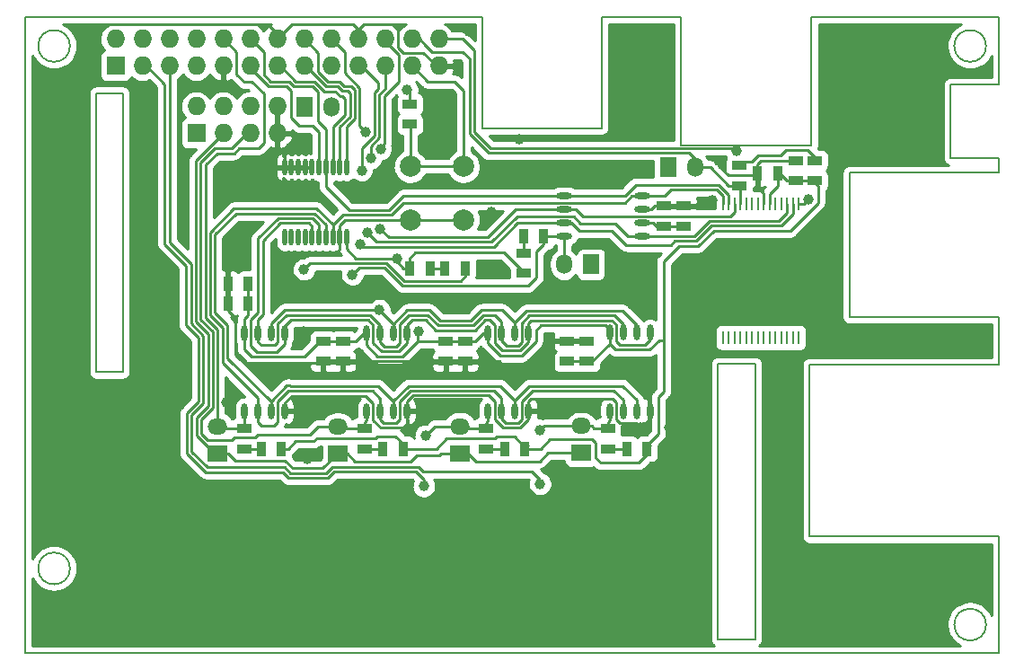
<source format=gbr>
G04 #@! TF.FileFunction,Copper,L1,Top,Signal*
%FSLAX46Y46*%
G04 Gerber Fmt 4.6, Leading zero omitted, Abs format (unit mm)*
G04 Created by KiCad (PCBNEW 4.0.5-e0-6337~49~ubuntu16.04.1) date Fri Jan 27 20:14:08 2017*
%MOMM*%
%LPD*%
G01*
G04 APERTURE LIST*
%ADD10C,0.100000*%
%ADD11C,0.150000*%
%ADD12R,1.850000X1.524000*%
%ADD13O,1.850000X1.524000*%
%ADD14R,1.727200X1.727200*%
%ADD15O,1.727200X1.727200*%
%ADD16O,0.599440X1.501140*%
%ADD17R,0.889000X1.397000*%
%ADD18R,1.397000X0.889000*%
%ADD19R,0.279400X1.270000*%
%ADD20O,1.501140X0.599440*%
%ADD21R,1.524000X1.850000*%
%ADD22O,1.524000X1.850000*%
%ADD23O,0.450000X1.600200*%
%ADD24C,2.000000*%
%ADD25C,1.000000*%
%ADD26C,0.254000*%
G04 APERTURE END LIST*
D10*
D11*
X123180000Y-106950000D02*
X125680000Y-106950000D01*
X125680000Y-80650000D02*
X125680000Y-106950000D01*
X123180000Y-80650000D02*
X125680000Y-80650000D01*
X123180000Y-80650000D02*
X123180000Y-106950000D01*
X181780000Y-132150000D02*
X181780000Y-106150000D01*
X185280000Y-106150000D02*
X181780000Y-106150000D01*
X185280000Y-132150000D02*
X181780000Y-132150000D01*
X185280000Y-106150000D02*
X185280000Y-132150000D01*
X208280000Y-122450000D02*
X208280000Y-133450000D01*
X190400000Y-122450000D02*
X208280000Y-122450000D01*
X190400000Y-106250000D02*
X190400000Y-122450000D01*
X208280000Y-106250000D02*
X190400000Y-106250000D01*
X208280000Y-101750000D02*
X208280000Y-106250000D01*
X194180000Y-101750000D02*
X208280000Y-101750000D01*
X194180000Y-88150000D02*
X194180000Y-101750000D01*
X208280000Y-88150000D02*
X194180000Y-88150000D01*
X208280000Y-86750000D02*
X208280000Y-88150000D01*
X203700000Y-86750000D02*
X208280000Y-86750000D01*
X203700000Y-79850000D02*
X203700000Y-86750000D01*
X208280000Y-79850000D02*
X203700000Y-79850000D01*
X190600000Y-73450000D02*
X208280000Y-73450000D01*
X190600000Y-85550000D02*
X190600000Y-73450000D01*
X178300000Y-85550000D02*
X190600000Y-85550000D01*
X178300000Y-73450000D02*
X178300000Y-85550000D01*
X170800000Y-73450000D02*
X178300000Y-73450000D01*
X170800000Y-83950000D02*
X170800000Y-73450000D01*
X159600000Y-83950000D02*
X170800000Y-83950000D01*
X159600000Y-73450000D02*
X159600000Y-83950000D01*
X120700000Y-125450000D02*
G75*
G03X120700000Y-125450000I-1500000J0D01*
G01*
X207050000Y-130750000D02*
G75*
G03X207050000Y-130750000I-1500000J0D01*
G01*
X207050000Y-76200000D02*
G75*
G03X207050000Y-76200000I-1500000J0D01*
G01*
X120700000Y-76200000D02*
G75*
G03X120700000Y-76200000I-1500000J0D01*
G01*
X116480000Y-133450000D02*
X116480000Y-73450000D01*
X208280000Y-133450000D02*
X116480000Y-133450000D01*
X208280000Y-73450000D02*
X208280000Y-79850000D01*
X116480000Y-73450000D02*
X159600000Y-73450000D01*
D12*
X157440000Y-114590000D03*
D13*
X157440000Y-112050000D03*
D14*
X125000000Y-78090000D03*
D15*
X125000000Y-75550000D03*
X127540000Y-78090000D03*
X127540000Y-75550000D03*
X130080000Y-78090000D03*
X130080000Y-75550000D03*
X132620000Y-78090000D03*
X132620000Y-75550000D03*
X135160000Y-78090000D03*
X135160000Y-75550000D03*
X137700000Y-78090000D03*
X137700000Y-75550000D03*
X140240000Y-78090000D03*
X140240000Y-75550000D03*
X142780000Y-78090000D03*
X142780000Y-75550000D03*
X145320000Y-78090000D03*
X145320000Y-75550000D03*
X147860000Y-78090000D03*
X147860000Y-75550000D03*
X150400000Y-78090000D03*
X150400000Y-75550000D03*
X152940000Y-78090000D03*
X152940000Y-75550000D03*
X155480000Y-78090000D03*
X155480000Y-75550000D03*
D16*
X160095000Y-103240000D03*
X161365000Y-103240000D03*
X162635000Y-103240000D03*
X163905000Y-103240000D03*
X163905000Y-110640000D03*
X162635000Y-110640000D03*
X161365000Y-110640000D03*
X160095000Y-110640000D03*
X148645000Y-103240000D03*
X149915000Y-103240000D03*
X151185000Y-103240000D03*
X152455000Y-103240000D03*
X152455000Y-110640000D03*
X151185000Y-110640000D03*
X149915000Y-110640000D03*
X148645000Y-110640000D03*
D17*
X137477500Y-98605000D03*
X135572500Y-98605000D03*
D18*
X146420000Y-105942500D03*
X146420000Y-104037500D03*
X144580000Y-104037500D03*
X144580000Y-105942500D03*
X189080000Y-88912500D03*
X189080000Y-87007500D03*
X178540000Y-93192500D03*
X178540000Y-91287500D03*
D17*
X185487500Y-88200000D03*
X187392500Y-88200000D03*
X135572500Y-100445000D03*
X137477500Y-100445000D03*
D18*
X157950000Y-105942500D03*
X157950000Y-104037500D03*
X156110000Y-104037500D03*
X156110000Y-105942500D03*
X169400000Y-104037500D03*
X169400000Y-105942500D03*
X176700000Y-93192500D03*
X176700000Y-91287500D03*
X167560000Y-105942500D03*
X167560000Y-104037500D03*
X137130000Y-114162500D03*
X137130000Y-112257500D03*
X148440000Y-114162500D03*
X148440000Y-112257500D03*
D17*
X165352500Y-94120000D03*
X163447500Y-94120000D03*
D18*
X159930000Y-114162500D03*
X159930000Y-112257500D03*
X183790000Y-89362500D03*
X183790000Y-87457500D03*
X171390000Y-114162500D03*
X171390000Y-112257500D03*
D16*
X137125000Y-103240000D03*
X138395000Y-103240000D03*
X139665000Y-103240000D03*
X140935000Y-103240000D03*
X140935000Y-110640000D03*
X139665000Y-110640000D03*
X138395000Y-110640000D03*
X137125000Y-110640000D03*
X171555000Y-103210000D03*
X172825000Y-103210000D03*
X174095000Y-103210000D03*
X175365000Y-103210000D03*
X175365000Y-110610000D03*
X174095000Y-110610000D03*
X172825000Y-110610000D03*
X171555000Y-110610000D03*
D19*
X189383780Y-91080800D03*
X188835140Y-91080800D03*
X188283960Y-91080800D03*
X187735320Y-91080800D03*
X187184140Y-91080800D03*
X186635500Y-91080800D03*
X186084320Y-91080800D03*
X185535680Y-91080800D03*
X184984500Y-91080800D03*
X184435860Y-91080800D03*
X183884680Y-91080800D03*
X183336040Y-91080800D03*
X182784860Y-91080800D03*
X182236220Y-91080800D03*
X182236220Y-103679200D03*
X182784860Y-103679200D03*
X183336040Y-103679200D03*
X183884680Y-103679200D03*
X184435860Y-103679200D03*
X184984500Y-103679200D03*
X185535680Y-103679200D03*
X186084320Y-103679200D03*
X186635500Y-103679200D03*
X187184140Y-103679200D03*
X187735320Y-103679200D03*
X188283960Y-103679200D03*
X188835140Y-103679200D03*
X189383780Y-103679200D03*
D20*
X174670000Y-90335000D03*
X174670000Y-91605000D03*
X174670000Y-92875000D03*
X174670000Y-94145000D03*
X167270000Y-94145000D03*
X167270000Y-92875000D03*
X167270000Y-91605000D03*
X167270000Y-90335000D03*
D17*
X152112500Y-114160000D03*
X150207500Y-114160000D03*
D18*
X163450000Y-97632500D03*
X163450000Y-95727500D03*
X190890000Y-88912500D03*
X190890000Y-87007500D03*
D17*
X163572500Y-114160000D03*
X161667500Y-114160000D03*
X140622500Y-114160000D03*
X138717500Y-114160000D03*
X175082500Y-114160000D03*
X173177500Y-114160000D03*
D12*
X134630000Y-114610000D03*
D13*
X134630000Y-112070000D03*
D12*
X145950000Y-114610000D03*
D13*
X145950000Y-112070000D03*
D21*
X177070000Y-87650000D03*
D22*
X179610000Y-87650000D03*
D21*
X169810000Y-96790000D03*
D22*
X167270000Y-96790000D03*
D12*
X168860000Y-114570000D03*
D13*
X168860000Y-112030000D03*
D14*
X132610000Y-84430000D03*
D15*
X132610000Y-81890000D03*
X135150000Y-84430000D03*
X135150000Y-81890000D03*
X137690000Y-84430000D03*
X137690000Y-81890000D03*
X140230000Y-84430000D03*
X140230000Y-81890000D03*
D21*
X142770000Y-81940000D03*
D22*
X145310000Y-81940000D03*
D18*
X152750000Y-81677500D03*
X152750000Y-83582500D03*
D23*
X140925000Y-94220000D03*
X141575000Y-94220000D03*
X142225000Y-94220000D03*
X142875000Y-94220000D03*
X143525000Y-94220000D03*
X144175000Y-94220000D03*
X144825000Y-94220000D03*
X145475000Y-94220000D03*
X146125000Y-94220000D03*
X146775000Y-94220000D03*
X146775000Y-87620000D03*
X146125000Y-87620000D03*
X145475000Y-87620000D03*
X144825000Y-87620000D03*
X144175000Y-87620000D03*
X143525000Y-87620000D03*
X142875000Y-87620000D03*
X142225000Y-87620000D03*
X141575000Y-87620000D03*
X140925000Y-87620000D03*
D17*
X156040000Y-97180000D03*
X157945000Y-97180000D03*
X152717500Y-97180000D03*
X154622500Y-97180000D03*
D24*
X152780000Y-87570000D03*
X157780000Y-87570000D03*
X157780000Y-92570000D03*
X152780000Y-92570000D03*
D25*
X153600000Y-103090000D03*
X151500000Y-96210000D03*
X152490000Y-80350000D03*
X127860000Y-83840000D03*
X158280000Y-74840000D03*
X122710000Y-76280000D03*
X160410000Y-91890000D03*
X160080000Y-97310000D03*
X142710000Y-103140000D03*
X135460000Y-109810000D03*
X143030000Y-115110000D03*
X154630000Y-110430000D03*
X166400000Y-110260000D03*
X163060000Y-85000000D03*
X155490000Y-81790000D03*
X161940000Y-88320000D03*
X177210000Y-112170000D03*
X142330000Y-110640000D03*
X141820000Y-95970000D03*
X181850000Y-87030000D03*
X174490000Y-112170000D03*
X181250000Y-90740000D03*
X148090000Y-94910000D03*
X148190000Y-87920000D03*
X149050000Y-86810000D03*
X148720000Y-93780000D03*
X154060000Y-117710000D03*
X154230000Y-112930000D03*
X165010000Y-112400000D03*
X165010000Y-117490000D03*
X190320000Y-90640000D03*
X183520000Y-86130000D03*
X149875998Y-101095998D03*
X149980000Y-85920000D03*
X149960000Y-93450000D03*
X147320000Y-97740000D03*
X148560000Y-84290000D03*
X142750000Y-97270000D03*
D26*
X149460000Y-113190000D02*
X143970000Y-113190000D01*
X141270000Y-114160000D02*
X140622500Y-114160000D01*
X141950000Y-113480000D02*
X141270000Y-114160000D01*
X143680000Y-113480000D02*
X141950000Y-113480000D01*
X143970000Y-113190000D02*
X143680000Y-113480000D01*
X171555000Y-103210000D02*
X171555000Y-102949002D01*
X171555000Y-102949002D02*
X171140000Y-102534002D01*
X164610000Y-103030000D02*
X164610000Y-104064112D01*
X165105998Y-102534002D02*
X164610000Y-103030000D01*
X171140000Y-102534002D02*
X165105998Y-102534002D01*
X172321946Y-104814002D02*
X172094002Y-104814002D01*
X172094002Y-104814002D02*
X171555000Y-104275000D01*
X171555000Y-104047056D02*
X171555000Y-104275000D01*
X171555000Y-104275000D02*
X169887500Y-105942500D01*
X169887500Y-105942500D02*
X169400000Y-105942500D01*
X171555000Y-103210000D02*
X171555000Y-104047056D01*
X176210000Y-103960000D02*
X176670000Y-103960000D01*
X175355998Y-104814002D02*
X176210000Y-103960000D01*
X172321946Y-104814002D02*
X175355998Y-104814002D01*
X171555000Y-103210000D02*
X171555000Y-103787500D01*
X161255948Y-105378004D02*
X160095000Y-104217056D01*
X163296108Y-105378004D02*
X161255948Y-105378004D01*
X164610000Y-104064112D02*
X163296108Y-105378004D01*
X163450000Y-97632500D02*
X163450000Y-97550000D01*
X163450000Y-97550000D02*
X161590000Y-95690000D01*
X161590000Y-95690000D02*
X160670000Y-95690000D01*
X140960000Y-114160000D02*
X140622500Y-114160000D01*
X191200000Y-89380000D02*
X191200000Y-91010000D01*
X190890000Y-89070000D02*
X191200000Y-89380000D01*
X191200000Y-91010000D02*
X188607994Y-93602006D01*
X188607994Y-93602006D02*
X181382106Y-93602006D01*
X181382106Y-93602006D02*
X179931108Y-95053004D01*
X179931108Y-95053004D02*
X178116996Y-95053004D01*
X178116996Y-95053004D02*
X176670000Y-96500000D01*
X176670000Y-96500000D02*
X176670000Y-103960000D01*
X176670000Y-108780000D02*
X176170000Y-109280000D01*
X176170000Y-112780000D02*
X176170000Y-109280000D01*
X175082500Y-113867500D02*
X176170000Y-112780000D01*
X176670000Y-103960000D02*
X176670000Y-108780000D01*
X153472500Y-103217500D02*
X153472500Y-104037500D01*
X153600000Y-103090000D02*
X153472500Y-103217500D01*
X152717500Y-96212500D02*
X152717500Y-97180000D01*
X153240000Y-95690000D02*
X152717500Y-96212500D01*
X160670000Y-95690000D02*
X153240000Y-95690000D01*
X151500000Y-96210000D02*
X147660000Y-96210000D01*
X146775000Y-95325000D02*
X146775000Y-94220000D01*
X147660000Y-96210000D02*
X146775000Y-95325000D01*
X152717500Y-97180000D02*
X152150000Y-97180000D01*
X152150000Y-97180000D02*
X151500000Y-96530000D01*
X151500000Y-96530000D02*
X151500000Y-96210000D01*
X152750000Y-81677500D02*
X152750000Y-80610000D01*
X152750000Y-80610000D02*
X152490000Y-80350000D01*
X190890000Y-88912500D02*
X190890000Y-89070000D01*
X189080000Y-88912500D02*
X188302500Y-88912500D01*
X188302500Y-88912500D02*
X187590000Y-88200000D01*
X187590000Y-88200000D02*
X187392500Y-88200000D01*
X190890000Y-88912500D02*
X189080000Y-88912500D01*
X187635000Y-88442500D02*
X187392500Y-88200000D01*
X186635500Y-91080800D02*
X186635500Y-90144500D01*
X187392500Y-89387500D02*
X187392500Y-88200000D01*
X186635500Y-90144500D02*
X187392500Y-89387500D01*
X137477500Y-100445000D02*
X137477500Y-101592500D01*
X137125000Y-101945000D02*
X137125000Y-103240000D01*
X137477500Y-101592500D02*
X137125000Y-101945000D01*
X137477500Y-98605000D02*
X137477500Y-100445000D01*
X163572500Y-114160000D02*
X163572500Y-114042500D01*
X163572500Y-114042500D02*
X162580000Y-113050000D01*
X155270000Y-114160000D02*
X152112500Y-114160000D01*
X156210000Y-113220000D02*
X155270000Y-114160000D01*
X160760000Y-113220000D02*
X156210000Y-113220000D01*
X160930000Y-113050000D02*
X160760000Y-113220000D01*
X162580000Y-113050000D02*
X160930000Y-113050000D01*
X152112500Y-114160000D02*
X152112500Y-113722500D01*
X152112500Y-113722500D02*
X151390000Y-113000000D01*
X149650000Y-113000000D02*
X149460000Y-113190000D01*
X151390000Y-113000000D02*
X149650000Y-113000000D01*
X171580000Y-103235000D02*
X171555000Y-103210000D01*
X175082500Y-114160000D02*
X175082500Y-113867500D01*
X175082500Y-114160000D02*
X175082500Y-114747500D01*
X175082500Y-114747500D02*
X174330000Y-115500000D01*
X165050000Y-114160000D02*
X163572500Y-114160000D01*
X165920000Y-113290000D02*
X165050000Y-114160000D01*
X169900000Y-113290000D02*
X165920000Y-113290000D01*
X170260000Y-113650000D02*
X169900000Y-113290000D01*
X170260000Y-115050000D02*
X170260000Y-113650000D01*
X170710000Y-115500000D02*
X170260000Y-115050000D01*
X174330000Y-115500000D02*
X170710000Y-115500000D01*
X144580000Y-104037500D02*
X144252500Y-104037500D01*
X144252500Y-104037500D02*
X142801502Y-105488498D01*
X142801502Y-105488498D02*
X137818498Y-105488498D01*
X137818498Y-105488498D02*
X137125000Y-104795000D01*
X137125000Y-104795000D02*
X137125000Y-103240000D01*
X156110000Y-104037500D02*
X153472500Y-104037500D01*
X148645000Y-104385000D02*
X148645000Y-103240000D01*
X153472500Y-104037500D02*
X152065998Y-105444002D01*
X152065998Y-105444002D02*
X149704002Y-105444002D01*
X149704002Y-105444002D02*
X148645000Y-104385000D01*
X171555000Y-103210000D02*
X171555000Y-102727006D01*
X160095000Y-104217056D02*
X160095000Y-103240000D01*
X163572500Y-114160000D02*
X163572500Y-114687500D01*
X157950000Y-104037500D02*
X156110000Y-104037500D01*
X160095000Y-103240000D02*
X159680000Y-103240000D01*
X159680000Y-103240000D02*
X158882500Y-104037500D01*
X158882500Y-104037500D02*
X157950000Y-104037500D01*
X152112500Y-114160000D02*
X152112500Y-114417500D01*
X148645000Y-103240000D02*
X148390000Y-103240000D01*
X148390000Y-103240000D02*
X147592500Y-104037500D01*
X147592500Y-104037500D02*
X146420000Y-104037500D01*
X146420000Y-104037500D02*
X144580000Y-104037500D01*
X169400000Y-105942500D02*
X167560000Y-105942500D01*
X188837500Y-88670000D02*
X189080000Y-88912500D01*
X148645000Y-103240000D02*
X148645000Y-103825000D01*
X160095000Y-103240000D02*
X160095000Y-103685000D01*
X148645000Y-103200000D02*
X148645000Y-103665000D01*
X137125000Y-103240000D02*
X137125000Y-103755000D01*
X163905000Y-113827500D02*
X163572500Y-114160000D01*
X175365000Y-113877500D02*
X175082500Y-114160000D01*
X140240000Y-75120000D02*
X139310000Y-74190000D01*
X122710000Y-75210000D02*
X122710000Y-76280000D01*
X123730000Y-74190000D02*
X122710000Y-75210000D01*
X139310000Y-74190000D02*
X123730000Y-74190000D01*
X140240000Y-75550000D02*
X140240000Y-75120000D01*
X152455000Y-110640000D02*
X154420000Y-110640000D01*
X154420000Y-110640000D02*
X154630000Y-110430000D01*
X163905000Y-110640000D02*
X166020000Y-110640000D01*
X166020000Y-110640000D02*
X166400000Y-110260000D01*
X142330000Y-110640000D02*
X140935000Y-110640000D01*
X146125000Y-95445000D02*
X146125000Y-94220000D01*
X145620000Y-95950000D02*
X146125000Y-95445000D01*
X141840000Y-95950000D02*
X145620000Y-95950000D01*
X141820000Y-95970000D02*
X141840000Y-95950000D01*
X147860000Y-74640000D02*
X147850000Y-74640000D01*
X141660000Y-74130000D02*
X140240000Y-75550000D01*
X147340000Y-74130000D02*
X141660000Y-74130000D01*
X147850000Y-74640000D02*
X147340000Y-74130000D01*
X155480000Y-78090000D02*
X155270000Y-78090000D01*
X155270000Y-78090000D02*
X154010000Y-76830000D01*
X154010000Y-76830000D02*
X152130000Y-76830000D01*
X152130000Y-76830000D02*
X151650000Y-76350000D01*
X151650000Y-76350000D02*
X151650000Y-74560000D01*
X151650000Y-74560000D02*
X151210000Y-74120000D01*
X151210000Y-74120000D02*
X148380000Y-74120000D01*
X148380000Y-74120000D02*
X147860000Y-74640000D01*
X147860000Y-74640000D02*
X147860000Y-75550000D01*
X182740000Y-88390000D02*
X181850000Y-87500000D01*
X182740000Y-88390000D02*
X185297500Y-88390000D01*
X181850000Y-87500000D02*
X181850000Y-87030000D01*
X172540000Y-111720000D02*
X174040000Y-111720000D01*
X172540000Y-111720000D02*
X172190000Y-111370000D01*
X172190000Y-111370000D02*
X172190000Y-109762056D01*
X172190000Y-109762056D02*
X171881946Y-109454002D01*
X171881946Y-109454002D02*
X164158054Y-109454002D01*
X164158054Y-109454002D02*
X163905000Y-109707056D01*
X163905000Y-110640000D02*
X163905000Y-109707056D01*
X174490000Y-112170000D02*
X175365000Y-111295000D01*
X174040000Y-111720000D02*
X174490000Y-112170000D01*
X175365000Y-110610000D02*
X175365000Y-111295000D01*
X172931996Y-107251996D02*
X175365000Y-109685000D01*
X166281996Y-107251996D02*
X172931996Y-107251996D01*
X165710000Y-106680000D02*
X166281996Y-107251996D01*
X175365000Y-110610000D02*
X175365000Y-109685000D01*
X180702500Y-91287500D02*
X181250000Y-90740000D01*
X178540000Y-91287500D02*
X180702500Y-91287500D01*
X185297500Y-88390000D02*
X185487500Y-88200000D01*
X152780000Y-92570000D02*
X146640000Y-92570000D01*
X146640000Y-92570000D02*
X146125000Y-93085000D01*
X146125000Y-93085000D02*
X146125000Y-94220000D01*
X189080000Y-87007500D02*
X185822500Y-87007500D01*
X185487500Y-87342500D02*
X185487500Y-88200000D01*
X185822500Y-87007500D02*
X185487500Y-87342500D01*
X185487500Y-88200000D02*
X185487500Y-89447500D01*
X186084320Y-90044320D02*
X186084320Y-91080800D01*
X185487500Y-89447500D02*
X186084320Y-90044320D01*
X167560000Y-104037500D02*
X166294556Y-104037500D01*
X165710000Y-104622056D02*
X165710000Y-105250000D01*
X166294556Y-104037500D02*
X165710000Y-104622056D01*
X135572500Y-100445000D02*
X135572500Y-101142500D01*
X135572500Y-101142500D02*
X136310000Y-101880000D01*
X137270000Y-106040000D02*
X144482500Y-106040000D01*
X136310000Y-105080000D02*
X137270000Y-106040000D01*
X136310000Y-101880000D02*
X136310000Y-105080000D01*
X144482500Y-106040000D02*
X144580000Y-105942500D01*
X135572500Y-98605000D02*
X135572500Y-100445000D01*
X149280000Y-111450000D02*
X149280000Y-109870000D01*
X152455000Y-111897056D02*
X152148054Y-112204002D01*
X152148054Y-112204002D02*
X150034002Y-112204002D01*
X150034002Y-112204002D02*
X149280000Y-111450000D01*
X152455000Y-110640000D02*
X152455000Y-111897056D01*
X149280000Y-109870000D02*
X148590000Y-109180000D01*
X148590000Y-109180000D02*
X141590000Y-109180000D01*
X141590000Y-109180000D02*
X140935000Y-109835000D01*
X140935000Y-109835000D02*
X140935000Y-110640000D01*
X175365000Y-110610000D02*
X175365000Y-111155000D01*
X163905000Y-110640000D02*
X163905000Y-111397056D01*
X152455000Y-109717056D02*
X152455000Y-110640000D01*
X153028054Y-109144002D02*
X152455000Y-109717056D01*
X160171946Y-109144002D02*
X153028054Y-109144002D01*
X160730000Y-109702056D02*
X160171946Y-109144002D01*
X160730000Y-111410000D02*
X160730000Y-109702056D01*
X161514002Y-112194002D02*
X160730000Y-111410000D01*
X163108054Y-112194002D02*
X161514002Y-112194002D01*
X163905000Y-111397056D02*
X163108054Y-112194002D01*
X165710000Y-105250000D02*
X164802056Y-105250000D01*
X164802056Y-105250000D02*
X163655554Y-106396502D01*
X163655554Y-106396502D02*
X161632390Y-106396502D01*
X161632390Y-106396502D02*
X161178388Y-105942500D01*
X161178388Y-105942500D02*
X157950000Y-105942500D01*
X156110000Y-105942500D02*
X146420000Y-105942500D01*
X167560000Y-104037500D02*
X166922500Y-104037500D01*
X165710000Y-105250000D02*
X165710000Y-106680000D01*
X156110000Y-105942500D02*
X157950000Y-105942500D01*
X144580000Y-105942500D02*
X146420000Y-105942500D01*
X169400000Y-104037500D02*
X167560000Y-104037500D01*
X185487500Y-88200000D02*
X185487500Y-88047500D01*
X176700000Y-91287500D02*
X178540000Y-91287500D01*
X174670000Y-91605000D02*
X175515000Y-91605000D01*
X175832500Y-91287500D02*
X176700000Y-91287500D01*
X175515000Y-91605000D02*
X175832500Y-91287500D01*
X140240000Y-76268434D02*
X140240000Y-75550000D01*
X140230000Y-81890000D02*
X140230000Y-83111314D01*
X140230000Y-83111314D02*
X140230000Y-84430000D01*
X140230000Y-84430000D02*
X140230000Y-85651314D01*
X140230000Y-85651314D02*
X140925000Y-86346314D01*
X140925000Y-86346314D02*
X140925000Y-87620000D01*
X141575000Y-87620000D02*
X140925000Y-87620000D01*
X142225000Y-87620000D02*
X141575000Y-87620000D01*
X142875000Y-87620000D02*
X142225000Y-87620000D01*
X143525000Y-87620000D02*
X142875000Y-87620000D01*
X157780000Y-92570000D02*
X152780000Y-92570000D01*
X176700000Y-93192500D02*
X175962500Y-93192500D01*
X175645000Y-92875000D02*
X174670000Y-92875000D01*
X175962500Y-93192500D02*
X175645000Y-92875000D01*
X176700000Y-93192500D02*
X178540000Y-93192500D01*
X150207500Y-114160000D02*
X148442500Y-114160000D01*
X148442500Y-114160000D02*
X148440000Y-114162500D01*
X148632500Y-114160000D02*
X148630000Y-114162500D01*
X148632500Y-114160000D02*
X148630000Y-114162500D01*
X163447500Y-94120000D02*
X163447500Y-95725000D01*
X163447500Y-95725000D02*
X163450000Y-95727500D01*
X190890000Y-87007500D02*
X190890000Y-86700000D01*
X190890000Y-86700000D02*
X190180000Y-85990000D01*
X190180000Y-85990000D02*
X188220000Y-85990000D01*
X188220000Y-85990000D02*
X187656502Y-86553498D01*
X187656502Y-86553498D02*
X185536502Y-86553498D01*
X185536502Y-86553498D02*
X185000000Y-87090000D01*
X185000000Y-87090000D02*
X184157500Y-87090000D01*
X184157500Y-87090000D02*
X183790000Y-87457500D01*
X161667500Y-114160000D02*
X159932500Y-114160000D01*
X159932500Y-114160000D02*
X159930000Y-114162500D01*
X160082500Y-114160000D02*
X160080000Y-114162500D01*
X160082500Y-114160000D02*
X160080000Y-114162500D01*
X138717500Y-114160000D02*
X137132500Y-114160000D01*
X137132500Y-114160000D02*
X137130000Y-114162500D01*
X137132500Y-114160000D02*
X137130000Y-114162500D01*
X173177500Y-114160000D02*
X171392500Y-114160000D01*
X171392500Y-114160000D02*
X171390000Y-114162500D01*
X171562500Y-114160000D02*
X171560000Y-114162500D01*
X173175000Y-114162500D02*
X173177500Y-114160000D01*
X148190000Y-87920000D02*
X148190000Y-85857944D01*
X149401996Y-80583892D02*
X149752944Y-80232944D01*
X149401996Y-84645948D02*
X149401996Y-80583892D01*
X148190000Y-85857944D02*
X149401996Y-84645948D01*
X167270000Y-92875000D02*
X162885000Y-92875000D01*
X148090000Y-94910000D02*
X148304002Y-95124002D01*
X148304002Y-95124002D02*
X150374002Y-95124002D01*
X159248054Y-95124002D02*
X150374002Y-95124002D01*
X162885000Y-92875000D02*
X160635998Y-95124002D01*
X160635998Y-95124002D02*
X159248054Y-95124002D01*
X149752944Y-79672944D02*
X149752944Y-80232944D01*
X148170000Y-78090000D02*
X149752944Y-79672944D01*
X147860000Y-78090000D02*
X148170000Y-78090000D01*
X188835140Y-91080800D02*
X188835140Y-92036916D01*
X179743054Y-94599002D02*
X177680998Y-94599002D01*
X181194052Y-93148004D02*
X179743054Y-94599002D01*
X187724052Y-93148004D02*
X181194052Y-93148004D01*
X188835140Y-92036916D02*
X187724052Y-93148004D01*
X171750000Y-93600000D02*
X168680000Y-93600000D01*
X177680998Y-94599002D02*
X177340000Y-94940000D01*
X177340000Y-94940000D02*
X173090000Y-94940000D01*
X173090000Y-94940000D02*
X171750000Y-93600000D01*
X168680000Y-93600000D02*
X168590000Y-93510000D01*
X167270000Y-92875000D02*
X167955000Y-92875000D01*
X167955000Y-92875000D02*
X168590000Y-93510000D01*
X149050000Y-86810000D02*
X149050000Y-85640000D01*
X149855998Y-80771946D02*
X150400000Y-80227944D01*
X149855998Y-84834002D02*
X149855998Y-80771946D01*
X149050000Y-85640000D02*
X149855998Y-84834002D01*
X168170000Y-92240000D02*
X162877944Y-92240000D01*
X160447944Y-94670000D02*
X159060000Y-94670000D01*
X162877944Y-92240000D02*
X160447944Y-94670000D01*
X149610000Y-94670000D02*
X148720000Y-93780000D01*
X151420000Y-94670000D02*
X149610000Y-94670000D01*
X173295000Y-94145000D02*
X172060000Y-92910000D01*
X172060000Y-92910000D02*
X168840000Y-92910000D01*
X168840000Y-92910000D02*
X168170000Y-92240000D01*
X159060000Y-94670000D02*
X151420000Y-94670000D01*
X173295000Y-94145000D02*
X174670000Y-94145000D01*
X150400000Y-78090000D02*
X150400000Y-80227944D01*
X174670000Y-94145000D02*
X179555000Y-94145000D01*
X188283960Y-91946040D02*
X188283960Y-91080800D01*
X187535998Y-92694002D02*
X188283960Y-91946040D01*
X181005998Y-92694002D02*
X187535998Y-92694002D01*
X179555000Y-94145000D02*
X181005998Y-92694002D01*
X145950000Y-114610000D02*
X145940000Y-114610000D01*
X145940000Y-114610000D02*
X144540000Y-116010000D01*
X135580000Y-114610000D02*
X134630000Y-114610000D01*
X136290000Y-115320000D02*
X135580000Y-114610000D01*
X140980000Y-115320000D02*
X136290000Y-115320000D01*
X141670000Y-116010000D02*
X140980000Y-115320000D01*
X144540000Y-116010000D02*
X141670000Y-116010000D01*
X157440000Y-114590000D02*
X155700000Y-114590000D01*
X147570000Y-115350000D02*
X146830000Y-114610000D01*
X152840000Y-115350000D02*
X147570000Y-115350000D01*
X153370000Y-114820000D02*
X152840000Y-115350000D01*
X155470000Y-114820000D02*
X153370000Y-114820000D01*
X155700000Y-114590000D02*
X155470000Y-114820000D01*
X146830000Y-114610000D02*
X145950000Y-114610000D01*
X168860000Y-114570000D02*
X165740000Y-114570000D01*
X158990000Y-115350000D02*
X158230000Y-114590000D01*
X164960000Y-115350000D02*
X158990000Y-115350000D01*
X165740000Y-114570000D02*
X164960000Y-115350000D01*
X158230000Y-114590000D02*
X157440000Y-114590000D01*
X132563992Y-96927784D02*
X132563992Y-87016008D01*
X132563992Y-87016008D02*
X135150000Y-84430000D01*
X134630000Y-114610000D02*
X134307944Y-114610000D01*
X134307944Y-114610000D02*
X132625998Y-112928054D01*
X132563992Y-102180160D02*
X132563992Y-96927784D01*
X133721996Y-103338164D02*
X132563992Y-102180160D01*
X133721996Y-110105948D02*
X133721996Y-103338164D01*
X132625998Y-111201946D02*
X133721996Y-110105948D01*
X132625998Y-112928054D02*
X132625998Y-111201946D01*
X135150000Y-84910000D02*
X135150000Y-84430000D01*
X134630000Y-114610000D02*
X134630000Y-114460000D01*
X145950000Y-114610000D02*
X145950000Y-114620000D01*
X157440000Y-114590000D02*
X157440000Y-114610000D01*
X168860000Y-114570000D02*
X168860000Y-114580000D01*
X146125000Y-87620000D02*
X146125000Y-83837056D01*
X147095998Y-82866058D02*
X147095998Y-80710000D01*
X146125000Y-83837056D02*
X147095998Y-82866058D01*
X146351946Y-80444002D02*
X145931946Y-80024002D01*
X147095998Y-80710000D02*
X146830000Y-80444002D01*
X146830000Y-80444002D02*
X146351946Y-80444002D01*
X145931946Y-80024002D02*
X144841946Y-80024002D01*
X144841946Y-80024002D02*
X142907944Y-78090000D01*
X142907944Y-78090000D02*
X142780000Y-78090000D01*
X144841946Y-80024002D02*
X142907944Y-78090000D01*
X145931946Y-80024002D02*
X144841946Y-80024002D01*
X142907944Y-78090000D02*
X142780000Y-78090000D01*
X145475000Y-87620000D02*
X145475000Y-83845000D01*
X146641996Y-82678004D02*
X146641996Y-81188054D01*
X145475000Y-83845000D02*
X146641996Y-82678004D01*
X142000000Y-79560000D02*
X140530000Y-78090000D01*
X146641996Y-81188054D02*
X146373942Y-80920000D01*
X146373942Y-80920000D02*
X146160000Y-80920000D01*
X146160000Y-80920000D02*
X145718004Y-80478004D01*
X145718004Y-80478004D02*
X144653892Y-80478004D01*
X144653892Y-80478004D02*
X143735888Y-79560000D01*
X143735888Y-79560000D02*
X142000000Y-79560000D01*
X140530000Y-78090000D02*
X140240000Y-78090000D01*
X133017994Y-97115838D02*
X133017994Y-87204062D01*
X135980000Y-85850000D02*
X137400000Y-84430000D01*
X134372056Y-85850000D02*
X135980000Y-85850000D01*
X133017994Y-87204062D02*
X134372056Y-85850000D01*
X137400000Y-84430000D02*
X137690000Y-84430000D01*
X144090000Y-112070000D02*
X143330000Y-112830000D01*
X143330000Y-112830000D02*
X138400000Y-112830000D01*
X138400000Y-112830000D02*
X138130000Y-113100000D01*
X138130000Y-113100000D02*
X136170000Y-113100000D01*
X136170000Y-113100000D02*
X135920000Y-113350000D01*
X135920000Y-113350000D02*
X133690000Y-113350000D01*
X133690000Y-113350000D02*
X133080000Y-112740000D01*
X133080000Y-112740000D02*
X133080000Y-111390000D01*
X133080000Y-111390000D02*
X134175998Y-110294002D01*
X134175998Y-110294002D02*
X134175998Y-103150110D01*
X134175998Y-103150110D02*
X133017994Y-101992106D01*
X133017994Y-101992106D02*
X133017994Y-97115838D01*
X144090000Y-112070000D02*
X145950000Y-112070000D01*
X148440000Y-112257500D02*
X146137500Y-112257500D01*
X146137500Y-112257500D02*
X145950000Y-112070000D01*
X148645000Y-110640000D02*
X148645000Y-111485000D01*
X148440000Y-111690000D02*
X148440000Y-112257500D01*
X148645000Y-111485000D02*
X148440000Y-111690000D01*
X148630000Y-110655000D02*
X148645000Y-110640000D01*
X148645000Y-112242500D02*
X148630000Y-112257500D01*
X148645000Y-112202500D02*
X148630000Y-112217500D01*
X133471996Y-97303892D02*
X133471996Y-87392116D01*
X138510000Y-85820000D02*
X138960000Y-85370000D01*
X136652056Y-85820000D02*
X138510000Y-85820000D01*
X136168054Y-86304002D02*
X136652056Y-85820000D01*
X134560110Y-86304002D02*
X136168054Y-86304002D01*
X133471996Y-87392116D02*
X134560110Y-86304002D01*
X134630000Y-112070000D02*
X134630000Y-102962056D01*
X136410000Y-76800000D02*
X135160000Y-75550000D01*
X136410000Y-78880000D02*
X136410000Y-76800000D01*
X137100000Y-79570000D02*
X136410000Y-78880000D01*
X137820000Y-79570000D02*
X137100000Y-79570000D01*
X138960000Y-80710000D02*
X137820000Y-79570000D01*
X138960000Y-85370000D02*
X138960000Y-80710000D01*
X133471996Y-101804052D02*
X133471996Y-97303892D01*
X134630000Y-102962056D02*
X133471996Y-101804052D01*
X137130000Y-112257500D02*
X134817500Y-112257500D01*
X134817500Y-112257500D02*
X134630000Y-112070000D01*
X137085000Y-110600000D02*
X137125000Y-110640000D01*
X137130000Y-112257500D02*
X137130000Y-110645000D01*
X137130000Y-110645000D02*
X137125000Y-110640000D01*
X137125000Y-112252500D02*
X137130000Y-112257500D01*
X154060000Y-117710000D02*
X154060000Y-117080000D01*
X133461946Y-116364002D02*
X131850968Y-114753024D01*
X140739890Y-116364002D02*
X133461946Y-116364002D01*
X141293892Y-116918004D02*
X140739890Y-116364002D01*
X145014052Y-116918004D02*
X141293892Y-116918004D01*
X145598054Y-116334002D02*
X145014052Y-116918004D01*
X153314002Y-116334002D02*
X145598054Y-116334002D01*
X154060000Y-117080000D02*
X153314002Y-116334002D01*
X157440000Y-112050000D02*
X155110000Y-112050000D01*
X129625998Y-79795998D02*
X127920000Y-78090000D01*
X129625998Y-94878074D02*
X129625998Y-79795998D01*
X131655988Y-96908064D02*
X129625998Y-94878074D01*
X131655988Y-102556268D02*
X131655988Y-96908064D01*
X132813992Y-103714272D02*
X131655988Y-102556268D01*
X132813992Y-109729840D02*
X132813992Y-103714272D01*
X131717994Y-110825838D02*
X132813992Y-109729840D01*
X131717994Y-114620050D02*
X131717994Y-110825838D01*
X131850968Y-114753024D02*
X131717994Y-114620050D01*
X155110000Y-112050000D02*
X154230000Y-112930000D01*
X127920000Y-78090000D02*
X127540000Y-78090000D01*
X159930000Y-112257500D02*
X157647500Y-112257500D01*
X157647500Y-112257500D02*
X157440000Y-112050000D01*
X160095000Y-110640000D02*
X160095000Y-111585000D01*
X159930000Y-111750000D02*
X159930000Y-112257500D01*
X160095000Y-111585000D02*
X159930000Y-111750000D01*
X160095000Y-112242500D02*
X160080000Y-112257500D01*
X160095000Y-112242500D02*
X160080000Y-112257500D01*
X165010000Y-117490000D02*
X165010000Y-117080000D01*
X164210000Y-116280000D02*
X153950000Y-116280000D01*
X165010000Y-117080000D02*
X164210000Y-116280000D01*
X132171996Y-111013892D02*
X132171996Y-114431996D01*
X132171996Y-111013892D02*
X133267994Y-109917894D01*
X133267994Y-109917894D02*
X133267994Y-103526218D01*
X133267994Y-103526218D02*
X132109990Y-102368214D01*
X132109990Y-102368214D02*
X132109990Y-96720010D01*
X132109990Y-96720010D02*
X130080000Y-94690020D01*
X130080000Y-94690020D02*
X130080000Y-78090000D01*
X133650000Y-115910000D02*
X140927944Y-115910000D01*
X140927944Y-115910000D02*
X141481946Y-116464002D01*
X141481946Y-116464002D02*
X144825998Y-116464002D01*
X144825998Y-116464002D02*
X145410000Y-115880000D01*
X145410000Y-115880000D02*
X153550000Y-115880000D01*
X153550000Y-115880000D02*
X153950000Y-116280000D01*
X132171996Y-114431996D02*
X133650000Y-115910000D01*
X165380000Y-112030000D02*
X165010000Y-112400000D01*
X168860000Y-112030000D02*
X165380000Y-112030000D01*
X171390000Y-112257500D02*
X170107500Y-112257500D01*
X169880000Y-112030000D02*
X168860000Y-112030000D01*
X170107500Y-112257500D02*
X169880000Y-112030000D01*
X171555000Y-110610000D02*
X171555000Y-111485000D01*
X171390000Y-111650000D02*
X171390000Y-112257500D01*
X171555000Y-111485000D02*
X171390000Y-111650000D01*
X171555000Y-112252500D02*
X171560000Y-112257500D01*
X171555000Y-112252500D02*
X171560000Y-112257500D01*
X160930000Y-85845998D02*
X160315998Y-85845998D01*
X157700000Y-75550000D02*
X155480000Y-75550000D01*
X158800000Y-76650000D02*
X157700000Y-75550000D01*
X158800000Y-84330000D02*
X158800000Y-76650000D01*
X160315998Y-85845998D02*
X158800000Y-84330000D01*
X189879200Y-91080800D02*
X190320000Y-90640000D01*
X183520000Y-86130000D02*
X183235998Y-85845998D01*
X183235998Y-85845998D02*
X160930000Y-85845998D01*
X189383780Y-91080800D02*
X189879200Y-91080800D01*
X167270000Y-90335000D02*
X152118942Y-90335000D01*
X144825000Y-89475000D02*
X144825000Y-87620000D01*
X147011996Y-91661996D02*
X144825000Y-89475000D01*
X150791946Y-91661996D02*
X147011996Y-91661996D01*
X152118942Y-90335000D02*
X150791946Y-91661996D01*
X144825000Y-87620000D02*
X144825000Y-84075000D01*
X144825000Y-84075000D02*
X144050000Y-83300000D01*
X144050000Y-83300000D02*
X144050000Y-80516168D01*
X144050000Y-80516168D02*
X143547834Y-80014002D01*
X143547834Y-80014002D02*
X141811946Y-80014002D01*
X141811946Y-80014002D02*
X141337944Y-79540000D01*
X141337944Y-79540000D02*
X139600000Y-79540000D01*
X139600000Y-79540000D02*
X138970000Y-78910000D01*
X138970000Y-78910000D02*
X138970000Y-76820000D01*
X138970000Y-76820000D02*
X137700000Y-75550000D01*
X182784860Y-91080800D02*
X182784860Y-90242804D01*
X181838054Y-89295998D02*
X174034002Y-89295998D01*
X174034002Y-89295998D02*
X172995000Y-90335000D01*
X172995000Y-90335000D02*
X167270000Y-90335000D01*
X182784860Y-90242804D02*
X181838054Y-89295998D01*
X160955998Y-101115998D02*
X161465998Y-101115998D01*
X161465998Y-101115998D02*
X162635000Y-102285000D01*
X162635000Y-103240000D02*
X162635000Y-102795000D01*
X154610110Y-101115998D02*
X152481946Y-101115998D01*
X155576108Y-102081996D02*
X154610110Y-101115998D01*
X158503892Y-102081996D02*
X155576108Y-102081996D01*
X159469890Y-101115998D02*
X158503892Y-102081996D01*
X160955998Y-101115998D02*
X159469890Y-101115998D01*
X149980000Y-85920000D02*
X149980000Y-85750000D01*
X150310000Y-80960000D02*
X151680000Y-79590000D01*
X150310000Y-85420000D02*
X150310000Y-80960000D01*
X149980000Y-85750000D02*
X150310000Y-85420000D01*
X150400000Y-75550000D02*
X150400000Y-75742056D01*
X150400000Y-75742056D02*
X151680000Y-77022056D01*
X151680000Y-77022056D02*
X151680000Y-79590000D01*
X149960000Y-93450000D02*
X150725998Y-94215998D01*
X150725998Y-94215998D02*
X160101946Y-94215998D01*
X167270000Y-91605000D02*
X162712944Y-91605000D01*
X162712944Y-91605000D02*
X160101946Y-94215998D01*
X167270000Y-91605000D02*
X168382944Y-91605000D01*
X183336040Y-91863960D02*
X183336040Y-91080800D01*
X182960000Y-92240000D02*
X183336040Y-91863960D01*
X169017944Y-92240000D02*
X182960000Y-92240000D01*
X168382944Y-91605000D02*
X169017944Y-92240000D01*
X151185000Y-102412944D02*
X151185000Y-102405000D01*
X151185000Y-102405000D02*
X149875998Y-101095998D01*
X139665000Y-102352944D02*
X139665000Y-103240000D01*
X149875998Y-101095998D02*
X140921946Y-101095998D01*
X140921946Y-101095998D02*
X139665000Y-102352944D01*
X151185000Y-103240000D02*
X151185000Y-102412944D01*
X151185000Y-102412944D02*
X152481946Y-101115998D01*
X162635000Y-102342944D02*
X162635000Y-102285000D01*
X162635000Y-103240000D02*
X162635000Y-102342944D01*
X162635000Y-102285000D02*
X162635000Y-102255000D01*
X168550000Y-101171996D02*
X172761996Y-101171996D01*
X163718004Y-101171996D02*
X168550000Y-101171996D01*
X162635000Y-102255000D02*
X163718004Y-101171996D01*
X172761996Y-101171996D02*
X174095000Y-102505000D01*
X174095000Y-102505000D02*
X174095000Y-103210000D01*
X162635000Y-102845000D02*
X162635000Y-103240000D01*
X151185000Y-103240000D02*
X151185000Y-102945000D01*
X162630000Y-103235000D02*
X162635000Y-103240000D01*
X151200000Y-103225000D02*
X151185000Y-103240000D01*
X174095000Y-103210000D02*
X174095000Y-102736946D01*
X174095000Y-103210000D02*
X174095000Y-102545000D01*
X139665000Y-103690850D02*
X139665000Y-103240000D01*
X144175000Y-87620000D02*
X144175000Y-84335000D01*
X142320000Y-83760000D02*
X141560000Y-83000000D01*
X143600000Y-83760000D02*
X142320000Y-83760000D01*
X144175000Y-84335000D02*
X143600000Y-83760000D01*
X139411946Y-79994002D02*
X137700000Y-78282056D01*
X141560000Y-83000000D02*
X141560000Y-80430000D01*
X141560000Y-80430000D02*
X141124002Y-79994002D01*
X141124002Y-79994002D02*
X139411946Y-79994002D01*
X137700000Y-78282056D02*
X137700000Y-78090000D01*
X146775000Y-87620000D02*
X146775000Y-83829112D01*
X147550000Y-83054112D02*
X147550000Y-80510000D01*
X146775000Y-83829112D02*
X147550000Y-83054112D01*
X146775000Y-87620000D02*
X146775000Y-86995000D01*
X146540000Y-79990000D02*
X146120000Y-79570000D01*
X144060000Y-78600000D02*
X144060000Y-76830000D01*
X144060000Y-76830000D02*
X142780000Y-75550000D01*
X146120000Y-79570000D02*
X145030000Y-79570000D01*
X145030000Y-79570000D02*
X144060000Y-78600000D01*
X147550000Y-80510000D02*
X147550000Y-80320000D01*
X147550000Y-80320000D02*
X147220000Y-79990000D01*
X147220000Y-79990000D02*
X146540000Y-79990000D01*
X157730000Y-76790000D02*
X154850000Y-76790000D01*
X154850000Y-76790000D02*
X153610000Y-75550000D01*
X153610000Y-75550000D02*
X152940000Y-75550000D01*
X153430000Y-76040000D02*
X152940000Y-75550000D01*
X162000000Y-86300000D02*
X160127944Y-86300000D01*
X154850000Y-76790000D02*
X154100000Y-76040000D01*
X154100000Y-76040000D02*
X154090000Y-76030000D01*
X158345998Y-77405998D02*
X157730000Y-76790000D01*
X158345998Y-84518054D02*
X158345998Y-77405998D01*
X160127944Y-86300000D02*
X158345998Y-84518054D01*
X179610000Y-87650000D02*
X179610000Y-86840000D01*
X179610000Y-86840000D02*
X179070000Y-86300000D01*
X179070000Y-86300000D02*
X162000000Y-86300000D01*
X183884680Y-91080800D02*
X183884680Y-89457180D01*
X183884680Y-89457180D02*
X183790000Y-89362500D01*
X183790000Y-89362500D02*
X182812500Y-89362500D01*
X181100000Y-87650000D02*
X179610000Y-87650000D01*
X182812500Y-89362500D02*
X181100000Y-87650000D01*
X165352500Y-94120000D02*
X165352500Y-94867500D01*
X147941996Y-97118004D02*
X147320000Y-97740000D01*
X150345948Y-97118004D02*
X147941996Y-97118004D01*
X152021946Y-98794002D02*
X150345948Y-97118004D01*
X163925998Y-98794002D02*
X152021946Y-98794002D01*
X164650000Y-98070000D02*
X163925998Y-98794002D01*
X164650000Y-95570000D02*
X164650000Y-98070000D01*
X165352500Y-94867500D02*
X164650000Y-95570000D01*
X146580000Y-76810000D02*
X145320000Y-75550000D01*
X148560000Y-84290000D02*
X148004002Y-83734002D01*
X148004002Y-83734002D02*
X148004002Y-80131946D01*
X148004002Y-80131946D02*
X146580000Y-78707944D01*
X146580000Y-78707944D02*
X146580000Y-76810000D01*
X167270000Y-94145000D02*
X167270000Y-96790000D01*
X167270000Y-94145000D02*
X165377500Y-94145000D01*
X165377500Y-94145000D02*
X165352500Y-94120000D01*
X160750000Y-101570000D02*
X159657944Y-101570000D01*
X154422056Y-101570000D02*
X152670000Y-101570000D01*
X155388054Y-102535998D02*
X154422056Y-101570000D01*
X158691946Y-102535998D02*
X155388054Y-102535998D01*
X159657944Y-101570000D02*
X158691946Y-102535998D01*
X172825000Y-103210000D02*
X172825000Y-102462944D01*
X172825000Y-102462944D02*
X171988054Y-101625998D01*
X163994002Y-101625998D02*
X163270000Y-102350000D01*
X171988054Y-101625998D02*
X163994002Y-101625998D01*
X138395000Y-102415000D02*
X138395000Y-102007056D01*
X138395000Y-103240000D02*
X138395000Y-102415000D01*
X143525000Y-93165000D02*
X143525000Y-94220000D01*
X143254002Y-92894002D02*
X143525000Y-93165000D01*
X140498054Y-92894002D02*
X143254002Y-92894002D01*
X138874002Y-94518054D02*
X140498054Y-92894002D01*
X138874002Y-101528054D02*
X138874002Y-94518054D01*
X138395000Y-102007056D02*
X138874002Y-101528054D01*
X161850000Y-104470000D02*
X161365000Y-103985000D01*
X163270000Y-102350000D02*
X163270000Y-104120000D01*
X163270000Y-104120000D02*
X162920000Y-104470000D01*
X162920000Y-104470000D02*
X161850000Y-104470000D01*
X161365000Y-103985000D02*
X161365000Y-103240000D01*
X172825000Y-103210000D02*
X172825000Y-102585000D01*
X161365000Y-103240000D02*
X161365000Y-102185000D01*
X161365000Y-102185000D02*
X160750000Y-101570000D01*
X152670000Y-101570000D02*
X151820000Y-102420000D01*
X151820000Y-102420000D02*
X151820000Y-104187944D01*
X151820000Y-104187944D02*
X151471946Y-104535998D01*
X151471946Y-104535998D02*
X150345998Y-104535998D01*
X150345998Y-104535998D02*
X149915000Y-104105000D01*
X149915000Y-104105000D02*
X149915000Y-103240000D01*
X149915000Y-103240000D02*
X149915000Y-102495000D01*
X149915000Y-102495000D02*
X148970000Y-101550000D01*
X148970000Y-101550000D02*
X141110000Y-101550000D01*
X141110000Y-101550000D02*
X140300000Y-102360000D01*
X140300000Y-102360000D02*
X140300000Y-104130000D01*
X140300000Y-104130000D02*
X140010000Y-104420000D01*
X140010000Y-104420000D02*
X138710000Y-104420000D01*
X138710000Y-104420000D02*
X138395000Y-104105000D01*
X138395000Y-104105000D02*
X138395000Y-103240000D01*
X138395000Y-103690850D02*
X138395000Y-103240000D01*
X139665000Y-109715000D02*
X139635000Y-109715000D01*
X139635000Y-109715000D02*
X135538004Y-105618004D01*
X139665000Y-110640000D02*
X139665000Y-109715000D01*
X141460000Y-108230000D02*
X141460000Y-108235998D01*
X141150000Y-108230000D02*
X141460000Y-108230000D01*
X139665000Y-109715000D02*
X141150000Y-108230000D01*
X139665000Y-110640000D02*
X139665000Y-109955000D01*
X135538004Y-102508004D02*
X134380000Y-101350000D01*
X136346058Y-91985998D02*
X140074002Y-91985998D01*
X134380000Y-93952056D02*
X136346058Y-91985998D01*
X143758054Y-91985998D02*
X140074002Y-91985998D01*
X144825000Y-94220000D02*
X144825000Y-93052944D01*
X143758054Y-91985998D02*
X144825000Y-93052944D01*
X134380000Y-101350000D02*
X134380000Y-97680000D01*
X134380000Y-97680000D02*
X134380000Y-93952056D01*
X135538004Y-105618004D02*
X135538004Y-102508004D01*
X151185000Y-109685000D02*
X151185000Y-109665000D01*
X151185000Y-109665000D02*
X152614002Y-108235998D01*
X151185000Y-110640000D02*
X151185000Y-109685000D01*
X151185000Y-109685000D02*
X149735998Y-108235998D01*
X149735998Y-108235998D02*
X141460000Y-108235998D01*
X162635000Y-109625000D02*
X162635000Y-109615000D01*
X162635000Y-109615000D02*
X164014002Y-108235998D01*
X162635000Y-110640000D02*
X162635000Y-109625000D01*
X162635000Y-109625000D02*
X161245998Y-108235998D01*
X161245998Y-108235998D02*
X152614002Y-108235998D01*
X139660000Y-110635000D02*
X139665000Y-110640000D01*
X151190000Y-110635000D02*
X151185000Y-110640000D01*
X162630000Y-110635000D02*
X162635000Y-110640000D01*
X174095000Y-110610000D02*
X174095000Y-109547056D01*
X174095000Y-109547056D02*
X172783942Y-108235998D01*
X172783942Y-108235998D02*
X164014002Y-108235998D01*
X174095000Y-110610000D02*
X174095000Y-109965000D01*
X174095000Y-110610000D02*
X174095000Y-110159150D01*
X162635000Y-110189150D02*
X162635000Y-110640000D01*
X151185000Y-110640000D02*
X151185000Y-111090850D01*
X151185000Y-110189150D02*
X151185000Y-110640000D01*
X139665000Y-110640000D02*
X139665000Y-111090850D01*
X138395000Y-110640000D02*
X138395000Y-109395000D01*
X136158004Y-91531996D02*
X139885948Y-91531996D01*
X133925998Y-93764002D02*
X136158004Y-91531996D01*
X143946108Y-91531996D02*
X139885948Y-91531996D01*
X143946108Y-91531996D02*
X145475000Y-93060888D01*
X133925998Y-101615998D02*
X133925998Y-97491946D01*
X133925998Y-97491946D02*
X133925998Y-93764002D01*
X135084002Y-105640000D02*
X135084002Y-102774002D01*
X135084002Y-102774002D02*
X133925998Y-101615998D01*
X135084002Y-106084002D02*
X135084002Y-105640000D01*
X138395000Y-109395000D02*
X135084002Y-106084002D01*
X153880000Y-90970000D02*
X152125998Y-90970000D01*
X173002056Y-90970000D02*
X153880000Y-90970000D01*
X173637056Y-90335000D02*
X173002056Y-90970000D01*
X174670000Y-90335000D02*
X173637056Y-90335000D01*
X152125998Y-90970000D02*
X150980000Y-92115998D01*
X150980000Y-92115998D02*
X146419890Y-92115998D01*
X146419890Y-92115998D02*
X145475000Y-93060888D01*
X182236220Y-91080800D02*
X182236220Y-90336220D01*
X176795000Y-90335000D02*
X174670000Y-90335000D01*
X177380000Y-89750000D02*
X176795000Y-90335000D01*
X181650000Y-89750000D02*
X177380000Y-89750000D01*
X182236220Y-90336220D02*
X181650000Y-89750000D01*
X145475000Y-93060888D02*
X145475000Y-94220000D01*
X149915000Y-110640000D02*
X149915000Y-109432944D01*
X141296058Y-108725998D02*
X140300000Y-109722056D01*
X149208054Y-108725998D02*
X141296058Y-108725998D01*
X149915000Y-109432944D02*
X149208054Y-108725998D01*
X163270000Y-109700000D02*
X163270000Y-111390000D01*
X172825000Y-109545000D02*
X171970000Y-108690000D01*
X171970000Y-108690000D02*
X164280000Y-108690000D01*
X164280000Y-108690000D02*
X163270000Y-109700000D01*
X172825000Y-110610000D02*
X172825000Y-109545000D01*
X161800000Y-111740000D02*
X161365000Y-111305000D01*
X162920000Y-111740000D02*
X161800000Y-111740000D01*
X163270000Y-111390000D02*
X162920000Y-111740000D01*
X161365000Y-111305000D02*
X161365000Y-110640000D01*
X151820000Y-109710000D02*
X151820000Y-111390000D01*
X149915000Y-111395000D02*
X149915000Y-110640000D01*
X150270000Y-111750000D02*
X149915000Y-111395000D01*
X151460000Y-111750000D02*
X150270000Y-111750000D01*
X151820000Y-111390000D02*
X151460000Y-111750000D01*
X140300000Y-109722056D02*
X140300000Y-111650000D01*
X140300000Y-111650000D02*
X139950000Y-112000000D01*
X139950000Y-112000000D02*
X138750000Y-112000000D01*
X138750000Y-112000000D02*
X138395000Y-111645000D01*
X138395000Y-111645000D02*
X138395000Y-110640000D01*
X149915000Y-110640000D02*
X149915000Y-111245000D01*
X161365000Y-109405000D02*
X161365000Y-110640000D01*
X160650000Y-108690000D02*
X161365000Y-109405000D01*
X152840000Y-108690000D02*
X160650000Y-108690000D01*
X151820000Y-109710000D02*
X152840000Y-108690000D01*
X160241946Y-102024002D02*
X159845998Y-102024002D01*
X155200000Y-102990000D02*
X154234002Y-102024002D01*
X158880000Y-102990000D02*
X155200000Y-102990000D01*
X159845998Y-102024002D02*
X158880000Y-102990000D01*
X172190000Y-104040000D02*
X172190000Y-102470000D01*
X164182056Y-102080000D02*
X163905000Y-102357056D01*
X171800000Y-102080000D02*
X164182056Y-102080000D01*
X172190000Y-102470000D02*
X171800000Y-102080000D01*
X137760000Y-102300000D02*
X137760000Y-102000000D01*
X140935000Y-104319496D02*
X140220000Y-105034496D01*
X140220000Y-105034496D02*
X138324496Y-105034496D01*
X138324496Y-105034496D02*
X137760000Y-104470000D01*
X137760000Y-104470000D02*
X137760000Y-102300000D01*
X140935000Y-103240000D02*
X140935000Y-104319496D01*
X144175000Y-93045000D02*
X144175000Y-94220000D01*
X143570000Y-92440000D02*
X144175000Y-93045000D01*
X140310000Y-92440000D02*
X143570000Y-92440000D01*
X138420000Y-94330000D02*
X140310000Y-92440000D01*
X138420000Y-101340000D02*
X138420000Y-94330000D01*
X137760000Y-102000000D02*
X138420000Y-101340000D01*
X144175000Y-93445000D02*
X144175000Y-94220000D01*
X175365000Y-103210000D02*
X175365000Y-103905000D01*
X175365000Y-103905000D02*
X174910000Y-104360000D01*
X174910000Y-104360000D02*
X172510000Y-104360000D01*
X172510000Y-104360000D02*
X172190000Y-104040000D01*
X163905000Y-102357056D02*
X163905000Y-103240000D01*
X163905000Y-103240000D02*
X163905000Y-104127056D01*
X152975998Y-102024002D02*
X152455000Y-102545000D01*
X154234002Y-102024002D02*
X152975998Y-102024002D01*
X160730000Y-102512056D02*
X160241946Y-102024002D01*
X160730000Y-104210000D02*
X160730000Y-102512056D01*
X161444002Y-104924002D02*
X160730000Y-104210000D01*
X163108054Y-104924002D02*
X161444002Y-104924002D01*
X163905000Y-104127056D02*
X163108054Y-104924002D01*
X152455000Y-102545000D02*
X152455000Y-103240000D01*
X152455000Y-103240000D02*
X152455000Y-104195000D01*
X152455000Y-104195000D02*
X151660000Y-104990000D01*
X151660000Y-104990000D02*
X150090000Y-104990000D01*
X141495998Y-102004002D02*
X140935000Y-102565000D01*
X148781946Y-102004002D02*
X141495998Y-102004002D01*
X149280000Y-102502056D02*
X148781946Y-102004002D01*
X149280000Y-104180000D02*
X149280000Y-102502056D01*
X150090000Y-104990000D02*
X149280000Y-104180000D01*
X140935000Y-102565000D02*
X140935000Y-103240000D01*
X152460000Y-103245000D02*
X152455000Y-103240000D01*
X156040000Y-97180000D02*
X154622500Y-97180000D01*
X157945000Y-97180000D02*
X157945000Y-97895000D01*
X152210000Y-98340000D02*
X150534002Y-96664002D01*
X157500000Y-98340000D02*
X152210000Y-98340000D01*
X157945000Y-97895000D02*
X157500000Y-98340000D01*
X143355998Y-96664002D02*
X142750000Y-97270000D01*
X150534002Y-96664002D02*
X143355998Y-96664002D01*
X157780000Y-87570000D02*
X157780000Y-80390000D01*
X154430000Y-79580000D02*
X152940000Y-78090000D01*
X156970000Y-79580000D02*
X154430000Y-79580000D01*
X157780000Y-80390000D02*
X156970000Y-79580000D01*
X152780000Y-87570000D02*
X152780000Y-83612500D01*
X152780000Y-83612500D02*
X152750000Y-83582500D01*
X152780000Y-87570000D02*
X154194213Y-87570000D01*
X154194213Y-87570000D02*
X157780000Y-87570000D01*
X120039646Y-74160000D02*
X124425744Y-74160000D01*
X191310000Y-74160000D02*
X204710896Y-74160000D01*
X120421507Y-74363200D02*
X124086855Y-74363200D01*
X191310000Y-74363200D02*
X204328195Y-74363200D01*
X120681591Y-74566400D02*
X123872308Y-74566400D01*
X191310000Y-74566400D02*
X204075885Y-74566400D01*
X120870817Y-74769600D02*
X123723073Y-74769600D01*
X191310000Y-74769600D02*
X203877200Y-74769600D01*
X121032428Y-74972800D02*
X123616109Y-74972800D01*
X191310000Y-74972800D02*
X203716146Y-74972800D01*
X121147862Y-75176000D02*
X123551650Y-75176000D01*
X191310000Y-75176000D02*
X203603349Y-75176000D01*
X121244912Y-75379200D02*
X123517545Y-75379200D01*
X191310000Y-75379200D02*
X203498918Y-75379200D01*
X121312508Y-75582400D02*
X123503865Y-75582400D01*
X191310000Y-75582400D02*
X203439005Y-75582400D01*
X121364583Y-75785600D02*
X123523790Y-75785600D01*
X191310000Y-75785600D02*
X203380739Y-75785600D01*
X121390253Y-75988800D02*
X123572350Y-75988800D01*
X191310000Y-75988800D02*
X203360542Y-75988800D01*
X121409889Y-76192000D02*
X123648332Y-76192000D01*
X191310000Y-76192000D02*
X203343478Y-76192000D01*
X121390860Y-76395200D02*
X123758827Y-76395200D01*
X191310000Y-76395200D02*
X203358649Y-76395200D01*
X121370936Y-76598400D02*
X123924553Y-76598400D01*
X191310000Y-76598400D02*
X203381442Y-76598400D01*
X121315877Y-76801600D02*
X123668414Y-76801600D01*
X191310000Y-76801600D02*
X203433375Y-76801600D01*
X121254528Y-77004800D02*
X123543351Y-77004800D01*
X191310000Y-77004800D02*
X203497834Y-77004800D01*
X117190000Y-77208000D02*
X117244240Y-77208000D01*
X121155071Y-77208000D02*
X123500943Y-77208000D01*
X191310000Y-77208000D02*
X203594240Y-77208000D01*
X207505071Y-77208000D02*
X207570000Y-77208000D01*
X117190000Y-77411200D02*
X117355950Y-77411200D01*
X121047027Y-77411200D02*
X123498328Y-77411200D01*
X191310000Y-77411200D02*
X203705950Y-77411200D01*
X207397027Y-77411200D02*
X207570000Y-77411200D01*
X117190000Y-77614400D02*
X117515640Y-77614400D01*
X120884650Y-77614400D02*
X123498328Y-77614400D01*
X191310000Y-77614400D02*
X203865640Y-77614400D01*
X207234650Y-77614400D02*
X207570000Y-77614400D01*
X117190000Y-77817600D02*
X117701771Y-77817600D01*
X120695190Y-77817600D02*
X123498328Y-77817600D01*
X191310000Y-77817600D02*
X204051771Y-77817600D01*
X207045190Y-77817600D02*
X207570000Y-77817600D01*
X117190000Y-78020800D02*
X117954501Y-78020800D01*
X120449563Y-78020800D02*
X123498328Y-78020800D01*
X191310000Y-78020800D02*
X204304501Y-78020800D01*
X206799563Y-78020800D02*
X207570000Y-78020800D01*
X117190000Y-78224000D02*
X118324153Y-78224000D01*
X120081040Y-78224000D02*
X123498328Y-78224000D01*
X191310000Y-78224000D02*
X204674153Y-78224000D01*
X206431040Y-78224000D02*
X207570000Y-78224000D01*
X117190000Y-78427200D02*
X123498328Y-78427200D01*
X191310000Y-78427200D02*
X207570000Y-78427200D01*
X117190000Y-78630400D02*
X123498328Y-78630400D01*
X191310000Y-78630400D02*
X207570000Y-78630400D01*
X117190000Y-78833600D02*
X123498328Y-78833600D01*
X191310000Y-78833600D02*
X207570000Y-78833600D01*
X117190000Y-79036800D02*
X123504962Y-79036800D01*
X191310000Y-79036800D02*
X207570000Y-79036800D01*
X117190000Y-79240000D02*
X123568577Y-79240000D01*
X126427439Y-79240000D02*
X126581541Y-79240000D01*
X191310000Y-79240000D02*
X203341639Y-79240000D01*
X117190000Y-79443200D02*
X123736959Y-79443200D01*
X126268707Y-79443200D02*
X126893511Y-79443200D01*
X128184648Y-79443200D02*
X128195569Y-79443200D01*
X191310000Y-79443200D02*
X203118930Y-79443200D01*
X117190000Y-79646400D02*
X128398769Y-79646400D01*
X191310000Y-79646400D02*
X203023274Y-79646400D01*
X117190000Y-79849600D02*
X128601969Y-79849600D01*
X191310000Y-79849600D02*
X202990003Y-79849600D01*
X117190000Y-80052800D02*
X122797155Y-80052800D01*
X126061154Y-80052800D02*
X128805169Y-80052800D01*
X191310000Y-80052800D02*
X202990000Y-80052800D01*
X117190000Y-80256000D02*
X122589747Y-80256000D01*
X126270484Y-80256000D02*
X128863998Y-80256000D01*
X191310000Y-80256000D02*
X202990000Y-80256000D01*
X117190000Y-80459200D02*
X122499214Y-80459200D01*
X126360509Y-80459200D02*
X128863998Y-80459200D01*
X191310000Y-80459200D02*
X202990000Y-80459200D01*
X117190000Y-80662400D02*
X122470000Y-80662400D01*
X126390000Y-80662400D02*
X128863998Y-80662400D01*
X191310000Y-80662400D02*
X202990000Y-80662400D01*
X117190000Y-80865600D02*
X122470000Y-80865600D01*
X126390000Y-80865600D02*
X128863998Y-80865600D01*
X191310000Y-80865600D02*
X202990000Y-80865600D01*
X117190000Y-81068800D02*
X122470000Y-81068800D01*
X126390000Y-81068800D02*
X128863998Y-81068800D01*
X191310000Y-81068800D02*
X202990000Y-81068800D01*
X117190000Y-81272000D02*
X122470000Y-81272000D01*
X126390000Y-81272000D02*
X128863998Y-81272000D01*
X191310000Y-81272000D02*
X202990000Y-81272000D01*
X117190000Y-81475200D02*
X122470000Y-81475200D01*
X126390000Y-81475200D02*
X128863998Y-81475200D01*
X191310000Y-81475200D02*
X202990000Y-81475200D01*
X117190000Y-81678400D02*
X122470000Y-81678400D01*
X126390000Y-81678400D02*
X128863998Y-81678400D01*
X191310000Y-81678400D02*
X202990000Y-81678400D01*
X117190000Y-81881600D02*
X122470000Y-81881600D01*
X126390000Y-81881600D02*
X128863998Y-81881600D01*
X191310000Y-81881600D02*
X202990000Y-81881600D01*
X117190000Y-82084800D02*
X122470000Y-82084800D01*
X126390000Y-82084800D02*
X128863998Y-82084800D01*
X191310000Y-82084800D02*
X202990000Y-82084800D01*
X117190000Y-82288000D02*
X122470000Y-82288000D01*
X126390000Y-82288000D02*
X128863998Y-82288000D01*
X191310000Y-82288000D02*
X202990000Y-82288000D01*
X117190000Y-82491200D02*
X122470000Y-82491200D01*
X126390000Y-82491200D02*
X128863998Y-82491200D01*
X191310000Y-82491200D02*
X202990000Y-82491200D01*
X117190000Y-82694400D02*
X122470000Y-82694400D01*
X126390000Y-82694400D02*
X128863998Y-82694400D01*
X191310000Y-82694400D02*
X202990000Y-82694400D01*
X117190000Y-82897600D02*
X122470000Y-82897600D01*
X126390000Y-82897600D02*
X128863998Y-82897600D01*
X191310000Y-82897600D02*
X202990000Y-82897600D01*
X117190000Y-83100800D02*
X122470000Y-83100800D01*
X126390000Y-83100800D02*
X128863998Y-83100800D01*
X191310000Y-83100800D02*
X202990000Y-83100800D01*
X117190000Y-83304000D02*
X122470000Y-83304000D01*
X126390000Y-83304000D02*
X128863998Y-83304000D01*
X191310000Y-83304000D02*
X202990000Y-83304000D01*
X117190000Y-83507200D02*
X122470000Y-83507200D01*
X126390000Y-83507200D02*
X128863998Y-83507200D01*
X191310000Y-83507200D02*
X202990000Y-83507200D01*
X117190000Y-83710400D02*
X122470000Y-83710400D01*
X126390000Y-83710400D02*
X128863998Y-83710400D01*
X191310000Y-83710400D02*
X202990000Y-83710400D01*
X117190000Y-83913600D02*
X122470000Y-83913600D01*
X126390000Y-83913600D02*
X128863998Y-83913600D01*
X191310000Y-83913600D02*
X202990000Y-83913600D01*
X117190000Y-84116800D02*
X122470000Y-84116800D01*
X126390000Y-84116800D02*
X128863998Y-84116800D01*
X191310000Y-84116800D02*
X202990000Y-84116800D01*
X117190000Y-84320000D02*
X122470000Y-84320000D01*
X126390000Y-84320000D02*
X128863998Y-84320000D01*
X191310000Y-84320000D02*
X202990000Y-84320000D01*
X117190000Y-84523200D02*
X122470000Y-84523200D01*
X126390000Y-84523200D02*
X128863998Y-84523200D01*
X191310000Y-84523200D02*
X202990000Y-84523200D01*
X117190000Y-84726400D02*
X122470000Y-84726400D01*
X126390000Y-84726400D02*
X128863998Y-84726400D01*
X191310000Y-84726400D02*
X202990000Y-84726400D01*
X117190000Y-84929600D02*
X122470000Y-84929600D01*
X126390000Y-84929600D02*
X128863998Y-84929600D01*
X191310000Y-84929600D02*
X202990000Y-84929600D01*
X117190000Y-85132800D02*
X122470000Y-85132800D01*
X126390000Y-85132800D02*
X128863998Y-85132800D01*
X191310000Y-85132800D02*
X202990000Y-85132800D01*
X117190000Y-85336000D02*
X122470000Y-85336000D01*
X126390000Y-85336000D02*
X128863998Y-85336000D01*
X191310000Y-85336000D02*
X202990000Y-85336000D01*
X117190000Y-85539200D02*
X122470000Y-85539200D01*
X126390000Y-85539200D02*
X128863998Y-85539200D01*
X191310000Y-85539200D02*
X202990000Y-85539200D01*
X117190000Y-85742400D02*
X122470000Y-85742400D01*
X126390000Y-85742400D02*
X128863998Y-85742400D01*
X191280279Y-85742400D02*
X202990000Y-85742400D01*
X117190000Y-85945600D02*
X122470000Y-85945600D01*
X126390000Y-85945600D02*
X128863998Y-85945600D01*
X191733965Y-85945600D02*
X202990000Y-85945600D01*
X117190000Y-86148800D02*
X122470000Y-86148800D01*
X126390000Y-86148800D02*
X128863998Y-86148800D01*
X192072109Y-86148800D02*
X202990000Y-86148800D01*
X117190000Y-86352000D02*
X122470000Y-86352000D01*
X126390000Y-86352000D02*
X128863998Y-86352000D01*
X192184481Y-86352000D02*
X202990000Y-86352000D01*
X117190000Y-86555200D02*
X122470000Y-86555200D01*
X126390000Y-86555200D02*
X128863998Y-86555200D01*
X192225950Y-86555200D02*
X202990000Y-86555200D01*
X117190000Y-86758400D02*
X122470000Y-86758400D01*
X126390000Y-86758400D02*
X128863998Y-86758400D01*
X192226572Y-86758400D02*
X202990823Y-86758400D01*
X117190000Y-86961600D02*
X122470000Y-86961600D01*
X126390000Y-86961600D02*
X128863998Y-86961600D01*
X192226572Y-86961600D02*
X203025697Y-86961600D01*
X117190000Y-87164800D02*
X122470000Y-87164800D01*
X126390000Y-87164800D02*
X128863998Y-87164800D01*
X192226572Y-87164800D02*
X203126480Y-87164800D01*
X117190000Y-87368000D02*
X122470000Y-87368000D01*
X126390000Y-87368000D02*
X128863998Y-87368000D01*
X192226572Y-87368000D02*
X203357315Y-87368000D01*
X117190000Y-87571200D02*
X122470000Y-87571200D01*
X126390000Y-87571200D02*
X128863998Y-87571200D01*
X192209632Y-87571200D02*
X193771675Y-87571200D01*
X117190000Y-87774400D02*
X122470000Y-87774400D01*
X126390000Y-87774400D02*
X128863998Y-87774400D01*
X192136112Y-87774400D02*
X193579798Y-87774400D01*
X117190000Y-87977600D02*
X122470000Y-87977600D01*
X126390000Y-87977600D02*
X128863998Y-87977600D01*
X191987003Y-87977600D02*
X193493377Y-87977600D01*
X117190000Y-88180800D02*
X122470000Y-88180800D01*
X126390000Y-88180800D02*
X128863998Y-88180800D01*
X192155796Y-88180800D02*
X193470000Y-88180800D01*
X117190000Y-88384000D02*
X122470000Y-88384000D01*
X126390000Y-88384000D02*
X128863998Y-88384000D01*
X192219874Y-88384000D02*
X193470000Y-88384000D01*
X117190000Y-88587200D02*
X122470000Y-88587200D01*
X126390000Y-88587200D02*
X128863998Y-88587200D01*
X192226572Y-88587200D02*
X193470000Y-88587200D01*
X117190000Y-88790400D02*
X122470000Y-88790400D01*
X126390000Y-88790400D02*
X128863998Y-88790400D01*
X192226572Y-88790400D02*
X193470000Y-88790400D01*
X117190000Y-88993600D02*
X122470000Y-88993600D01*
X126390000Y-88993600D02*
X128863998Y-88993600D01*
X192226572Y-88993600D02*
X193470000Y-88993600D01*
X117190000Y-89196800D02*
X122470000Y-89196800D01*
X126390000Y-89196800D02*
X128863998Y-89196800D01*
X192226572Y-89196800D02*
X193470000Y-89196800D01*
X117190000Y-89400000D02*
X122470000Y-89400000D01*
X126390000Y-89400000D02*
X128863998Y-89400000D01*
X192220461Y-89400000D02*
X193470000Y-89400000D01*
X117190000Y-89603200D02*
X122470000Y-89603200D01*
X126390000Y-89603200D02*
X128863998Y-89603200D01*
X192170460Y-89603200D02*
X193470000Y-89603200D01*
X117190000Y-89806400D02*
X122470000Y-89806400D01*
X126390000Y-89806400D02*
X128863998Y-89806400D01*
X192035519Y-89806400D02*
X193470000Y-89806400D01*
X117190000Y-90009600D02*
X122470000Y-90009600D01*
X126390000Y-90009600D02*
X128863998Y-90009600D01*
X191962000Y-90009600D02*
X193470000Y-90009600D01*
X117190000Y-90212800D02*
X122470000Y-90212800D01*
X126390000Y-90212800D02*
X128863998Y-90212800D01*
X191962000Y-90212800D02*
X193470000Y-90212800D01*
X117190000Y-90416000D02*
X122470000Y-90416000D01*
X126390000Y-90416000D02*
X128863998Y-90416000D01*
X191962000Y-90416000D02*
X193470000Y-90416000D01*
X117190000Y-90619200D02*
X122470000Y-90619200D01*
X126390000Y-90619200D02*
X128863998Y-90619200D01*
X191962000Y-90619200D02*
X193470000Y-90619200D01*
X117190000Y-90822400D02*
X122470000Y-90822400D01*
X126390000Y-90822400D02*
X128863998Y-90822400D01*
X191962000Y-90822400D02*
X193470000Y-90822400D01*
X117190000Y-91025600D02*
X122470000Y-91025600D01*
X126390000Y-91025600D02*
X128863998Y-91025600D01*
X191961369Y-91025600D02*
X193470000Y-91025600D01*
X117190000Y-91228800D02*
X122470000Y-91228800D01*
X126390000Y-91228800D02*
X128863998Y-91228800D01*
X191926197Y-91228800D02*
X193470000Y-91228800D01*
X117190000Y-91432000D02*
X122470000Y-91432000D01*
X126390000Y-91432000D02*
X128863998Y-91432000D01*
X191834228Y-91432000D02*
X193470000Y-91432000D01*
X117190000Y-91635200D02*
X122470000Y-91635200D01*
X126390000Y-91635200D02*
X128863998Y-91635200D01*
X191652430Y-91635200D02*
X193470000Y-91635200D01*
X117190000Y-91838400D02*
X122470000Y-91838400D01*
X126390000Y-91838400D02*
X128863998Y-91838400D01*
X191449230Y-91838400D02*
X193470000Y-91838400D01*
X117190000Y-92041600D02*
X122470000Y-92041600D01*
X126390000Y-92041600D02*
X128863998Y-92041600D01*
X191246030Y-92041600D02*
X193470000Y-92041600D01*
X117190000Y-92244800D02*
X122470000Y-92244800D01*
X126390000Y-92244800D02*
X128863998Y-92244800D01*
X191042830Y-92244800D02*
X193470000Y-92244800D01*
X117190000Y-92448000D02*
X122470000Y-92448000D01*
X126390000Y-92448000D02*
X128863998Y-92448000D01*
X190839630Y-92448000D02*
X193470000Y-92448000D01*
X117190000Y-92651200D02*
X122470000Y-92651200D01*
X126390000Y-92651200D02*
X128863998Y-92651200D01*
X190636430Y-92651200D02*
X193470000Y-92651200D01*
X117190000Y-92854400D02*
X122470000Y-92854400D01*
X126390000Y-92854400D02*
X128863998Y-92854400D01*
X190433230Y-92854400D02*
X193470000Y-92854400D01*
X117190000Y-93057600D02*
X122470000Y-93057600D01*
X126390000Y-93057600D02*
X128863998Y-93057600D01*
X190230030Y-93057600D02*
X193470000Y-93057600D01*
X117190000Y-93260800D02*
X122470000Y-93260800D01*
X126390000Y-93260800D02*
X128863998Y-93260800D01*
X190026830Y-93260800D02*
X193470000Y-93260800D01*
X117190000Y-93464000D02*
X122470000Y-93464000D01*
X126390000Y-93464000D02*
X128863998Y-93464000D01*
X189823630Y-93464000D02*
X193470000Y-93464000D01*
X117190000Y-93667200D02*
X122470000Y-93667200D01*
X126390000Y-93667200D02*
X128863998Y-93667200D01*
X189620430Y-93667200D02*
X193470000Y-93667200D01*
X117190000Y-93870400D02*
X122470000Y-93870400D01*
X126390000Y-93870400D02*
X128863998Y-93870400D01*
X189417230Y-93870400D02*
X193470000Y-93870400D01*
X117190000Y-94073600D02*
X122470000Y-94073600D01*
X126390000Y-94073600D02*
X128863998Y-94073600D01*
X189214030Y-94073600D02*
X193470000Y-94073600D01*
X117190000Y-94276800D02*
X122470000Y-94276800D01*
X126390000Y-94276800D02*
X128863998Y-94276800D01*
X188954246Y-94276800D02*
X193470000Y-94276800D01*
X117190000Y-94480000D02*
X122470000Y-94480000D01*
X126390000Y-94480000D02*
X128863998Y-94480000D01*
X181581742Y-94480000D02*
X193470000Y-94480000D01*
X117190000Y-94683200D02*
X122470000Y-94683200D01*
X126390000Y-94683200D02*
X128863998Y-94683200D01*
X181378542Y-94683200D02*
X193470000Y-94683200D01*
X117190000Y-94886400D02*
X122470000Y-94886400D01*
X126390000Y-94886400D02*
X128864814Y-94886400D01*
X181175342Y-94886400D02*
X193470000Y-94886400D01*
X117190000Y-95089600D02*
X122470000Y-95089600D01*
X126390000Y-95089600D02*
X128897687Y-95089600D01*
X180972142Y-95089600D02*
X193470000Y-95089600D01*
X117190000Y-95292800D02*
X122470000Y-95292800D01*
X126390000Y-95292800D02*
X128986781Y-95292800D01*
X180768942Y-95292800D02*
X193470000Y-95292800D01*
X117190000Y-95496000D02*
X122470000Y-95496000D01*
X126390000Y-95496000D02*
X129166293Y-95496000D01*
X180565742Y-95496000D02*
X193470000Y-95496000D01*
X117190000Y-95699200D02*
X122470000Y-95699200D01*
X126390000Y-95699200D02*
X129369493Y-95699200D01*
X180332368Y-95699200D02*
X193470000Y-95699200D01*
X117190000Y-95902400D02*
X122470000Y-95902400D01*
X126390000Y-95902400D02*
X129572693Y-95902400D01*
X178345230Y-95902400D02*
X193470000Y-95902400D01*
X117190000Y-96105600D02*
X122470000Y-96105600D01*
X126390000Y-96105600D02*
X129775893Y-96105600D01*
X178142030Y-96105600D02*
X193470000Y-96105600D01*
X117190000Y-96308800D02*
X122470000Y-96308800D01*
X126390000Y-96308800D02*
X129979093Y-96308800D01*
X177938830Y-96308800D02*
X193470000Y-96308800D01*
X117190000Y-96512000D02*
X122470000Y-96512000D01*
X126390000Y-96512000D02*
X130182293Y-96512000D01*
X177735630Y-96512000D02*
X193470000Y-96512000D01*
X117190000Y-96715200D02*
X122470000Y-96715200D01*
X126390000Y-96715200D02*
X130385493Y-96715200D01*
X177532430Y-96715200D02*
X193470000Y-96715200D01*
X117190000Y-96918400D02*
X122470000Y-96918400D01*
X126390000Y-96918400D02*
X130588693Y-96918400D01*
X177432000Y-96918400D02*
X193470000Y-96918400D01*
X117190000Y-97121600D02*
X122470000Y-97121600D01*
X126390000Y-97121600D02*
X130791893Y-97121600D01*
X177432000Y-97121600D02*
X193470000Y-97121600D01*
X117190000Y-97324800D02*
X122470000Y-97324800D01*
X126390000Y-97324800D02*
X130893988Y-97324800D01*
X177432000Y-97324800D02*
X193470000Y-97324800D01*
X117190000Y-97528000D02*
X122470000Y-97528000D01*
X126390000Y-97528000D02*
X130893988Y-97528000D01*
X177432000Y-97528000D02*
X193470000Y-97528000D01*
X117190000Y-97731200D02*
X122470000Y-97731200D01*
X126390000Y-97731200D02*
X130893988Y-97731200D01*
X177432000Y-97731200D02*
X193470000Y-97731200D01*
X117190000Y-97934400D02*
X122470000Y-97934400D01*
X126390000Y-97934400D02*
X130893988Y-97934400D01*
X177432000Y-97934400D02*
X193470000Y-97934400D01*
X117190000Y-98137600D02*
X122470000Y-98137600D01*
X126390000Y-98137600D02*
X130893988Y-98137600D01*
X177432000Y-98137600D02*
X193470000Y-98137600D01*
X117190000Y-98340800D02*
X122470000Y-98340800D01*
X126390000Y-98340800D02*
X130893988Y-98340800D01*
X177432000Y-98340800D02*
X193470000Y-98340800D01*
X117190000Y-98544000D02*
X122470000Y-98544000D01*
X126390000Y-98544000D02*
X130893988Y-98544000D01*
X177432000Y-98544000D02*
X193470000Y-98544000D01*
X117190000Y-98747200D02*
X122470000Y-98747200D01*
X126390000Y-98747200D02*
X130893988Y-98747200D01*
X177432000Y-98747200D02*
X193470000Y-98747200D01*
X117190000Y-98950400D02*
X122470000Y-98950400D01*
X126390000Y-98950400D02*
X130893988Y-98950400D01*
X177432000Y-98950400D02*
X193470000Y-98950400D01*
X117190000Y-99153600D02*
X122470000Y-99153600D01*
X126390000Y-99153600D02*
X130893988Y-99153600D01*
X177432000Y-99153600D02*
X193470000Y-99153600D01*
X117190000Y-99356800D02*
X122470000Y-99356800D01*
X126390000Y-99356800D02*
X130893988Y-99356800D01*
X177432000Y-99356800D02*
X193470000Y-99356800D01*
X117190000Y-99560000D02*
X122470000Y-99560000D01*
X126390000Y-99560000D02*
X130893988Y-99560000D01*
X177432000Y-99560000D02*
X193470000Y-99560000D01*
X117190000Y-99763200D02*
X122470000Y-99763200D01*
X126390000Y-99763200D02*
X130893988Y-99763200D01*
X177432000Y-99763200D02*
X193470000Y-99763200D01*
X117190000Y-99966400D02*
X122470000Y-99966400D01*
X126390000Y-99966400D02*
X130893988Y-99966400D01*
X177432000Y-99966400D02*
X193470000Y-99966400D01*
X117190000Y-100169600D02*
X122470000Y-100169600D01*
X126390000Y-100169600D02*
X130893988Y-100169600D01*
X177432000Y-100169600D02*
X193470000Y-100169600D01*
X117190000Y-100372800D02*
X122470000Y-100372800D01*
X126390000Y-100372800D02*
X130893988Y-100372800D01*
X177432000Y-100372800D02*
X193470000Y-100372800D01*
X117190000Y-100576000D02*
X122470000Y-100576000D01*
X126390000Y-100576000D02*
X130893988Y-100576000D01*
X177432000Y-100576000D02*
X193470000Y-100576000D01*
X117190000Y-100779200D02*
X122470000Y-100779200D01*
X126390000Y-100779200D02*
X130893988Y-100779200D01*
X177432000Y-100779200D02*
X193470000Y-100779200D01*
X117190000Y-100982400D02*
X122470000Y-100982400D01*
X126390000Y-100982400D02*
X130893988Y-100982400D01*
X177432000Y-100982400D02*
X193470000Y-100982400D01*
X117190000Y-101185600D02*
X122470000Y-101185600D01*
X126390000Y-101185600D02*
X130893988Y-101185600D01*
X177432000Y-101185600D02*
X193470000Y-101185600D01*
X117190000Y-101388800D02*
X122470000Y-101388800D01*
X126390000Y-101388800D02*
X130893988Y-101388800D01*
X177432000Y-101388800D02*
X193470000Y-101388800D01*
X117190000Y-101592000D02*
X122470000Y-101592000D01*
X126390000Y-101592000D02*
X130893988Y-101592000D01*
X177432000Y-101592000D02*
X193470000Y-101592000D01*
X117190000Y-101795200D02*
X122470000Y-101795200D01*
X126390000Y-101795200D02*
X130893988Y-101795200D01*
X177432000Y-101795200D02*
X193474432Y-101795200D01*
X117190000Y-101998400D02*
X122470000Y-101998400D01*
X126390000Y-101998400D02*
X130893988Y-101998400D01*
X177432000Y-101998400D02*
X193516527Y-101998400D01*
X117190000Y-102201600D02*
X122470000Y-102201600D01*
X126390000Y-102201600D02*
X130893988Y-102201600D01*
X177432000Y-102201600D02*
X193636413Y-102201600D01*
X117190000Y-102404800D02*
X122470000Y-102404800D01*
X126390000Y-102404800D02*
X130893988Y-102404800D01*
X177432000Y-102404800D02*
X193905758Y-102404800D01*
X117190000Y-102608000D02*
X122470000Y-102608000D01*
X126390000Y-102608000D02*
X130899060Y-102608000D01*
X177432000Y-102608000D02*
X181638250Y-102608000D01*
X189985575Y-102608000D02*
X207570000Y-102608000D01*
X117190000Y-102811200D02*
X122470000Y-102811200D01*
X126390000Y-102811200D02*
X130940332Y-102811200D01*
X177432000Y-102811200D02*
X181508610Y-102811200D01*
X190112648Y-102811200D02*
X207570000Y-102811200D01*
X117190000Y-103014400D02*
X122470000Y-103014400D01*
X126390000Y-103014400D02*
X131051027Y-103014400D01*
X177432000Y-103014400D02*
X181462683Y-103014400D01*
X190159176Y-103014400D02*
X207570000Y-103014400D01*
X117190000Y-103217600D02*
X122470000Y-103217600D01*
X126390000Y-103217600D02*
X131239690Y-103217600D01*
X177432000Y-103217600D02*
X181458448Y-103217600D01*
X190161552Y-103217600D02*
X207570000Y-103217600D01*
X117190000Y-103420800D02*
X122470000Y-103420800D01*
X126390000Y-103420800D02*
X131442890Y-103420800D01*
X177432000Y-103420800D02*
X181458448Y-103420800D01*
X190161552Y-103420800D02*
X207570000Y-103420800D01*
X117190000Y-103624000D02*
X122470000Y-103624000D01*
X126390000Y-103624000D02*
X131646090Y-103624000D01*
X177432000Y-103624000D02*
X181458448Y-103624000D01*
X190161552Y-103624000D02*
X207570000Y-103624000D01*
X117190000Y-103827200D02*
X122470000Y-103827200D01*
X126390000Y-103827200D02*
X131849290Y-103827200D01*
X177432000Y-103827200D02*
X181458448Y-103827200D01*
X190161552Y-103827200D02*
X207570000Y-103827200D01*
X117190000Y-104030400D02*
X122470000Y-104030400D01*
X126390000Y-104030400D02*
X132051992Y-104030400D01*
X177432000Y-104030400D02*
X181458448Y-104030400D01*
X190161552Y-104030400D02*
X207570000Y-104030400D01*
X117190000Y-104233600D02*
X122470000Y-104233600D01*
X126390000Y-104233600D02*
X132051992Y-104233600D01*
X177432000Y-104233600D02*
X181458448Y-104233600D01*
X190161552Y-104233600D02*
X207570000Y-104233600D01*
X117190000Y-104436800D02*
X122470000Y-104436800D01*
X126390000Y-104436800D02*
X132051992Y-104436800D01*
X177432000Y-104436800D02*
X181473163Y-104436800D01*
X190144129Y-104436800D02*
X207570000Y-104436800D01*
X117190000Y-104640000D02*
X122470000Y-104640000D01*
X126390000Y-104640000D02*
X132051992Y-104640000D01*
X177432000Y-104640000D02*
X181554660Y-104640000D01*
X190069559Y-104640000D02*
X207570000Y-104640000D01*
X117190000Y-104843200D02*
X122470000Y-104843200D01*
X126390000Y-104843200D02*
X132051992Y-104843200D01*
X177432000Y-104843200D02*
X181743307Y-104843200D01*
X189868795Y-104843200D02*
X207570000Y-104843200D01*
X117190000Y-105046400D02*
X122470000Y-105046400D01*
X126390000Y-105046400D02*
X132051992Y-105046400D01*
X177432000Y-105046400D02*
X207570000Y-105046400D01*
X117190000Y-105249600D02*
X122470000Y-105249600D01*
X126390000Y-105249600D02*
X132051992Y-105249600D01*
X177432000Y-105249600D02*
X207570000Y-105249600D01*
X117190000Y-105452800D02*
X122470000Y-105452800D01*
X126390000Y-105452800D02*
X132051992Y-105452800D01*
X177432000Y-105452800D02*
X181646198Y-105452800D01*
X185406573Y-105452800D02*
X207570000Y-105452800D01*
X117190000Y-105656000D02*
X122470000Y-105656000D01*
X126390000Y-105656000D02*
X132051992Y-105656000D01*
X177432000Y-105656000D02*
X181271607Y-105656000D01*
X185789496Y-105656000D02*
X190011102Y-105656000D01*
X117190000Y-105859200D02*
X122470000Y-105859200D01*
X126390000Y-105859200D02*
X132051992Y-105859200D01*
X177432000Y-105859200D02*
X181133517Y-105859200D01*
X185925666Y-105859200D02*
X189808017Y-105859200D01*
X117190000Y-106062400D02*
X122470000Y-106062400D01*
X126390000Y-106062400D02*
X132051992Y-106062400D01*
X177432000Y-106062400D02*
X181078704Y-106062400D01*
X185981560Y-106062400D02*
X189718199Y-106062400D01*
X117190000Y-106265600D02*
X122470000Y-106265600D01*
X126390000Y-106265600D02*
X132051992Y-106265600D01*
X177432000Y-106265600D02*
X181070000Y-106265600D01*
X185990000Y-106265600D02*
X189690000Y-106265600D01*
X117190000Y-106468800D02*
X122470000Y-106468800D01*
X126390000Y-106468800D02*
X132051992Y-106468800D01*
X177432000Y-106468800D02*
X181070000Y-106468800D01*
X185990000Y-106468800D02*
X189690000Y-106468800D01*
X117190000Y-106672000D02*
X122470000Y-106672000D01*
X126390000Y-106672000D02*
X132051992Y-106672000D01*
X177432000Y-106672000D02*
X181070000Y-106672000D01*
X185990000Y-106672000D02*
X189690000Y-106672000D01*
X117190000Y-106875200D02*
X122470000Y-106875200D01*
X126390000Y-106875200D02*
X132051992Y-106875200D01*
X177432000Y-106875200D02*
X181070000Y-106875200D01*
X185990000Y-106875200D02*
X189690000Y-106875200D01*
X117190000Y-107078400D02*
X122482153Y-107078400D01*
X126377007Y-107078400D02*
X132051992Y-107078400D01*
X177432000Y-107078400D02*
X181070000Y-107078400D01*
X185990000Y-107078400D02*
X189690000Y-107078400D01*
X117190000Y-107281600D02*
X122556009Y-107281600D01*
X126304053Y-107281600D02*
X132051992Y-107281600D01*
X177432000Y-107281600D02*
X181070000Y-107281600D01*
X185990000Y-107281600D02*
X189690000Y-107281600D01*
X117190000Y-107484800D02*
X122717919Y-107484800D01*
X126142528Y-107484800D02*
X132051992Y-107484800D01*
X177432000Y-107484800D02*
X181070000Y-107484800D01*
X185990000Y-107484800D02*
X189690000Y-107484800D01*
X117190000Y-107688000D02*
X132051992Y-107688000D01*
X177432000Y-107688000D02*
X181070000Y-107688000D01*
X185990000Y-107688000D02*
X189690000Y-107688000D01*
X117190000Y-107891200D02*
X132051992Y-107891200D01*
X177432000Y-107891200D02*
X181070000Y-107891200D01*
X185990000Y-107891200D02*
X189690000Y-107891200D01*
X117190000Y-108094400D02*
X132051992Y-108094400D01*
X177432000Y-108094400D02*
X181070000Y-108094400D01*
X185990000Y-108094400D02*
X189690000Y-108094400D01*
X117190000Y-108297600D02*
X132051992Y-108297600D01*
X177432000Y-108297600D02*
X181070000Y-108297600D01*
X185990000Y-108297600D02*
X189690000Y-108297600D01*
X117190000Y-108500800D02*
X132051992Y-108500800D01*
X177432000Y-108500800D02*
X181070000Y-108500800D01*
X185990000Y-108500800D02*
X189690000Y-108500800D01*
X117190000Y-108704000D02*
X132051992Y-108704000D01*
X177432000Y-108704000D02*
X181070000Y-108704000D01*
X185990000Y-108704000D02*
X189690000Y-108704000D01*
X117190000Y-108907200D02*
X132051992Y-108907200D01*
X177419345Y-108907200D02*
X181070000Y-108907200D01*
X185990000Y-108907200D02*
X189690000Y-108907200D01*
X117190000Y-109110400D02*
X132051992Y-109110400D01*
X177353769Y-109110400D02*
X181070000Y-109110400D01*
X185990000Y-109110400D02*
X189690000Y-109110400D01*
X117190000Y-109313600D02*
X132051992Y-109313600D01*
X177213099Y-109313600D02*
X181070000Y-109313600D01*
X185990000Y-109313600D02*
X189690000Y-109313600D01*
X117190000Y-109516800D02*
X131949402Y-109516800D01*
X177010830Y-109516800D02*
X181070000Y-109516800D01*
X185990000Y-109516800D02*
X189690000Y-109516800D01*
X117190000Y-109720000D02*
X131746202Y-109720000D01*
X176932000Y-109720000D02*
X181070000Y-109720000D01*
X185990000Y-109720000D02*
X189690000Y-109720000D01*
X117190000Y-109923200D02*
X131543002Y-109923200D01*
X176932000Y-109923200D02*
X181070000Y-109923200D01*
X185990000Y-109923200D02*
X189690000Y-109923200D01*
X117190000Y-110126400D02*
X131339802Y-110126400D01*
X176932000Y-110126400D02*
X181070000Y-110126400D01*
X185990000Y-110126400D02*
X189690000Y-110126400D01*
X117190000Y-110329600D02*
X131144206Y-110329600D01*
X176932000Y-110329600D02*
X181070000Y-110329600D01*
X185990000Y-110329600D02*
X189690000Y-110329600D01*
X117190000Y-110532800D02*
X131014618Y-110532800D01*
X176932000Y-110532800D02*
X181070000Y-110532800D01*
X185990000Y-110532800D02*
X189690000Y-110532800D01*
X117190000Y-110736000D02*
X130964855Y-110736000D01*
X176932000Y-110736000D02*
X181070000Y-110736000D01*
X185990000Y-110736000D02*
X189690000Y-110736000D01*
X117190000Y-110939200D02*
X130955994Y-110939200D01*
X176932000Y-110939200D02*
X181070000Y-110939200D01*
X185990000Y-110939200D02*
X189690000Y-110939200D01*
X117190000Y-111142400D02*
X130955994Y-111142400D01*
X176932000Y-111142400D02*
X181070000Y-111142400D01*
X185990000Y-111142400D02*
X189690000Y-111142400D01*
X117190000Y-111345600D02*
X130955994Y-111345600D01*
X176932000Y-111345600D02*
X181070000Y-111345600D01*
X185990000Y-111345600D02*
X189690000Y-111345600D01*
X117190000Y-111548800D02*
X130955994Y-111548800D01*
X176932000Y-111548800D02*
X181070000Y-111548800D01*
X185990000Y-111548800D02*
X189690000Y-111548800D01*
X117190000Y-111752000D02*
X130955994Y-111752000D01*
X176932000Y-111752000D02*
X181070000Y-111752000D01*
X185990000Y-111752000D02*
X189690000Y-111752000D01*
X117190000Y-111955200D02*
X130955994Y-111955200D01*
X176932000Y-111955200D02*
X181070000Y-111955200D01*
X185990000Y-111955200D02*
X189690000Y-111955200D01*
X117190000Y-112158400D02*
X130955994Y-112158400D01*
X176932000Y-112158400D02*
X181070000Y-112158400D01*
X185990000Y-112158400D02*
X189690000Y-112158400D01*
X117190000Y-112361600D02*
X130955994Y-112361600D01*
X176932000Y-112361600D02*
X181070000Y-112361600D01*
X185990000Y-112361600D02*
X189690000Y-112361600D01*
X117190000Y-112564800D02*
X130955994Y-112564800D01*
X176932000Y-112564800D02*
X181070000Y-112564800D01*
X185990000Y-112564800D02*
X189690000Y-112564800D01*
X117190000Y-112768000D02*
X130955994Y-112768000D01*
X176932000Y-112768000D02*
X181070000Y-112768000D01*
X185990000Y-112768000D02*
X189690000Y-112768000D01*
X117190000Y-112971200D02*
X130955994Y-112971200D01*
X176904952Y-112971200D02*
X181070000Y-112971200D01*
X185990000Y-112971200D02*
X189690000Y-112971200D01*
X117190000Y-113174400D02*
X130955994Y-113174400D01*
X176819026Y-113174400D02*
X181070000Y-113174400D01*
X185990000Y-113174400D02*
X189690000Y-113174400D01*
X117190000Y-113377600D02*
X130955994Y-113377600D01*
X176650031Y-113377600D02*
X181070000Y-113377600D01*
X185990000Y-113377600D02*
X189690000Y-113377600D01*
X117190000Y-113580800D02*
X130955994Y-113580800D01*
X176446831Y-113580800D02*
X181070000Y-113580800D01*
X185990000Y-113580800D02*
X189690000Y-113580800D01*
X117190000Y-113784000D02*
X130955994Y-113784000D01*
X176243631Y-113784000D02*
X181070000Y-113784000D01*
X185990000Y-113784000D02*
X189690000Y-113784000D01*
X117190000Y-113987200D02*
X130955994Y-113987200D01*
X176165072Y-113987200D02*
X181070000Y-113987200D01*
X185990000Y-113987200D02*
X189690000Y-113987200D01*
X117190000Y-114190400D02*
X130955994Y-114190400D01*
X176165072Y-114190400D02*
X181070000Y-114190400D01*
X185990000Y-114190400D02*
X189690000Y-114190400D01*
X117190000Y-114393600D02*
X130955994Y-114393600D01*
X176165072Y-114393600D02*
X181070000Y-114393600D01*
X185990000Y-114393600D02*
X189690000Y-114393600D01*
X117190000Y-114596800D02*
X130955994Y-114596800D01*
X176165072Y-114596800D02*
X181070000Y-114596800D01*
X185990000Y-114596800D02*
X189690000Y-114596800D01*
X117190000Y-114800000D02*
X130980150Y-114800000D01*
X176165072Y-114800000D02*
X181070000Y-114800000D01*
X185990000Y-114800000D02*
X189690000Y-114800000D01*
X117190000Y-115003200D02*
X131062410Y-115003200D01*
X176144508Y-115003200D02*
X181070000Y-115003200D01*
X185990000Y-115003200D02*
X189690000Y-115003200D01*
X117190000Y-115206400D02*
X131226713Y-115206400D01*
X176060527Y-115206400D02*
X181070000Y-115206400D01*
X185990000Y-115206400D02*
X189690000Y-115206400D01*
X117190000Y-115409600D02*
X131429914Y-115409600D01*
X165978030Y-115409600D02*
X167303116Y-115409600D01*
X175838777Y-115409600D02*
X181070000Y-115409600D01*
X185990000Y-115409600D02*
X189690000Y-115409600D01*
X117190000Y-115612800D02*
X131633114Y-115612800D01*
X165774830Y-115612800D02*
X167363487Y-115612800D01*
X175294830Y-115612800D02*
X181070000Y-115612800D01*
X185990000Y-115612800D02*
X189690000Y-115612800D01*
X117190000Y-115816000D02*
X131836314Y-115816000D01*
X165571630Y-115816000D02*
X167528988Y-115816000D01*
X175091630Y-115816000D02*
X181070000Y-115816000D01*
X185990000Y-115816000D02*
X189690000Y-115816000D01*
X117190000Y-116019200D02*
X132039514Y-116019200D01*
X165316882Y-116019200D02*
X170151570Y-116019200D01*
X174888430Y-116019200D02*
X181070000Y-116019200D01*
X185990000Y-116019200D02*
X189690000Y-116019200D01*
X117190000Y-116222400D02*
X132242714Y-116222400D01*
X165230030Y-116222400D02*
X170479031Y-116222400D01*
X174561716Y-116222400D02*
X181070000Y-116222400D01*
X185990000Y-116222400D02*
X189690000Y-116222400D01*
X117190000Y-116425600D02*
X132445914Y-116425600D01*
X165433230Y-116425600D02*
X181070000Y-116425600D01*
X185990000Y-116425600D02*
X189690000Y-116425600D01*
X117190000Y-116628800D02*
X132649114Y-116628800D01*
X165754419Y-116628800D02*
X181070000Y-116628800D01*
X185990000Y-116628800D02*
X189690000Y-116628800D01*
X117190000Y-116832000D02*
X132852314Y-116832000D01*
X165935559Y-116832000D02*
X181070000Y-116832000D01*
X185990000Y-116832000D02*
X189690000Y-116832000D01*
X117190000Y-117035200D02*
X133108678Y-117035200D01*
X166050228Y-117035200D02*
X181070000Y-117035200D01*
X185990000Y-117035200D02*
X189690000Y-117035200D01*
X117190000Y-117238400D02*
X140536658Y-117238400D01*
X145771286Y-117238400D02*
X153027219Y-117238400D01*
X155093304Y-117238400D02*
X163903074Y-117238400D01*
X166117268Y-117238400D02*
X181070000Y-117238400D01*
X185990000Y-117238400D02*
X189690000Y-117238400D01*
X117190000Y-117441600D02*
X140739858Y-117441600D01*
X145568086Y-117441600D02*
X152956645Y-117441600D01*
X155163941Y-117441600D02*
X163875517Y-117441600D01*
X166144170Y-117441600D02*
X181070000Y-117441600D01*
X185990000Y-117441600D02*
X189690000Y-117441600D01*
X117190000Y-117644800D02*
X141076978Y-117644800D01*
X145230637Y-117644800D02*
X152925752Y-117644800D01*
X155194405Y-117644800D02*
X163884403Y-117644800D01*
X166138804Y-117644800D02*
X181070000Y-117644800D01*
X185990000Y-117644800D02*
X189690000Y-117644800D01*
X117190000Y-117848000D02*
X152931320Y-117848000D01*
X155191568Y-117848000D02*
X163930966Y-117848000D01*
X166092639Y-117848000D02*
X181070000Y-117848000D01*
X185990000Y-117848000D02*
X189690000Y-117848000D01*
X117190000Y-118051200D02*
X152974314Y-118051200D01*
X155146456Y-118051200D02*
X164021330Y-118051200D01*
X166002603Y-118051200D02*
X181070000Y-118051200D01*
X185990000Y-118051200D02*
X189690000Y-118051200D01*
X117190000Y-118254400D02*
X153060504Y-118254400D01*
X155060083Y-118254400D02*
X164170268Y-118254400D01*
X165853207Y-118254400D02*
X181070000Y-118254400D01*
X185990000Y-118254400D02*
X189690000Y-118254400D01*
X117190000Y-118457600D02*
X153204045Y-118457600D01*
X154920848Y-118457600D02*
X164413369Y-118457600D01*
X165603619Y-118457600D02*
X181070000Y-118457600D01*
X185990000Y-118457600D02*
X189690000Y-118457600D01*
X117190000Y-118660800D02*
X153439197Y-118660800D01*
X154680091Y-118660800D02*
X181070000Y-118660800D01*
X185990000Y-118660800D02*
X189690000Y-118660800D01*
X117190000Y-118864000D02*
X181070000Y-118864000D01*
X185990000Y-118864000D02*
X189690000Y-118864000D01*
X117190000Y-119067200D02*
X181070000Y-119067200D01*
X185990000Y-119067200D02*
X189690000Y-119067200D01*
X117190000Y-119270400D02*
X181070000Y-119270400D01*
X185990000Y-119270400D02*
X189690000Y-119270400D01*
X117190000Y-119473600D02*
X181070000Y-119473600D01*
X185990000Y-119473600D02*
X189690000Y-119473600D01*
X117190000Y-119676800D02*
X181070000Y-119676800D01*
X185990000Y-119676800D02*
X189690000Y-119676800D01*
X117190000Y-119880000D02*
X181070000Y-119880000D01*
X185990000Y-119880000D02*
X189690000Y-119880000D01*
X117190000Y-120083200D02*
X181070000Y-120083200D01*
X185990000Y-120083200D02*
X189690000Y-120083200D01*
X117190000Y-120286400D02*
X181070000Y-120286400D01*
X185990000Y-120286400D02*
X189690000Y-120286400D01*
X117190000Y-120489600D02*
X181070000Y-120489600D01*
X185990000Y-120489600D02*
X189690000Y-120489600D01*
X117190000Y-120692800D02*
X181070000Y-120692800D01*
X185990000Y-120692800D02*
X189690000Y-120692800D01*
X117190000Y-120896000D02*
X181070000Y-120896000D01*
X185990000Y-120896000D02*
X189690000Y-120896000D01*
X117190000Y-121099200D02*
X181070000Y-121099200D01*
X185990000Y-121099200D02*
X189690000Y-121099200D01*
X117190000Y-121302400D02*
X181070000Y-121302400D01*
X185990000Y-121302400D02*
X189690000Y-121302400D01*
X117190000Y-121505600D02*
X181070000Y-121505600D01*
X185990000Y-121505600D02*
X189690000Y-121505600D01*
X117190000Y-121708800D02*
X181070000Y-121708800D01*
X185990000Y-121708800D02*
X189690000Y-121708800D01*
X117190000Y-121912000D02*
X181070000Y-121912000D01*
X185990000Y-121912000D02*
X189690000Y-121912000D01*
X117190000Y-122115200D02*
X181070000Y-122115200D01*
X185990000Y-122115200D02*
X189690000Y-122115200D01*
X117190000Y-122318400D02*
X181070000Y-122318400D01*
X185990000Y-122318400D02*
X189690000Y-122318400D01*
X117190000Y-122521600D02*
X181070000Y-122521600D01*
X185990000Y-122521600D02*
X189696984Y-122521600D01*
X117190000Y-122724800D02*
X181070000Y-122724800D01*
X185990000Y-122724800D02*
X189745826Y-122724800D01*
X117190000Y-122928000D02*
X181070000Y-122928000D01*
X185990000Y-122928000D02*
X189877639Y-122928000D01*
X117190000Y-123131200D02*
X181070000Y-123131200D01*
X185990000Y-123131200D02*
X190210503Y-123131200D01*
X117190000Y-123334400D02*
X118593569Y-123334400D01*
X119801614Y-123334400D02*
X181070000Y-123334400D01*
X185990000Y-123334400D02*
X207570000Y-123334400D01*
X117190000Y-123537600D02*
X118113466Y-123537600D01*
X120292252Y-123537600D02*
X181070000Y-123537600D01*
X185990000Y-123537600D02*
X207570000Y-123537600D01*
X117190000Y-123740800D02*
X117814715Y-123740800D01*
X120584827Y-123740800D02*
X181070000Y-123740800D01*
X185990000Y-123740800D02*
X207570000Y-123740800D01*
X117190000Y-123944000D02*
X117587120Y-123944000D01*
X120805560Y-123944000D02*
X181070000Y-123944000D01*
X185990000Y-123944000D02*
X207570000Y-123944000D01*
X117190000Y-124147200D02*
X117426066Y-124147200D01*
X120980958Y-124147200D02*
X181070000Y-124147200D01*
X185990000Y-124147200D02*
X207570000Y-124147200D01*
X117190000Y-124350400D02*
X117292202Y-124350400D01*
X121104915Y-124350400D02*
X181070000Y-124350400D01*
X185990000Y-124350400D02*
X207570000Y-124350400D01*
X121219763Y-124553600D02*
X181070000Y-124553600D01*
X185990000Y-124553600D02*
X207570000Y-124553600D01*
X121287359Y-124756800D02*
X181070000Y-124756800D01*
X185990000Y-124756800D02*
X207570000Y-124756800D01*
X121354955Y-124960000D02*
X181070000Y-124960000D01*
X185990000Y-124960000D02*
X207570000Y-124960000D01*
X121380703Y-125163200D02*
X181070000Y-125163200D01*
X185990000Y-125163200D02*
X207570000Y-125163200D01*
X121406373Y-125366400D02*
X181070000Y-125366400D01*
X185990000Y-125366400D02*
X207570000Y-125366400D01*
X121398273Y-125569600D02*
X181070000Y-125569600D01*
X185990000Y-125569600D02*
X207570000Y-125569600D01*
X121378349Y-125772800D02*
X181070000Y-125772800D01*
X185990000Y-125772800D02*
X207570000Y-125772800D01*
X121338702Y-125976000D02*
X181070000Y-125976000D01*
X185990000Y-125976000D02*
X207570000Y-125976000D01*
X121277353Y-126179200D02*
X181070000Y-126179200D01*
X185990000Y-126179200D02*
X207570000Y-126179200D01*
X117190000Y-126382400D02*
X117202679Y-126382400D01*
X121195268Y-126382400D02*
X181070000Y-126382400D01*
X185990000Y-126382400D02*
X207570000Y-126382400D01*
X117190000Y-126585600D02*
X117314389Y-126585600D01*
X121087224Y-126585600D02*
X181070000Y-126585600D01*
X185990000Y-126585600D02*
X207570000Y-126585600D01*
X117190000Y-126788800D02*
X117452205Y-126788800D01*
X120946307Y-126788800D02*
X181070000Y-126788800D01*
X185990000Y-126788800D02*
X207570000Y-126788800D01*
X117190000Y-126992000D02*
X117622709Y-126992000D01*
X120780582Y-126992000D02*
X181070000Y-126992000D01*
X185990000Y-126992000D02*
X207570000Y-126992000D01*
X117190000Y-127195200D02*
X117860473Y-127195200D01*
X120540948Y-127195200D02*
X181070000Y-127195200D01*
X185990000Y-127195200D02*
X207570000Y-127195200D01*
X117190000Y-127398400D02*
X118179543Y-127398400D01*
X120220859Y-127398400D02*
X181070000Y-127398400D01*
X185990000Y-127398400D02*
X207570000Y-127398400D01*
X117190000Y-127601600D02*
X118720464Y-127601600D01*
X119687221Y-127601600D02*
X181070000Y-127601600D01*
X185990000Y-127601600D02*
X207570000Y-127601600D01*
X117190000Y-127804800D02*
X181070000Y-127804800D01*
X185990000Y-127804800D02*
X207570000Y-127804800D01*
X117190000Y-128008000D02*
X181070000Y-128008000D01*
X185990000Y-128008000D02*
X207570000Y-128008000D01*
X117190000Y-128211200D02*
X181070000Y-128211200D01*
X185990000Y-128211200D02*
X207570000Y-128211200D01*
X117190000Y-128414400D02*
X181070000Y-128414400D01*
X185990000Y-128414400D02*
X207570000Y-128414400D01*
X117190000Y-128617600D02*
X181070000Y-128617600D01*
X185990000Y-128617600D02*
X204995274Y-128617600D01*
X206091443Y-128617600D02*
X207570000Y-128617600D01*
X117190000Y-128820800D02*
X181070000Y-128820800D01*
X185990000Y-128820800D02*
X204493526Y-128820800D01*
X206608994Y-128820800D02*
X207570000Y-128820800D01*
X117190000Y-129024000D02*
X181070000Y-129024000D01*
X185990000Y-129024000D02*
X204184454Y-129024000D01*
X206913324Y-129024000D02*
X207570000Y-129024000D01*
X117190000Y-129227200D02*
X181070000Y-129227200D01*
X185990000Y-129227200D02*
X203950435Y-129227200D01*
X207141059Y-129227200D02*
X207570000Y-129227200D01*
X117190000Y-129430400D02*
X181070000Y-129430400D01*
X185990000Y-129430400D02*
X203789381Y-129430400D01*
X207316456Y-129430400D02*
X207570000Y-129430400D01*
X117190000Y-129633600D02*
X181070000Y-129633600D01*
X185990000Y-129633600D02*
X203650836Y-129633600D01*
X207445371Y-129633600D02*
X207570000Y-129633600D01*
X117190000Y-129836800D02*
X181070000Y-129836800D01*
X185990000Y-129836800D02*
X203546405Y-129836800D01*
X207560805Y-129836800D02*
X207570000Y-129836800D01*
X117190000Y-130040000D02*
X181070000Y-130040000D01*
X185990000Y-130040000D02*
X203465501Y-130040000D01*
X117190000Y-130243200D02*
X181070000Y-130243200D01*
X185990000Y-130243200D02*
X203407234Y-130243200D01*
X117190000Y-130446400D02*
X181070000Y-130446400D01*
X185990000Y-130446400D02*
X203368301Y-130446400D01*
X117190000Y-130649600D02*
X181070000Y-130649600D01*
X185990000Y-130649600D02*
X203351238Y-130649600D01*
X117190000Y-130852800D02*
X181070000Y-130852800D01*
X185990000Y-130852800D02*
X203348284Y-130852800D01*
X117190000Y-131056000D02*
X181070000Y-131056000D01*
X185990000Y-131056000D02*
X203371077Y-131056000D01*
X117190000Y-131259200D02*
X181070000Y-131259200D01*
X185990000Y-131259200D02*
X203404064Y-131259200D01*
X117190000Y-131462400D02*
X181070000Y-131462400D01*
X185990000Y-131462400D02*
X203468523Y-131462400D01*
X117190000Y-131665600D02*
X181070000Y-131665600D01*
X185990000Y-131665600D02*
X203543443Y-131665600D01*
X117190000Y-131868800D02*
X181070000Y-131868800D01*
X185990000Y-131868800D02*
X203655153Y-131868800D01*
X117190000Y-132072000D02*
X181070000Y-132072000D01*
X185990000Y-132072000D02*
X203788108Y-132072000D01*
X117190000Y-132275200D02*
X181081862Y-132275200D01*
X185977344Y-132275200D02*
X203958613Y-132275200D01*
X117190000Y-132478400D02*
X181154326Y-132478400D01*
X185905812Y-132478400D02*
X204189578Y-132478400D01*
X117190000Y-132681600D02*
X181314051Y-132681600D01*
X185746508Y-132681600D02*
X204497408Y-132681600D01*
X144285630Y-113952000D02*
X144386928Y-113952000D01*
X144025488Y-114155200D02*
X144386928Y-114155200D01*
X142149230Y-114358400D02*
X144386928Y-114358400D01*
X141946030Y-114561600D02*
X144386928Y-114561600D01*
X141728328Y-114764800D02*
X144386928Y-114764800D01*
X141705631Y-114968000D02*
X144386928Y-114968000D01*
X141908831Y-115171200D02*
X144301170Y-115171200D01*
X153155630Y-109452000D02*
X159518887Y-109452000D01*
X153227380Y-109655200D02*
X159323289Y-109655200D01*
X153336065Y-109858400D02*
X159221852Y-109858400D01*
X153389590Y-110061600D02*
X159172463Y-110061600D01*
X153389720Y-110264800D02*
X159160280Y-110264800D01*
X153389720Y-110468000D02*
X159160280Y-110468000D01*
X152582000Y-110671200D02*
X157083837Y-110671200D01*
X157791096Y-110671200D02*
X159160280Y-110671200D01*
X153389720Y-110874400D02*
X156518950Y-110874400D01*
X158358123Y-110874400D02*
X159160280Y-110874400D01*
X153389720Y-111077600D02*
X156269468Y-111077600D01*
X158612711Y-111077600D02*
X159160280Y-111077600D01*
X153374766Y-111280800D02*
X156104803Y-111280800D01*
X158776088Y-111280800D02*
X158891041Y-111280800D01*
X152572716Y-111484000D02*
X152582000Y-111484000D01*
X153307479Y-111484000D02*
X154603456Y-111484000D01*
X152521327Y-111687200D02*
X152582000Y-111687200D01*
X153182272Y-111687200D02*
X154395170Y-111687200D01*
X152390370Y-111890400D02*
X152619736Y-111890400D01*
X152946937Y-111890400D02*
X153773125Y-111890400D01*
X152194030Y-112093600D02*
X153461825Y-112093600D01*
X151990596Y-112296800D02*
X153287934Y-112296800D01*
X151967631Y-112500000D02*
X153179390Y-112500000D01*
X152170831Y-112703200D02*
X153117802Y-112703200D01*
X152862789Y-112906400D02*
X153095171Y-112906400D01*
X153081661Y-113109600D02*
X153108955Y-113109600D01*
X165421628Y-103296002D02*
X166297201Y-103296002D01*
X165372000Y-103499202D02*
X166232718Y-103499202D01*
X165372000Y-103702402D02*
X166226500Y-103702402D01*
X165372000Y-103905602D02*
X166380352Y-103905602D01*
X167433000Y-103905602D02*
X167687000Y-103905602D01*
X169273000Y-103905602D02*
X169527000Y-103905602D01*
X165368106Y-104108802D02*
X169547000Y-104108802D01*
X136300004Y-104312002D02*
X136363000Y-104312002D01*
X165327226Y-104312002D02*
X166237748Y-104312002D01*
X136300004Y-104515202D02*
X136363000Y-104515202D01*
X165221463Y-104515202D02*
X166226500Y-104515202D01*
X136300004Y-104718402D02*
X136363000Y-104718402D01*
X147927265Y-104718402D02*
X147963373Y-104718402D01*
X159234877Y-104718402D02*
X159524849Y-104718402D01*
X165033340Y-104718402D02*
X166272101Y-104718402D01*
X136300004Y-104921602D02*
X136374816Y-104921602D01*
X147573870Y-104921602D02*
X148104001Y-104921602D01*
X153666028Y-104921602D02*
X154953396Y-104921602D01*
X159103870Y-104921602D02*
X159721915Y-104921602D01*
X164830140Y-104921602D02*
X166403076Y-104921602D01*
X136300004Y-105124802D02*
X136441459Y-105124802D01*
X147632846Y-105124802D02*
X148307172Y-105124802D01*
X153462828Y-105124802D02*
X154897155Y-105124802D01*
X159162846Y-105124802D02*
X159925115Y-105124802D01*
X164626940Y-105124802D02*
X166349534Y-105124802D01*
X136325632Y-105328002D02*
X136580451Y-105328002D01*
X147732126Y-105328002D02*
X148510372Y-105328002D01*
X153259628Y-105328002D02*
X154797875Y-105328002D01*
X159262126Y-105328002D02*
X160128315Y-105328002D01*
X164423740Y-105328002D02*
X166247587Y-105328002D01*
X136528832Y-105531202D02*
X136783571Y-105531202D01*
X147753500Y-105531202D02*
X148713572Y-105531202D01*
X153056428Y-105531202D02*
X154776500Y-105531202D01*
X159283500Y-105531202D02*
X160331515Y-105531202D01*
X164220540Y-105531202D02*
X166223428Y-105531202D01*
X171376428Y-105531202D02*
X171846024Y-105531202D01*
X175605613Y-105531202D02*
X175908000Y-105531202D01*
X136732032Y-105734402D02*
X136986771Y-105734402D01*
X147675848Y-105734402D02*
X148916772Y-105734402D01*
X152853228Y-105734402D02*
X154854152Y-105734402D01*
X159205848Y-105734402D02*
X160534715Y-105734402D01*
X164017340Y-105734402D02*
X166223428Y-105734402D01*
X171173228Y-105734402D02*
X175908000Y-105734402D01*
X136935232Y-105937602D02*
X137189971Y-105937602D01*
X144433000Y-105937602D02*
X149119972Y-105937602D01*
X152650028Y-105937602D02*
X160742433Y-105937602D01*
X163810672Y-105937602D02*
X166223428Y-105937602D01*
X170970028Y-105937602D02*
X175908000Y-105937602D01*
X137138432Y-106140802D02*
X137430211Y-106140802D01*
X143190979Y-106140802D02*
X143333948Y-106140802D01*
X144453000Y-106140802D02*
X144707000Y-106140802D01*
X146293000Y-106140802D02*
X146547000Y-106140802D01*
X147666052Y-106140802D02*
X149397304Y-106140802D01*
X152370863Y-106140802D02*
X154863948Y-106140802D01*
X155983000Y-106140802D02*
X156237000Y-106140802D01*
X157823000Y-106140802D02*
X158077000Y-106140802D01*
X159196052Y-106140802D02*
X166223428Y-106140802D01*
X170766828Y-106140802D02*
X175908000Y-106140802D01*
X137341632Y-106344002D02*
X143246500Y-106344002D01*
X144453000Y-106344002D02*
X144707000Y-106344002D01*
X146293000Y-106344002D02*
X146547000Y-106344002D01*
X147753500Y-106344002D02*
X154776500Y-106344002D01*
X155983000Y-106344002D02*
X156237000Y-106344002D01*
X157823000Y-106344002D02*
X158077000Y-106344002D01*
X159283500Y-106344002D02*
X166223428Y-106344002D01*
X170736572Y-106344002D02*
X175908000Y-106344002D01*
X137544832Y-106547202D02*
X143265925Y-106547202D01*
X144453000Y-106547202D02*
X144707000Y-106547202D01*
X146293000Y-106547202D02*
X146547000Y-106547202D01*
X147734074Y-106547202D02*
X154795925Y-106547202D01*
X155983000Y-106547202D02*
X156237000Y-106547202D01*
X157823000Y-106547202D02*
X158077000Y-106547202D01*
X159264074Y-106547202D02*
X166249788Y-106547202D01*
X170713805Y-106547202D02*
X175908000Y-106547202D01*
X137748032Y-106750402D02*
X143360609Y-106750402D01*
X144453000Y-106750402D02*
X144707000Y-106750402D01*
X146293000Y-106750402D02*
X146547000Y-106750402D01*
X147639390Y-106750402D02*
X154890609Y-106750402D01*
X155983000Y-106750402D02*
X156237000Y-106750402D01*
X157823000Y-106750402D02*
X158077000Y-106750402D01*
X159169390Y-106750402D02*
X166344418Y-106750402D01*
X170618815Y-106750402D02*
X175908000Y-106750402D01*
X137951232Y-106953602D02*
X143590062Y-106953602D01*
X144362648Y-106953602D02*
X144797352Y-106953602D01*
X146202648Y-106953602D02*
X146637352Y-106953602D01*
X147409937Y-106953602D02*
X155120062Y-106953602D01*
X155892648Y-106953602D02*
X156327352Y-106953602D01*
X157732648Y-106953602D02*
X158167352Y-106953602D01*
X158939937Y-106953602D02*
X166581227Y-106953602D01*
X170386752Y-106953602D02*
X175908000Y-106953602D01*
X138154432Y-107156802D02*
X175908000Y-107156802D01*
X138357632Y-107360002D02*
X175908000Y-107360002D01*
X138560832Y-107563202D02*
X140788483Y-107563202D01*
X150086359Y-107563202D02*
X152263992Y-107563202D01*
X161596359Y-107563202D02*
X163663992Y-107563202D01*
X173134303Y-107563202D02*
X175908000Y-107563202D01*
X138764032Y-107766402D02*
X140535968Y-107766402D01*
X150344032Y-107766402D02*
X152005968Y-107766402D01*
X161854032Y-107766402D02*
X163405968Y-107766402D01*
X173391976Y-107766402D02*
X175908000Y-107766402D01*
X138967232Y-107969602D02*
X140332768Y-107969602D01*
X150547232Y-107969602D02*
X151802768Y-107969602D01*
X162057232Y-107969602D02*
X163202768Y-107969602D01*
X173595176Y-107969602D02*
X175908000Y-107969602D01*
X139170432Y-108172802D02*
X140129568Y-108172802D01*
X150750432Y-108172802D02*
X151599568Y-108172802D01*
X162260432Y-108172802D02*
X162999568Y-108172802D01*
X173798376Y-108172802D02*
X175908000Y-108172802D01*
X139373632Y-108376002D02*
X139926368Y-108376002D01*
X150953632Y-108376002D02*
X151396368Y-108376002D01*
X162463632Y-108376002D02*
X162796368Y-108376002D01*
X174001576Y-108376002D02*
X175908000Y-108376002D01*
X139576832Y-108579202D02*
X139723168Y-108579202D01*
X151156832Y-108579202D02*
X151193168Y-108579202D01*
X174204776Y-108579202D02*
X175793168Y-108579202D01*
X174407976Y-108782402D02*
X175597329Y-108782402D01*
X174611176Y-108985602D02*
X175467354Y-108985602D01*
X174763489Y-109188802D02*
X175416999Y-109188802D01*
X175236181Y-109392002D02*
X175408000Y-109392002D01*
X175238000Y-109595202D02*
X175408000Y-109595202D01*
X175238000Y-109798402D02*
X175408000Y-109798402D01*
X175238000Y-110001602D02*
X175408000Y-110001602D01*
X175238000Y-110204802D02*
X175408000Y-110204802D01*
X175238000Y-110408002D02*
X175408000Y-110408002D01*
X175218000Y-110611202D02*
X175408000Y-110611202D01*
X175238000Y-110814402D02*
X175408000Y-110814402D01*
X175238000Y-111017602D02*
X175408000Y-111017602D01*
X175238000Y-111220802D02*
X175408000Y-111220802D01*
X175238000Y-111424002D02*
X175408000Y-111424002D01*
X175238000Y-111627202D02*
X175408000Y-111627202D01*
X173360812Y-111830402D02*
X173557720Y-111830402D01*
X174630812Y-111830402D02*
X174824373Y-111830402D01*
X175233516Y-111830402D02*
X175408000Y-111830402D01*
X172726572Y-112033602D02*
X175408000Y-112033602D01*
X172726572Y-112236802D02*
X175408000Y-112236802D01*
X172726572Y-112440002D02*
X175408000Y-112440002D01*
X172726572Y-112643202D02*
X175229168Y-112643202D01*
X173783663Y-112846402D02*
X174488733Y-112846402D01*
X174107126Y-113049602D02*
X174159018Y-113049602D01*
X141611689Y-109487998D02*
X148024115Y-109487998D01*
X141733402Y-109691198D02*
X147853499Y-109691198D01*
X141829873Y-109894398D02*
X147760433Y-109894398D01*
X141869720Y-110097598D02*
X147718425Y-110097598D01*
X141869720Y-110300798D02*
X147710280Y-110300798D01*
X141869720Y-110503998D02*
X147710280Y-110503998D01*
X141062000Y-110707198D02*
X145482961Y-110707198D01*
X146422571Y-110707198D02*
X147710280Y-110707198D01*
X141869720Y-110910398D02*
X145001474Y-110910398D01*
X146897224Y-110910398D02*
X147710280Y-110910398D01*
X141869720Y-111113598D02*
X144766233Y-111113598D01*
X147135573Y-111113598D02*
X147711853Y-111113598D01*
X141846215Y-111316798D02*
X143997904Y-111316798D01*
X147295648Y-111316798D02*
X147346412Y-111316798D01*
X141770988Y-111519998D02*
X143563415Y-111519998D01*
X141633615Y-111723198D02*
X143359172Y-111723198D01*
X141062002Y-111926398D02*
X141139640Y-111926398D01*
X141368509Y-111926398D02*
X143155972Y-111926398D01*
X164595631Y-109452000D02*
X170941575Y-109452000D01*
X164677380Y-109655200D02*
X170766796Y-109655200D01*
X164786065Y-109858400D02*
X170672335Y-109858400D01*
X164839590Y-110061600D02*
X170629098Y-110061600D01*
X164839720Y-110264800D02*
X170620280Y-110264800D01*
X164839720Y-110468000D02*
X170620280Y-110468000D01*
X164032000Y-110671200D02*
X168379706Y-110671200D01*
X169345187Y-110671200D02*
X170620280Y-110671200D01*
X164839720Y-110874400D02*
X167906567Y-110874400D01*
X169814503Y-110874400D02*
X170620280Y-110874400D01*
X164839720Y-111077600D02*
X167672923Y-111077600D01*
X170048791Y-111077600D02*
X170621265Y-111077600D01*
X165202505Y-111280800D02*
X165242162Y-111280800D01*
X170207740Y-111280800D02*
X170351041Y-111280800D01*
X135392000Y-107469630D02*
X135392000Y-107469630D01*
X135392000Y-107672830D02*
X135595200Y-107672830D01*
X135392000Y-107876030D02*
X135798400Y-107876030D01*
X135392000Y-108079230D02*
X136001600Y-108079230D01*
X135392000Y-108282430D02*
X136204800Y-108282430D01*
X135392000Y-108485630D02*
X136408000Y-108485630D01*
X135392000Y-108688830D02*
X136611200Y-108688830D01*
X135392000Y-108892030D02*
X136814400Y-108892030D01*
X135392000Y-109095230D02*
X137017600Y-109095230D01*
X135392000Y-109298430D02*
X136833828Y-109298430D01*
X135392000Y-109501630D02*
X136487160Y-109501630D01*
X135392000Y-109704830D02*
X136326004Y-109704830D01*
X135392000Y-109908030D02*
X136236108Y-109908030D01*
X135392000Y-110111230D02*
X136196896Y-110111230D01*
X135392000Y-110314430D02*
X136190280Y-110314430D01*
X135392000Y-110517630D02*
X136190280Y-110517630D01*
X135392000Y-110720830D02*
X136190280Y-110720830D01*
X135597809Y-110924030D02*
X136190280Y-110924030D01*
X135826534Y-111127230D02*
X136193189Y-111127230D01*
X135982775Y-111330430D02*
X136015725Y-111330430D01*
X141868108Y-102766002D02*
X147710752Y-102766002D01*
X141869720Y-102969202D02*
X143760326Y-102969202D01*
X145378943Y-102969202D02*
X145600327Y-102969202D01*
X147218943Y-102969202D02*
X147583167Y-102969202D01*
X141869720Y-103172402D02*
X143409933Y-103172402D01*
X141869720Y-103375602D02*
X143286557Y-103375602D01*
X141869720Y-103578802D02*
X143245446Y-103578802D01*
X141861620Y-103782002D02*
X143243428Y-103782002D01*
X141819694Y-103985202D02*
X143227168Y-103985202D01*
X141726721Y-104188402D02*
X143023968Y-104188402D01*
X141690030Y-104391602D02*
X142820768Y-104391602D01*
X141643845Y-104594802D02*
X142617568Y-104594802D01*
X136437939Y-101620587D02*
X136437939Y-101620587D01*
X135931417Y-101823787D02*
X136375048Y-101823787D01*
X136124383Y-102026987D02*
X136363000Y-102026987D01*
X136247011Y-102230187D02*
X136363000Y-102230187D01*
X168635393Y-94358116D02*
X168635393Y-94358116D01*
X139908370Y-94561316D02*
X140065000Y-94561316D01*
X168559987Y-94561316D02*
X171633686Y-94561316D01*
X139705170Y-94764516D02*
X140065000Y-94764516D01*
X168422369Y-94764516D02*
X171836886Y-94764516D01*
X139636002Y-94967716D02*
X140081244Y-94967716D01*
X168161752Y-94967716D02*
X172040086Y-94967716D01*
X139636002Y-95170916D02*
X140151770Y-95170916D01*
X166326678Y-95170916D02*
X166508000Y-95170916D01*
X168032000Y-95170916D02*
X172243286Y-95170916D01*
X139636002Y-95374116D02*
X140287110Y-95374116D01*
X166101924Y-95374116D02*
X166508000Y-95374116D01*
X168032000Y-95374116D02*
X168644842Y-95374116D01*
X170969935Y-95374116D02*
X172446486Y-95374116D01*
X139636002Y-95577316D02*
X140559315Y-95577316D01*
X145922691Y-95577316D02*
X145997998Y-95577316D01*
X165720314Y-95577316D02*
X166347318Y-95577316D01*
X168191448Y-95577316D02*
X168484739Y-95577316D01*
X171138977Y-95577316D02*
X172673760Y-95577316D01*
X139636002Y-95780516D02*
X146167906Y-95780516D01*
X165517114Y-95780516D02*
X166159001Y-95780516D01*
X168379887Y-95780516D02*
X168421935Y-95780516D01*
X171203335Y-95780516D02*
X176311854Y-95780516D01*
X139636002Y-95983716D02*
X143020074Y-95983716D01*
X165412000Y-95983716D02*
X166032917Y-95983716D01*
X171210072Y-95983716D02*
X176112678Y-95983716D01*
X139636002Y-96186916D02*
X142400752Y-96186916D01*
X165412000Y-96186916D02*
X165948600Y-96186916D01*
X171210072Y-96186916D02*
X175976711Y-96186916D01*
X139636002Y-96390116D02*
X142026229Y-96390116D01*
X165412000Y-96390116D02*
X165896673Y-96390116D01*
X171210072Y-96390116D02*
X175918897Y-96390116D01*
X139636002Y-96593316D02*
X141837708Y-96593316D01*
X165412000Y-96593316D02*
X165873880Y-96593316D01*
X171210072Y-96593316D02*
X175908000Y-96593316D01*
X139636002Y-96796516D02*
X141718027Y-96796516D01*
X165412000Y-96796516D02*
X165873000Y-96796516D01*
X171210072Y-96796516D02*
X175908000Y-96796516D01*
X139636002Y-96999716D02*
X141647045Y-96999716D01*
X165412000Y-96999716D02*
X165876840Y-96999716D01*
X171210072Y-96999716D02*
X175908000Y-96999716D01*
X139636002Y-97202916D02*
X141615778Y-97202916D01*
X165412000Y-97202916D02*
X165896764Y-97202916D01*
X171210072Y-97202916D02*
X175908000Y-97202916D01*
X139636002Y-97406116D02*
X141620974Y-97406116D01*
X165412000Y-97406116D02*
X165952206Y-97406116D01*
X171210072Y-97406116D02*
X175908000Y-97406116D01*
X139636002Y-97609316D02*
X141663568Y-97609316D01*
X143836884Y-97609316D02*
X146187372Y-97609316D01*
X165412000Y-97609316D02*
X166040306Y-97609316D01*
X171210072Y-97609316D02*
X175908000Y-97609316D01*
X139636002Y-97812516D02*
X141749289Y-97812516D01*
X143750922Y-97812516D02*
X146183829Y-97812516D01*
X165412000Y-97812516D02*
X166170742Y-97812516D01*
X168370064Y-97812516D02*
X168417704Y-97812516D01*
X171196213Y-97812516D02*
X175908000Y-97812516D01*
X139636002Y-98015716D02*
X141892226Y-98015716D01*
X143612827Y-98015716D02*
X146216596Y-98015716D01*
X148421333Y-98015716D02*
X150166030Y-98015716D01*
X165412000Y-98015716D02*
X166364305Y-98015716D01*
X168176474Y-98015716D02*
X168489610Y-98015716D01*
X171129386Y-98015716D02*
X175908000Y-98015716D01*
X139636002Y-98218916D02*
X142126486Y-98218916D01*
X143373060Y-98218916D02*
X146288840Y-98218916D01*
X148349238Y-98218916D02*
X150369230Y-98218916D01*
X165397138Y-98218916D02*
X166674128Y-98218916D01*
X167863923Y-98218916D02*
X168665356Y-98218916D01*
X170955381Y-98218916D02*
X175908000Y-98218916D01*
X139636002Y-98422116D02*
X146409256Y-98422116D01*
X148227862Y-98422116D02*
X150572430Y-98422116D01*
X165321831Y-98422116D02*
X175908000Y-98422116D01*
X139636002Y-98625316D02*
X146604978Y-98625316D01*
X148036232Y-98625316D02*
X150775630Y-98625316D01*
X165172314Y-98625316D02*
X175908000Y-98625316D01*
X139636002Y-98828516D02*
X146985052Y-98828516D01*
X147652387Y-98828516D02*
X150978830Y-98828516D01*
X164969114Y-98828516D02*
X175908000Y-98828516D01*
X139636002Y-99031716D02*
X151182030Y-99031716D01*
X164765914Y-99031716D02*
X175908000Y-99031716D01*
X139636002Y-99234916D02*
X151385230Y-99234916D01*
X164562714Y-99234916D02*
X175908000Y-99234916D01*
X139636002Y-99438116D02*
X151618383Y-99438116D01*
X164331275Y-99438116D02*
X175908000Y-99438116D01*
X139636002Y-99641316D02*
X175908000Y-99641316D01*
X139636002Y-99844516D02*
X175908000Y-99844516D01*
X139636002Y-100047716D02*
X149440612Y-100047716D01*
X150311275Y-100047716D02*
X175908000Y-100047716D01*
X139636002Y-100250916D02*
X149116689Y-100250916D01*
X150636423Y-100250916D02*
X175908000Y-100250916D01*
X139636002Y-100454116D02*
X140512363Y-100454116D01*
X150812266Y-100454116D02*
X152110946Y-100454116D01*
X154980536Y-100454116D02*
X159098890Y-100454116D01*
X161836424Y-100454116D02*
X163470730Y-100454116D01*
X173007749Y-100454116D02*
X175908000Y-100454116D01*
X139636002Y-100657316D02*
X140282998Y-100657316D01*
X150922869Y-100657316D02*
X151862997Y-100657316D01*
X155229059Y-100657316D02*
X158850942Y-100657316D01*
X162084946Y-100657316D02*
X163155054Y-100657316D01*
X173324947Y-100657316D02*
X175908000Y-100657316D01*
X139636002Y-100860516D02*
X140079798Y-100860516D01*
X150986457Y-100860516D02*
X151659797Y-100860516D01*
X155432259Y-100860516D02*
X158647742Y-100860516D01*
X162288146Y-100860516D02*
X162951854Y-100860516D01*
X173528147Y-100860516D02*
X175908000Y-100860516D01*
X139636002Y-101063716D02*
X139876598Y-101063716D01*
X151009943Y-101063716D02*
X151456597Y-101063716D01*
X155635459Y-101063716D02*
X158444542Y-101063716D01*
X162491346Y-101063716D02*
X162748654Y-101063716D01*
X173731347Y-101063716D02*
X175908000Y-101063716D01*
X139636002Y-101266916D02*
X139673398Y-101266916D01*
X151124547Y-101266916D02*
X151253397Y-101266916D01*
X155838659Y-101266916D02*
X158241342Y-101266916D01*
X173934547Y-101266916D02*
X175908000Y-101266916D01*
X174137747Y-101470116D02*
X175908000Y-101470116D01*
X174340947Y-101673316D02*
X175908000Y-101673316D01*
X174544147Y-101876516D02*
X175046355Y-101876516D01*
X175681198Y-101876516D02*
X175908000Y-101876516D01*
X136661688Y-92747998D02*
X138924371Y-92747998D01*
X136458488Y-92951198D02*
X138721172Y-92951198D01*
X136255288Y-93154398D02*
X138517972Y-93154398D01*
X136052088Y-93357598D02*
X138314772Y-93357598D01*
X135848888Y-93560798D02*
X138111572Y-93560798D01*
X135645688Y-93763998D02*
X137908372Y-93763998D01*
X135442488Y-93967198D02*
X137754031Y-93967198D01*
X135239288Y-94170398D02*
X137675025Y-94170398D01*
X135142000Y-94373598D02*
X137658000Y-94373598D01*
X135142000Y-94576798D02*
X137658000Y-94576798D01*
X135142000Y-94779998D02*
X137658000Y-94779998D01*
X135142000Y-94983198D02*
X137658000Y-94983198D01*
X135142000Y-95186398D02*
X137658000Y-95186398D01*
X135142000Y-95389598D02*
X137658000Y-95389598D01*
X135142000Y-95592798D02*
X137658000Y-95592798D01*
X135142000Y-95795998D02*
X137658000Y-95795998D01*
X135142000Y-95999198D02*
X137658000Y-95999198D01*
X135142000Y-96202398D02*
X137658000Y-96202398D01*
X135142000Y-96405598D02*
X137658000Y-96405598D01*
X135142000Y-96608798D02*
X137658000Y-96608798D01*
X135142000Y-96811998D02*
X137658000Y-96811998D01*
X135142000Y-97015198D02*
X137658000Y-97015198D01*
X135142000Y-97218398D02*
X137658000Y-97218398D01*
X135436848Y-97421598D02*
X135708152Y-97421598D01*
X136430124Y-97421598D02*
X136620764Y-97421598D01*
X135445500Y-97624798D02*
X135699500Y-97624798D01*
X135445500Y-97827998D02*
X135699500Y-97827998D01*
X135445500Y-98031198D02*
X135699500Y-98031198D01*
X135445500Y-98234398D02*
X135699500Y-98234398D01*
X135445500Y-98437598D02*
X135699500Y-98437598D01*
X135425500Y-98640798D02*
X135719500Y-98640798D01*
X135445500Y-98843998D02*
X135699500Y-98843998D01*
X135445500Y-99047198D02*
X135699500Y-99047198D01*
X135445500Y-99250398D02*
X135699500Y-99250398D01*
X135445500Y-99453598D02*
X135699500Y-99453598D01*
X135445500Y-99656798D02*
X135699500Y-99656798D01*
X135445500Y-99859998D02*
X135699500Y-99859998D01*
X135445500Y-100063198D02*
X135699500Y-100063198D01*
X135445500Y-100266398D02*
X135699500Y-100266398D01*
X135425500Y-100469598D02*
X135719500Y-100469598D01*
X159025219Y-96452000D02*
X161274370Y-96452000D01*
X159027572Y-96655200D02*
X161477569Y-96655200D01*
X159027572Y-96858400D02*
X161680769Y-96858400D01*
X159027572Y-97061600D02*
X161883969Y-97061600D01*
X159027572Y-97264800D02*
X162087169Y-97264800D01*
X159027572Y-97468000D02*
X162113428Y-97468000D01*
X159027572Y-97671200D02*
X162113428Y-97671200D01*
X159027572Y-97874400D02*
X162113428Y-97874400D01*
X135033000Y-77943000D02*
X135287000Y-77943000D01*
X135013000Y-78146200D02*
X135307000Y-78146200D01*
X135033000Y-78349400D02*
X135287000Y-78349400D01*
X135033000Y-78552600D02*
X135287000Y-78552600D01*
X135033000Y-78755800D02*
X135287000Y-78755800D01*
X131303853Y-78959000D02*
X131398238Y-78959000D01*
X133843853Y-78959000D02*
X133941595Y-78959000D01*
X135033000Y-78959000D02*
X135287000Y-78959000D01*
X131133348Y-79162200D02*
X131567496Y-79162200D01*
X133673348Y-79162200D02*
X134118519Y-79162200D01*
X135033000Y-79162200D02*
X135287000Y-79162200D01*
X130873465Y-79365400D02*
X131829623Y-79365400D01*
X133413465Y-79365400D02*
X134375306Y-79365400D01*
X135033000Y-79365400D02*
X135287000Y-79365400D01*
X130842000Y-79568600D02*
X132350614Y-79568600D01*
X132903212Y-79568600D02*
X136020969Y-79568600D01*
X130842000Y-79771800D02*
X136224169Y-79771800D01*
X130842000Y-79975000D02*
X136427369Y-79975000D01*
X130842000Y-80178200D02*
X136645021Y-80178200D01*
X130842000Y-80381400D02*
X137553769Y-80381400D01*
X130842000Y-80584600D02*
X131873919Y-80584600D01*
X133344893Y-80584600D02*
X134413919Y-80584600D01*
X135884893Y-80584600D02*
X136953919Y-80584600D01*
X130842000Y-80787800D02*
X131591634Y-80787800D01*
X133626240Y-80787800D02*
X134131634Y-80787800D01*
X136166240Y-80787800D02*
X136671634Y-80787800D01*
X130842000Y-80991000D02*
X131411320Y-80991000D01*
X133807295Y-80991000D02*
X133951320Y-80991000D01*
X136347295Y-80991000D02*
X136491320Y-80991000D01*
X130842000Y-81194200D02*
X131286564Y-81194200D01*
X130842000Y-81397400D02*
X131199273Y-81397400D01*
X130842000Y-81600600D02*
X131140848Y-81600600D01*
X130842000Y-81803800D02*
X131118055Y-81803800D01*
X130842000Y-82007000D02*
X131122161Y-82007000D01*
X130842000Y-82210200D02*
X131146543Y-82210200D01*
X130842000Y-82413400D02*
X131207892Y-82413400D01*
X130842000Y-82616600D02*
X131303315Y-82616600D01*
X130842000Y-82819800D02*
X131437825Y-82819800D01*
X130842000Y-83023000D02*
X131422938Y-83023000D01*
X130842000Y-83226200D02*
X131206812Y-83226200D01*
X130842000Y-83429400D02*
X131127798Y-83429400D01*
X130842000Y-83632600D02*
X131108328Y-83632600D01*
X130842000Y-83835800D02*
X131108328Y-83835800D01*
X130842000Y-84039000D02*
X131108328Y-84039000D01*
X130842000Y-84242200D02*
X131108328Y-84242200D01*
X130842000Y-84445400D02*
X131108328Y-84445400D01*
X130842000Y-84648600D02*
X131108328Y-84648600D01*
X130842000Y-84851800D02*
X131108328Y-84851800D01*
X130842000Y-85055000D02*
X131108328Y-85055000D01*
X130842000Y-85258200D02*
X131108328Y-85258200D01*
X130842000Y-85461400D02*
X131137041Y-85461400D01*
X130842000Y-85664600D02*
X131234324Y-85664600D01*
X130842000Y-85867800D02*
X131482983Y-85867800D01*
X130842000Y-86071000D02*
X132431370Y-86071000D01*
X130842000Y-86274200D02*
X132228170Y-86274200D01*
X130842000Y-86477400D02*
X132025007Y-86477400D01*
X130842000Y-86680600D02*
X131882976Y-86680600D01*
X130842000Y-86883800D02*
X131815157Y-86883800D01*
X130842000Y-87087000D02*
X131801992Y-87087000D01*
X130842000Y-87290200D02*
X131801992Y-87290200D01*
X130842000Y-87493400D02*
X131801992Y-87493400D01*
X130842000Y-87696600D02*
X131801992Y-87696600D01*
X130842000Y-87899800D02*
X131801992Y-87899800D01*
X130842000Y-88103000D02*
X131801992Y-88103000D01*
X130842000Y-88306200D02*
X131801992Y-88306200D01*
X130842000Y-88509400D02*
X131801992Y-88509400D01*
X130842000Y-88712600D02*
X131801992Y-88712600D01*
X130842000Y-88915800D02*
X131801992Y-88915800D01*
X130842000Y-89119000D02*
X131801992Y-89119000D01*
X130842000Y-89322200D02*
X131801992Y-89322200D01*
X130842000Y-89525400D02*
X131801992Y-89525400D01*
X130842000Y-89728600D02*
X131801992Y-89728600D01*
X130842000Y-89931800D02*
X131801992Y-89931800D01*
X130842000Y-90135000D02*
X131801992Y-90135000D01*
X130842000Y-90338200D02*
X131801992Y-90338200D01*
X130842000Y-90541400D02*
X131801992Y-90541400D01*
X130842000Y-90744600D02*
X131801992Y-90744600D01*
X130842000Y-90947800D02*
X131801992Y-90947800D01*
X130842000Y-91151000D02*
X131801992Y-91151000D01*
X130842000Y-91354200D02*
X131801992Y-91354200D01*
X130842000Y-91557400D02*
X131801992Y-91557400D01*
X130842000Y-91760600D02*
X131801992Y-91760600D01*
X130842000Y-91963800D02*
X131801992Y-91963800D01*
X130842000Y-92167000D02*
X131801992Y-92167000D01*
X130842000Y-92370200D02*
X131801992Y-92370200D01*
X130842000Y-92573400D02*
X131801992Y-92573400D01*
X130842000Y-92776600D02*
X131801992Y-92776600D01*
X130842000Y-92979800D02*
X131801992Y-92979800D01*
X130842000Y-93183000D02*
X131801992Y-93183000D01*
X130842000Y-93386200D02*
X131801992Y-93386200D01*
X130842000Y-93589400D02*
X131801992Y-93589400D01*
X130842000Y-93792600D02*
X131801992Y-93792600D01*
X130842000Y-93995800D02*
X131801992Y-93995800D01*
X130842000Y-94199000D02*
X131801992Y-94199000D01*
X130869811Y-94402200D02*
X131801992Y-94402200D01*
X131073011Y-94605400D02*
X131801992Y-94605400D01*
X131276211Y-94808600D02*
X131801992Y-94808600D01*
X131479411Y-95011800D02*
X131801992Y-95011800D01*
X131682611Y-95215000D02*
X131801992Y-95215000D01*
X159191597Y-91732000D02*
X161508313Y-91732000D01*
X159290514Y-91935200D02*
X161305114Y-91935200D01*
X159360714Y-92138400D02*
X161101914Y-92138400D01*
X159398981Y-92341600D02*
X160898714Y-92341600D01*
X159419469Y-92544800D02*
X160695514Y-92544800D01*
X159407248Y-92748000D02*
X160492314Y-92748000D01*
X159370316Y-92951200D02*
X160289114Y-92951200D01*
X159313907Y-93154400D02*
X160085914Y-93154400D01*
X159215056Y-93357600D02*
X159882714Y-93357600D01*
X157765858Y-92376253D02*
X157765858Y-92376253D01*
X157794142Y-92376253D02*
X157794143Y-92376253D01*
X157590942Y-92579453D02*
X157969058Y-92579453D01*
X152765858Y-92376253D02*
X152765858Y-92376253D01*
X152794142Y-92376253D02*
X152794143Y-92376253D01*
X152590942Y-92579453D02*
X152969058Y-92579453D01*
X140103000Y-81743000D02*
X140357000Y-81743000D01*
X140083000Y-81946200D02*
X140377000Y-81946200D01*
X140103000Y-82149400D02*
X140357000Y-82149400D01*
X140103000Y-82352600D02*
X140357000Y-82352600D01*
X140103000Y-82555800D02*
X140357000Y-82555800D01*
X140103000Y-82759000D02*
X140357000Y-82759000D01*
X140103000Y-82962200D02*
X140357000Y-82962200D01*
X140103000Y-83165400D02*
X140357000Y-83165400D01*
X140103000Y-83368600D02*
X140357000Y-83368600D01*
X140103000Y-83571800D02*
X140357000Y-83571800D01*
X140103000Y-83775000D02*
X140357000Y-83775000D01*
X140103000Y-83978200D02*
X140357000Y-83978200D01*
X140103000Y-84181400D02*
X140357000Y-84181400D01*
X141627614Y-84181400D02*
X141663769Y-84181400D01*
X140083000Y-84384600D02*
X141884565Y-84384600D01*
X140103000Y-84587800D02*
X140357000Y-84587800D01*
X141580460Y-84587800D02*
X143350169Y-84587800D01*
X140103000Y-84791000D02*
X140357000Y-84791000D01*
X141684264Y-84791000D02*
X143413000Y-84791000D01*
X140103000Y-84994200D02*
X140357000Y-84994200D01*
X141612362Y-84994200D02*
X143413000Y-84994200D01*
X140103000Y-85197400D02*
X140357000Y-85197400D01*
X141508818Y-85197400D02*
X143413000Y-85197400D01*
X140103000Y-85400600D02*
X140357000Y-85400600D01*
X141362918Y-85400600D02*
X143413000Y-85400600D01*
X140103000Y-85603800D02*
X140357000Y-85603800D01*
X141150685Y-85603800D02*
X143413000Y-85603800D01*
X139583286Y-85807000D02*
X139652672Y-85807000D01*
X140020289Y-85807000D02*
X140439710Y-85807000D01*
X140807327Y-85807000D02*
X143413000Y-85807000D01*
X139397430Y-86010200D02*
X143413000Y-86010200D01*
X139194230Y-86213400D02*
X143397998Y-86213400D01*
X138978382Y-86416600D02*
X140329983Y-86416600D01*
X140812500Y-86416600D02*
X140979983Y-86416600D01*
X141520018Y-86416600D02*
X141629983Y-86416600D01*
X142170018Y-86416600D02*
X142279983Y-86416600D01*
X142820018Y-86416600D02*
X142929983Y-86416600D01*
X136929886Y-86619800D02*
X140168988Y-86619800D01*
X140812500Y-86619800D02*
X140818988Y-86619800D01*
X136726686Y-86823000D02*
X140088706Y-86823000D01*
X136400465Y-87026200D02*
X140065000Y-87026200D01*
X134712342Y-87229400D02*
X140065000Y-87229400D01*
X134509142Y-87432600D02*
X140065000Y-87432600D01*
X134305942Y-87635800D02*
X143022000Y-87635800D01*
X134233996Y-87839000D02*
X140065000Y-87839000D01*
X134233996Y-88042200D02*
X140065000Y-88042200D01*
X134233996Y-88245400D02*
X140065000Y-88245400D01*
X134233996Y-88448600D02*
X140096599Y-88448600D01*
X134233996Y-88651800D02*
X140186663Y-88651800D01*
X140812500Y-88651800D02*
X140836663Y-88651800D01*
X134233996Y-88855000D02*
X140364802Y-88855000D01*
X140812500Y-88855000D02*
X141014802Y-88855000D01*
X141485197Y-88855000D02*
X141664802Y-88855000D01*
X142135197Y-88855000D02*
X142314802Y-88855000D01*
X142785197Y-88855000D02*
X142964802Y-88855000D01*
X143435197Y-88855000D02*
X143621547Y-88855000D01*
X134233996Y-89058200D02*
X144063000Y-89058200D01*
X134233996Y-89261400D02*
X144063000Y-89261400D01*
X134233996Y-89464600D02*
X144063000Y-89464600D01*
X134233996Y-89667800D02*
X144091035Y-89667800D01*
X134233996Y-89871000D02*
X144176076Y-89871000D01*
X134233996Y-90074200D02*
X144346569Y-90074200D01*
X134233996Y-90277400D02*
X144549769Y-90277400D01*
X134233996Y-90480600D02*
X144752969Y-90480600D01*
X134233996Y-90683800D02*
X144956169Y-90683800D01*
X134233996Y-90887000D02*
X135754428Y-90887000D01*
X144348026Y-90887000D02*
X145159369Y-90887000D01*
X134233996Y-91090200D02*
X135522170Y-91090200D01*
X144581943Y-91090200D02*
X145362569Y-91090200D01*
X134233996Y-91293400D02*
X135318970Y-91293400D01*
X144785143Y-91293400D02*
X145565769Y-91293400D01*
X134233996Y-91496600D02*
X135115770Y-91496600D01*
X144988343Y-91496600D02*
X145768969Y-91496600D01*
X134233996Y-91699800D02*
X134912570Y-91699800D01*
X145191543Y-91699800D02*
X145758457Y-91699800D01*
X134233996Y-91903000D02*
X134709370Y-91903000D01*
X145394743Y-91903000D02*
X145555257Y-91903000D01*
X134233996Y-92106200D02*
X134506170Y-92106200D01*
X134233996Y-92309400D02*
X134302970Y-92309400D01*
X179781041Y-90512000D02*
X181334370Y-90512000D01*
X179860520Y-90715200D02*
X181458448Y-90715200D01*
X179873500Y-90918400D02*
X181458448Y-90918400D01*
X179753650Y-91121600D02*
X181458448Y-91121600D01*
X176553000Y-91324800D02*
X181458448Y-91324800D01*
X151475897Y-80871734D02*
X151475897Y-80871734D01*
X151272696Y-81074934D02*
X151435891Y-81074934D01*
X151072000Y-81278134D02*
X151413428Y-81278134D01*
X151072000Y-81481334D02*
X151413428Y-81481334D01*
X151072000Y-81684534D02*
X151413428Y-81684534D01*
X151072000Y-81887734D02*
X151413428Y-81887734D01*
X151072000Y-82090934D02*
X151413428Y-82090934D01*
X151072000Y-82294134D02*
X151443483Y-82294134D01*
X151072000Y-82497334D02*
X151542280Y-82497334D01*
X151072000Y-82700534D02*
X151594309Y-82700534D01*
X151072000Y-82903734D02*
X151464160Y-82903734D01*
X151072000Y-83106934D02*
X151417843Y-83106934D01*
X151072000Y-83310134D02*
X151413428Y-83310134D01*
X151072000Y-83513334D02*
X151413428Y-83513334D01*
X151072000Y-83716534D02*
X151413428Y-83716534D01*
X151072000Y-83919734D02*
X151413428Y-83919734D01*
X151072000Y-84122934D02*
X151421078Y-84122934D01*
X151072000Y-84326134D02*
X151492068Y-84326134D01*
X151072000Y-84529334D02*
X151667000Y-84529334D01*
X151072000Y-84732534D02*
X152018000Y-84732534D01*
X151072000Y-84935734D02*
X152018000Y-84935734D01*
X151072000Y-85138934D02*
X152018000Y-85138934D01*
X151072000Y-85342134D02*
X152018000Y-85342134D01*
X151059534Y-85545334D02*
X152018000Y-85545334D01*
X151103135Y-85748534D02*
X152018000Y-85748534D01*
X151113051Y-85951734D02*
X152018000Y-85951734D01*
X158542000Y-85951734D02*
X158702047Y-85951734D01*
X151090599Y-86154934D02*
X151956364Y-86154934D01*
X158606060Y-86154934D02*
X158905247Y-86154934D01*
X151027396Y-86358134D02*
X151680579Y-86358134D01*
X158880875Y-86358134D02*
X159108447Y-86358134D01*
X150916631Y-86561334D02*
X151489018Y-86561334D01*
X159072899Y-86561334D02*
X159311647Y-86561334D01*
X150739057Y-86764534D02*
X151349884Y-86764534D01*
X159207905Y-86764534D02*
X159514847Y-86764534D01*
X150417529Y-86967734D02*
X151259210Y-86967734D01*
X159300276Y-86967734D02*
X159768375Y-86967734D01*
X150131767Y-87170934D02*
X151193226Y-87170934D01*
X159367798Y-87170934D02*
X175669928Y-87170934D01*
X150041089Y-87374134D02*
X151150035Y-87374134D01*
X159408032Y-87374134D02*
X175669928Y-87374134D01*
X149890126Y-87577334D02*
X151144669Y-87577334D01*
X159412728Y-87577334D02*
X175669928Y-87577334D01*
X149638996Y-87780534D02*
X151156259Y-87780534D01*
X159408905Y-87780534D02*
X175669928Y-87780534D01*
X149322604Y-87983734D02*
X151193554Y-87983734D01*
X159362739Y-87983734D02*
X175669928Y-87983734D01*
X149293328Y-88186934D02*
X151265699Y-88186934D01*
X159295130Y-88186934D02*
X175669928Y-88186934D01*
X149223148Y-88390134D02*
X151363340Y-88390134D01*
X154202414Y-88390134D02*
X156363340Y-88390134D01*
X159202414Y-88390134D02*
X175669928Y-88390134D01*
X149104057Y-88593334D02*
X151495206Y-88593334D01*
X154059072Y-88593334D02*
X156495206Y-88593334D01*
X159059072Y-88593334D02*
X173740166Y-88593334D01*
X147393456Y-88796534D02*
X147462343Y-88796534D01*
X148915454Y-88796534D02*
X151691435Y-88796534D01*
X153862986Y-88796534D02*
X156691435Y-88796534D01*
X158862986Y-88796534D02*
X173455836Y-88796534D01*
X145796101Y-88999734D02*
X145807526Y-88999734D01*
X146446101Y-88999734D02*
X146457526Y-88999734D01*
X147096101Y-88999734D02*
X147826266Y-88999734D01*
X148545028Y-88999734D02*
X151972160Y-88999734D01*
X153578589Y-88999734D02*
X156972160Y-88999734D01*
X158578589Y-88999734D02*
X173252636Y-88999734D01*
X145630565Y-89202934D02*
X152660901Y-89202934D01*
X152935164Y-89202934D02*
X157660901Y-89202934D01*
X157935164Y-89202934D02*
X173049436Y-89202934D01*
X145833765Y-89406134D02*
X166752744Y-89406134D01*
X167791983Y-89406134D02*
X172846236Y-89406134D01*
X146036965Y-89609334D02*
X151898468Y-89609334D01*
X146240165Y-89812534D02*
X151563778Y-89812534D01*
X146443365Y-90015734D02*
X151360578Y-90015734D01*
X146646565Y-90218934D02*
X151157378Y-90218934D01*
X146849765Y-90422134D02*
X150954178Y-90422134D01*
X147052965Y-90625334D02*
X150750978Y-90625334D01*
X147256165Y-90828534D02*
X150547778Y-90828534D01*
X185360500Y-88053000D02*
X185614500Y-88053000D01*
X185340500Y-88256200D02*
X185634500Y-88256200D01*
X185360500Y-88459400D02*
X185614500Y-88459400D01*
X185360500Y-88662600D02*
X185614500Y-88662600D01*
X185360500Y-88865800D02*
X185614500Y-88865800D01*
X185360500Y-89069000D02*
X185614500Y-89069000D01*
X185360500Y-89272200D02*
X185614500Y-89272200D01*
X185259850Y-89475400D02*
X185715150Y-89475400D01*
X186198575Y-89475400D02*
X186226970Y-89475400D01*
X185126572Y-89678600D02*
X186036464Y-89678600D01*
X180693365Y-86607998D02*
X182488477Y-86607998D01*
X180829333Y-86811198D02*
X182489527Y-86811198D01*
X181519438Y-87014398D02*
X182453428Y-87014398D01*
X181745228Y-87217598D02*
X182453428Y-87217598D01*
X181948428Y-87420798D02*
X182453428Y-87420798D01*
X182151628Y-87623998D02*
X182453428Y-87623998D01*
X182354828Y-87827198D02*
X182453428Y-87827198D01*
X188953000Y-86860500D02*
X189207000Y-86860500D01*
X188933000Y-87063700D02*
X189227000Y-87063700D01*
X153314192Y-79541823D02*
X153314192Y-79541823D01*
X153450788Y-79745023D02*
X153517392Y-79745023D01*
X153552082Y-79948223D02*
X153720592Y-79948223D01*
X153607767Y-80151423D02*
X153930881Y-80151423D01*
X153623430Y-80354623D02*
X156666993Y-80354623D01*
X153606758Y-80557823D02*
X156870193Y-80557823D01*
X153868618Y-80761023D02*
X157018000Y-80761023D01*
X154026589Y-80964223D02*
X157018000Y-80964223D01*
X154081343Y-81167423D02*
X157018000Y-81167423D01*
X154086572Y-81370623D02*
X157018000Y-81370623D01*
X154086572Y-81573823D02*
X157018000Y-81573823D01*
X154086572Y-81777023D02*
X157018000Y-81777023D01*
X154086572Y-81980223D02*
X157018000Y-81980223D01*
X154077843Y-82183423D02*
X157018000Y-82183423D01*
X154022156Y-82386623D02*
X157018000Y-82386623D01*
X153879818Y-82589823D02*
X157018000Y-82589823D01*
X153977724Y-82793023D02*
X157018000Y-82793023D01*
X154065918Y-82996223D02*
X157018000Y-82996223D01*
X154086572Y-83199423D02*
X157018000Y-83199423D01*
X154086572Y-83402623D02*
X157018000Y-83402623D01*
X154086572Y-83605823D02*
X157018000Y-83605823D01*
X154086572Y-83809023D02*
X157018000Y-83809023D01*
X154086572Y-84012223D02*
X157018000Y-84012223D01*
X154056504Y-84215423D02*
X157018000Y-84215423D01*
X153944762Y-84418623D02*
X157018000Y-84418623D01*
X153663238Y-84621823D02*
X157018000Y-84621823D01*
X153542000Y-84825023D02*
X157018000Y-84825023D01*
X153542000Y-85028223D02*
X157018000Y-85028223D01*
X153542000Y-85231423D02*
X157018000Y-85231423D01*
X153542000Y-85434623D02*
X157018000Y-85434623D01*
X153542000Y-85637823D02*
X157018000Y-85637823D01*
X153542000Y-85841023D02*
X157018000Y-85841023D01*
X153542000Y-86044223D02*
X157018000Y-86044223D01*
X153743182Y-86247423D02*
X156815026Y-86247423D01*
X153972720Y-86450623D02*
X156586132Y-86450623D01*
X154134349Y-86653823D02*
X156425689Y-86653823D01*
X171510000Y-74160000D02*
X177590000Y-74160000D01*
X171510000Y-74363200D02*
X177590000Y-74363200D01*
X171510000Y-74566400D02*
X177590000Y-74566400D01*
X171510000Y-74769600D02*
X177590000Y-74769600D01*
X171510000Y-74972800D02*
X177590000Y-74972800D01*
X171510000Y-75176000D02*
X177590000Y-75176000D01*
X171510000Y-75379200D02*
X177590000Y-75379200D01*
X171510000Y-75582400D02*
X177590000Y-75582400D01*
X171510000Y-75785600D02*
X177590000Y-75785600D01*
X171510000Y-75988800D02*
X177590000Y-75988800D01*
X171510000Y-76192000D02*
X177590000Y-76192000D01*
X171510000Y-76395200D02*
X177590000Y-76395200D01*
X171510000Y-76598400D02*
X177590000Y-76598400D01*
X171510000Y-76801600D02*
X177590000Y-76801600D01*
X171510000Y-77004800D02*
X177590000Y-77004800D01*
X171510000Y-77208000D02*
X177590000Y-77208000D01*
X171510000Y-77411200D02*
X177590000Y-77411200D01*
X171510000Y-77614400D02*
X177590000Y-77614400D01*
X171510000Y-77817600D02*
X177590000Y-77817600D01*
X171510000Y-78020800D02*
X177590000Y-78020800D01*
X171510000Y-78224000D02*
X177590000Y-78224000D01*
X171510000Y-78427200D02*
X177590000Y-78427200D01*
X171510000Y-78630400D02*
X177590000Y-78630400D01*
X171510000Y-78833600D02*
X177590000Y-78833600D01*
X171510000Y-79036800D02*
X177590000Y-79036800D01*
X171510000Y-79240000D02*
X177590000Y-79240000D01*
X171510000Y-79443200D02*
X177590000Y-79443200D01*
X171510000Y-79646400D02*
X177590000Y-79646400D01*
X171510000Y-79849600D02*
X177590000Y-79849600D01*
X171510000Y-80052800D02*
X177590000Y-80052800D01*
X171510000Y-80256000D02*
X177590000Y-80256000D01*
X171510000Y-80459200D02*
X177590000Y-80459200D01*
X171510000Y-80662400D02*
X177590000Y-80662400D01*
X171510000Y-80865600D02*
X177590000Y-80865600D01*
X171510000Y-81068800D02*
X177590000Y-81068800D01*
X171510000Y-81272000D02*
X177590000Y-81272000D01*
X171510000Y-81475200D02*
X177590000Y-81475200D01*
X171510000Y-81678400D02*
X177590000Y-81678400D01*
X171510000Y-81881600D02*
X177590000Y-81881600D01*
X171510000Y-82084800D02*
X177590000Y-82084800D01*
X171510000Y-82288000D02*
X177590000Y-82288000D01*
X171510000Y-82491200D02*
X177590000Y-82491200D01*
X171510000Y-82694400D02*
X177590000Y-82694400D01*
X171510000Y-82897600D02*
X177590000Y-82897600D01*
X171510000Y-83100800D02*
X177590000Y-83100800D01*
X171510000Y-83304000D02*
X177590000Y-83304000D01*
X171510000Y-83507200D02*
X177590000Y-83507200D01*
X171510000Y-83710400D02*
X177590000Y-83710400D01*
X171510000Y-83913600D02*
X177590000Y-83913600D01*
X171488399Y-84116800D02*
X177590000Y-84116800D01*
X171403230Y-84320000D02*
X177590000Y-84320000D01*
X171215191Y-84523200D02*
X177590000Y-84523200D01*
X160274030Y-84726400D02*
X177590000Y-84726400D01*
X160477230Y-84929600D02*
X177590000Y-84929600D01*
X156871633Y-77552000D02*
X157414370Y-77552000D01*
X156922381Y-77755200D02*
X157583998Y-77755200D01*
X155353000Y-77958400D02*
X155607000Y-77958400D01*
X156816852Y-77958400D02*
X157583998Y-77958400D01*
X155333000Y-78161600D02*
X157583998Y-78161600D01*
X156891222Y-78364800D02*
X157583998Y-78364800D01*
X156892864Y-78568000D02*
X157583998Y-78568000D01*
X156810074Y-78771200D02*
X157583998Y-78771200D01*
X157428078Y-78974400D02*
X157583998Y-78974400D01*
X147733000Y-75403000D02*
X147987000Y-75403000D01*
X147713000Y-75606200D02*
X148007000Y-75606200D01*
X140113000Y-75403000D02*
X140367000Y-75403000D01*
X140093000Y-75606200D02*
X140387000Y-75606200D01*
X129953000Y-75403000D02*
X130207000Y-75403000D01*
X129933000Y-75606200D02*
X130227000Y-75606200D01*
X156056709Y-74160000D02*
X158890000Y-74160000D01*
X156393976Y-74363200D02*
X158890000Y-74363200D01*
X156608297Y-74566400D02*
X158890000Y-74566400D01*
X156758079Y-74769600D02*
X158890000Y-74769600D01*
X158192086Y-74972800D02*
X158890000Y-74972800D01*
X158403630Y-75176000D02*
X158890000Y-75176000D01*
X158606830Y-75379200D02*
X158890000Y-75379200D01*
X158810030Y-75582400D02*
X158890000Y-75582400D01*
X138276709Y-74160000D02*
X139689911Y-74160000D01*
X138613976Y-74363200D02*
X139336715Y-74363200D01*
X138828297Y-74566400D02*
X139118782Y-74566400D01*
X150976709Y-74160000D02*
X152365744Y-74160000D01*
X151313976Y-74363200D02*
X152026855Y-74363200D01*
X151528297Y-74566400D02*
X151812308Y-74566400D01*
X124179422Y-74288774D02*
X123951485Y-74472040D01*
X123763485Y-74696089D01*
X123622584Y-74952388D01*
X123534148Y-75231173D01*
X123501546Y-75521825D01*
X123501400Y-75542749D01*
X123501400Y-75557251D01*
X123529941Y-75848331D01*
X123614475Y-76128323D01*
X123751784Y-76386564D01*
X123936637Y-76613216D01*
X123948707Y-76623201D01*
X123863766Y-76649506D01*
X123713841Y-76748300D01*
X123597375Y-76884950D01*
X123523590Y-77048637D01*
X123498328Y-77226400D01*
X123498328Y-78953600D01*
X123506392Y-79054721D01*
X123559506Y-79226234D01*
X123658300Y-79376159D01*
X123794950Y-79492625D01*
X123958637Y-79566410D01*
X124136400Y-79591672D01*
X125863600Y-79591672D01*
X125964721Y-79583608D01*
X126136234Y-79530494D01*
X126286159Y-79431700D01*
X126402625Y-79295050D01*
X126470147Y-79145258D01*
X126476637Y-79153216D01*
X126701994Y-79339647D01*
X126959269Y-79478755D01*
X127238665Y-79565242D01*
X127529538Y-79595814D01*
X127820810Y-79569307D01*
X128101385Y-79486729D01*
X128191820Y-79439451D01*
X128863998Y-80111629D01*
X128863998Y-94878074D01*
X128870873Y-94948188D01*
X128877002Y-95018244D01*
X128878118Y-95022087D01*
X128878510Y-95026081D01*
X128898875Y-95093534D01*
X128918492Y-95161056D01*
X128920335Y-95164612D01*
X128921494Y-95168450D01*
X128954554Y-95230627D01*
X128986931Y-95293088D01*
X128989430Y-95296218D01*
X128991312Y-95299758D01*
X129035799Y-95354305D01*
X129079712Y-95409314D01*
X129085210Y-95414889D01*
X129085305Y-95415005D01*
X129085413Y-95415094D01*
X129087183Y-95416889D01*
X130893988Y-97223695D01*
X130893988Y-102556268D01*
X130900863Y-102626382D01*
X130906992Y-102696438D01*
X130908108Y-102700281D01*
X130908500Y-102704275D01*
X130928865Y-102771728D01*
X130948482Y-102839250D01*
X130950325Y-102842806D01*
X130951484Y-102846644D01*
X130984544Y-102908821D01*
X131016921Y-102971282D01*
X131019420Y-102974412D01*
X131021302Y-102977952D01*
X131065789Y-103032499D01*
X131109702Y-103087508D01*
X131115200Y-103093083D01*
X131115295Y-103093199D01*
X131115403Y-103093288D01*
X131117173Y-103095083D01*
X132051992Y-104029902D01*
X132051992Y-109414209D01*
X131179179Y-110287023D01*
X131134482Y-110341437D01*
X131089258Y-110395333D01*
X131087330Y-110398841D01*
X131084783Y-110401941D01*
X131051510Y-110463996D01*
X131017613Y-110525654D01*
X131016401Y-110529474D01*
X131014508Y-110533005D01*
X130993933Y-110600302D01*
X130972646Y-110667409D01*
X130972199Y-110671392D01*
X130971028Y-110675223D01*
X130963919Y-110745211D01*
X130956068Y-110815199D01*
X130956013Y-110823035D01*
X130955999Y-110823178D01*
X130956012Y-110823311D01*
X130955994Y-110825838D01*
X130955994Y-114620050D01*
X130962869Y-114690164D01*
X130968998Y-114760220D01*
X130970114Y-114764063D01*
X130970506Y-114768057D01*
X130990871Y-114835510D01*
X131010488Y-114903032D01*
X131012331Y-114906588D01*
X131013490Y-114910426D01*
X131046550Y-114972603D01*
X131078927Y-115035064D01*
X131081426Y-115038194D01*
X131083308Y-115041734D01*
X131127795Y-115096281D01*
X131171708Y-115151290D01*
X131177206Y-115156865D01*
X131177301Y-115156981D01*
X131177409Y-115157070D01*
X131179179Y-115158865D01*
X131312153Y-115291840D01*
X131312159Y-115291845D01*
X132923131Y-116902817D01*
X132977545Y-116947514D01*
X133031441Y-116992738D01*
X133034949Y-116994666D01*
X133038049Y-116997213D01*
X133100115Y-117030492D01*
X133161762Y-117064383D01*
X133165582Y-117065595D01*
X133169113Y-117067488D01*
X133236410Y-117088063D01*
X133303517Y-117109350D01*
X133307500Y-117109797D01*
X133311331Y-117110968D01*
X133381319Y-117118077D01*
X133451307Y-117125928D01*
X133459143Y-117125983D01*
X133459286Y-117125997D01*
X133459419Y-117125984D01*
X133461946Y-117126002D01*
X140424260Y-117126002D01*
X140755077Y-117456819D01*
X140809465Y-117501494D01*
X140863387Y-117546740D01*
X140866898Y-117548670D01*
X140869995Y-117551214D01*
X140932022Y-117584473D01*
X140993708Y-117618385D01*
X140997528Y-117619597D01*
X141001059Y-117621490D01*
X141068356Y-117642065D01*
X141135463Y-117663352D01*
X141139446Y-117663799D01*
X141143277Y-117664970D01*
X141213265Y-117672079D01*
X141283253Y-117679930D01*
X141291089Y-117679985D01*
X141291232Y-117679999D01*
X141291365Y-117679986D01*
X141293892Y-117680004D01*
X145014052Y-117680004D01*
X145084166Y-117673129D01*
X145154222Y-117667000D01*
X145158065Y-117665884D01*
X145162059Y-117665492D01*
X145229512Y-117645127D01*
X145297034Y-117625510D01*
X145300590Y-117623667D01*
X145304428Y-117622508D01*
X145366605Y-117589448D01*
X145429066Y-117557071D01*
X145432196Y-117554572D01*
X145435736Y-117552690D01*
X145490283Y-117508203D01*
X145545292Y-117464290D01*
X145550867Y-117458792D01*
X145550983Y-117458697D01*
X145551072Y-117458589D01*
X145552867Y-117456819D01*
X145913685Y-117096002D01*
X152998372Y-117096002D01*
X153061536Y-117159166D01*
X153060579Y-117160564D01*
X152972894Y-117365150D01*
X152926616Y-117582871D01*
X152923508Y-117805434D01*
X152963689Y-118024362D01*
X153045628Y-118231317D01*
X153166204Y-118418414D01*
X153320824Y-118578528D01*
X153503600Y-118705561D01*
X153707569Y-118794672D01*
X153924961Y-118842469D01*
X154147497Y-118847131D01*
X154366701Y-118808479D01*
X154574222Y-118727987D01*
X154762157Y-118608720D01*
X154923347Y-118455221D01*
X155051652Y-118273337D01*
X155142186Y-118069995D01*
X155191499Y-117852942D01*
X155195049Y-117598707D01*
X155151815Y-117380362D01*
X155066995Y-117174571D01*
X154978914Y-117042000D01*
X163894370Y-117042000D01*
X163945283Y-117092913D01*
X163922894Y-117145150D01*
X163876616Y-117362871D01*
X163873508Y-117585434D01*
X163913689Y-117804362D01*
X163995628Y-118011317D01*
X164116204Y-118198414D01*
X164270824Y-118358528D01*
X164453600Y-118485561D01*
X164657569Y-118574672D01*
X164874961Y-118622469D01*
X165097497Y-118627131D01*
X165316701Y-118588479D01*
X165524222Y-118507987D01*
X165712157Y-118388720D01*
X165873347Y-118235221D01*
X166001652Y-118053337D01*
X166092186Y-117849995D01*
X166141499Y-117632942D01*
X166145049Y-117378707D01*
X166101815Y-117160362D01*
X166016995Y-116954571D01*
X165893818Y-116769176D01*
X165736977Y-116611236D01*
X165552446Y-116486768D01*
X165452301Y-116444671D01*
X165105376Y-116097746D01*
X165108007Y-116097488D01*
X165175460Y-116077123D01*
X165242982Y-116057506D01*
X165246538Y-116055663D01*
X165250376Y-116054504D01*
X165312553Y-116021444D01*
X165375014Y-115989067D01*
X165378144Y-115986568D01*
X165381684Y-115984686D01*
X165436231Y-115940199D01*
X165491240Y-115896286D01*
X165496815Y-115890788D01*
X165496931Y-115890693D01*
X165497020Y-115890585D01*
X165498815Y-115888815D01*
X166055631Y-115332000D01*
X167296928Y-115332000D01*
X167304992Y-115433121D01*
X167358106Y-115604634D01*
X167456900Y-115754559D01*
X167593550Y-115871025D01*
X167757237Y-115944810D01*
X167935000Y-115970072D01*
X169785000Y-115970072D01*
X169886121Y-115962008D01*
X170045135Y-115912765D01*
X170171185Y-116038815D01*
X170225599Y-116083512D01*
X170279495Y-116128736D01*
X170283003Y-116130664D01*
X170286103Y-116133211D01*
X170348169Y-116166490D01*
X170409816Y-116200381D01*
X170413636Y-116201593D01*
X170417167Y-116203486D01*
X170484464Y-116224061D01*
X170551571Y-116245348D01*
X170555554Y-116245795D01*
X170559385Y-116246966D01*
X170629373Y-116254075D01*
X170699361Y-116261926D01*
X170707197Y-116261981D01*
X170707340Y-116261995D01*
X170707473Y-116261982D01*
X170710000Y-116262000D01*
X174330000Y-116262000D01*
X174400114Y-116255125D01*
X174470170Y-116248996D01*
X174474013Y-116247880D01*
X174478007Y-116247488D01*
X174545460Y-116227123D01*
X174612982Y-116207506D01*
X174616538Y-116205663D01*
X174620376Y-116204504D01*
X174682553Y-116171444D01*
X174745014Y-116139067D01*
X174748144Y-116136568D01*
X174751684Y-116134686D01*
X174806231Y-116090199D01*
X174861240Y-116046286D01*
X174866815Y-116040788D01*
X174866931Y-116040693D01*
X174867020Y-116040585D01*
X174868815Y-116038815D01*
X175411059Y-115496572D01*
X175527000Y-115496572D01*
X175628121Y-115488508D01*
X175799634Y-115435394D01*
X175949559Y-115336600D01*
X176066025Y-115199950D01*
X176139810Y-115036263D01*
X176165072Y-114858500D01*
X176165072Y-113862559D01*
X176708815Y-113318816D01*
X176753510Y-113264403D01*
X176798736Y-113210505D01*
X176800666Y-113206994D01*
X176803210Y-113203897D01*
X176836469Y-113141870D01*
X176870381Y-113080184D01*
X176871593Y-113076364D01*
X176873486Y-113072833D01*
X176894072Y-113005500D01*
X176915348Y-112938429D01*
X176915795Y-112934446D01*
X176916966Y-112930615D01*
X176924075Y-112860627D01*
X176931926Y-112790639D01*
X176931981Y-112782803D01*
X176931995Y-112782660D01*
X176931982Y-112782527D01*
X176932000Y-112780000D01*
X176932000Y-109595630D01*
X177208816Y-109318815D01*
X177253541Y-109264366D01*
X177298736Y-109210505D01*
X177300664Y-109206997D01*
X177303211Y-109203897D01*
X177336509Y-109141796D01*
X177370381Y-109080184D01*
X177371591Y-109076368D01*
X177373487Y-109072833D01*
X177394088Y-109005449D01*
X177415348Y-108938429D01*
X177415794Y-108934451D01*
X177416967Y-108930615D01*
X177424081Y-108860572D01*
X177431926Y-108790639D01*
X177431981Y-108782803D01*
X177431995Y-108782660D01*
X177431982Y-108782527D01*
X177432000Y-108780000D01*
X177432000Y-103044200D01*
X181458448Y-103044200D01*
X181458448Y-104314200D01*
X181466512Y-104415321D01*
X181519626Y-104586834D01*
X181618420Y-104736759D01*
X181755070Y-104853225D01*
X181918757Y-104927010D01*
X182096520Y-104952272D01*
X182375920Y-104952272D01*
X182477041Y-104944208D01*
X182512074Y-104933359D01*
X182645160Y-104952272D01*
X182924560Y-104952272D01*
X183025681Y-104944208D01*
X183061513Y-104933112D01*
X183196340Y-104952272D01*
X183475740Y-104952272D01*
X183576861Y-104944208D01*
X183611894Y-104933359D01*
X183744980Y-104952272D01*
X184024380Y-104952272D01*
X184125501Y-104944208D01*
X184161333Y-104933112D01*
X184296160Y-104952272D01*
X184575560Y-104952272D01*
X184676681Y-104944208D01*
X184711714Y-104933359D01*
X184844800Y-104952272D01*
X185124200Y-104952272D01*
X185225321Y-104944208D01*
X185261153Y-104933112D01*
X185395980Y-104952272D01*
X185675380Y-104952272D01*
X185776501Y-104944208D01*
X185811534Y-104933359D01*
X185944620Y-104952272D01*
X186224020Y-104952272D01*
X186325141Y-104944208D01*
X186360973Y-104933112D01*
X186495800Y-104952272D01*
X186775200Y-104952272D01*
X186876321Y-104944208D01*
X186911354Y-104933359D01*
X187044440Y-104952272D01*
X187323840Y-104952272D01*
X187424961Y-104944208D01*
X187460793Y-104933112D01*
X187595620Y-104952272D01*
X187875020Y-104952272D01*
X187976141Y-104944208D01*
X188011174Y-104933359D01*
X188144260Y-104952272D01*
X188423660Y-104952272D01*
X188524781Y-104944208D01*
X188560613Y-104933112D01*
X188695440Y-104952272D01*
X188974840Y-104952272D01*
X189075961Y-104944208D01*
X189110994Y-104933359D01*
X189244080Y-104952272D01*
X189523480Y-104952272D01*
X189624601Y-104944208D01*
X189796114Y-104891094D01*
X189946039Y-104792300D01*
X190062505Y-104655650D01*
X190136290Y-104491963D01*
X190161552Y-104314200D01*
X190161552Y-103044200D01*
X190153488Y-102943079D01*
X190100374Y-102771566D01*
X190001580Y-102621641D01*
X189864930Y-102505175D01*
X189701243Y-102431390D01*
X189523480Y-102406128D01*
X189244080Y-102406128D01*
X189142959Y-102414192D01*
X189107926Y-102425041D01*
X188974840Y-102406128D01*
X188695440Y-102406128D01*
X188594319Y-102414192D01*
X188558487Y-102425288D01*
X188423660Y-102406128D01*
X188144260Y-102406128D01*
X188043139Y-102414192D01*
X188008106Y-102425041D01*
X187875020Y-102406128D01*
X187595620Y-102406128D01*
X187494499Y-102414192D01*
X187458667Y-102425288D01*
X187323840Y-102406128D01*
X187044440Y-102406128D01*
X186943319Y-102414192D01*
X186908286Y-102425041D01*
X186775200Y-102406128D01*
X186495800Y-102406128D01*
X186394679Y-102414192D01*
X186358847Y-102425288D01*
X186224020Y-102406128D01*
X185944620Y-102406128D01*
X185843499Y-102414192D01*
X185808466Y-102425041D01*
X185675380Y-102406128D01*
X185395980Y-102406128D01*
X185294859Y-102414192D01*
X185259027Y-102425288D01*
X185124200Y-102406128D01*
X184844800Y-102406128D01*
X184743679Y-102414192D01*
X184708646Y-102425041D01*
X184575560Y-102406128D01*
X184296160Y-102406128D01*
X184195039Y-102414192D01*
X184159207Y-102425288D01*
X184024380Y-102406128D01*
X183744980Y-102406128D01*
X183643859Y-102414192D01*
X183608826Y-102425041D01*
X183475740Y-102406128D01*
X183196340Y-102406128D01*
X183095219Y-102414192D01*
X183059387Y-102425288D01*
X182924560Y-102406128D01*
X182645160Y-102406128D01*
X182544039Y-102414192D01*
X182509006Y-102425041D01*
X182375920Y-102406128D01*
X182096520Y-102406128D01*
X181995399Y-102414192D01*
X181823886Y-102467306D01*
X181673961Y-102566100D01*
X181557495Y-102702750D01*
X181483710Y-102866437D01*
X181458448Y-103044200D01*
X177432000Y-103044200D01*
X177432000Y-96815630D01*
X178432627Y-95815004D01*
X179931108Y-95815004D01*
X180001222Y-95808129D01*
X180071278Y-95802000D01*
X180075121Y-95800884D01*
X180079115Y-95800492D01*
X180146568Y-95780127D01*
X180214090Y-95760510D01*
X180217646Y-95758667D01*
X180221484Y-95757508D01*
X180283661Y-95724448D01*
X180346122Y-95692071D01*
X180349252Y-95689572D01*
X180352792Y-95687690D01*
X180407339Y-95643203D01*
X180462348Y-95599290D01*
X180467923Y-95593792D01*
X180468039Y-95593697D01*
X180468128Y-95593589D01*
X180469923Y-95591819D01*
X181697736Y-94364006D01*
X188607994Y-94364006D01*
X188678108Y-94357131D01*
X188748164Y-94351002D01*
X188752007Y-94349886D01*
X188756001Y-94349494D01*
X188823454Y-94329129D01*
X188890976Y-94309512D01*
X188894532Y-94307669D01*
X188898370Y-94306510D01*
X188960547Y-94273450D01*
X189023008Y-94241073D01*
X189026138Y-94238574D01*
X189029678Y-94236692D01*
X189084225Y-94192205D01*
X189139234Y-94148292D01*
X189144809Y-94142794D01*
X189144925Y-94142699D01*
X189145014Y-94142591D01*
X189146809Y-94140821D01*
X191738815Y-91548815D01*
X191783512Y-91494401D01*
X191828736Y-91440505D01*
X191830664Y-91436997D01*
X191833211Y-91433897D01*
X191866490Y-91371831D01*
X191900381Y-91310184D01*
X191901593Y-91306364D01*
X191903486Y-91302833D01*
X191924061Y-91235536D01*
X191945348Y-91168429D01*
X191945795Y-91164446D01*
X191946966Y-91160615D01*
X191954075Y-91090627D01*
X191961926Y-91020639D01*
X191961981Y-91012803D01*
X191961995Y-91012660D01*
X191961982Y-91012527D01*
X191962000Y-91010000D01*
X191962000Y-89867428D01*
X192011059Y-89835100D01*
X192127525Y-89698450D01*
X192201310Y-89534763D01*
X192226572Y-89357000D01*
X192226572Y-88468000D01*
X192218508Y-88366879D01*
X192165394Y-88195366D01*
X192066600Y-88045441D01*
X191966061Y-87959752D01*
X192011059Y-87930100D01*
X192127525Y-87793450D01*
X192201310Y-87629763D01*
X192226572Y-87452000D01*
X192226572Y-86563000D01*
X192218508Y-86461879D01*
X192165394Y-86290366D01*
X192066600Y-86140441D01*
X191929950Y-86023975D01*
X191766263Y-85950190D01*
X191588500Y-85924928D01*
X191200566Y-85924928D01*
X191220391Y-85888262D01*
X191252586Y-85829699D01*
X191253339Y-85827327D01*
X191254523Y-85825136D01*
X191274272Y-85761337D01*
X191294485Y-85697617D01*
X191294763Y-85695140D01*
X191295498Y-85692765D01*
X191302479Y-85626351D01*
X191309931Y-85559913D01*
X191309964Y-85555135D01*
X191309983Y-85554957D01*
X191309967Y-85554778D01*
X191310000Y-85550000D01*
X191310000Y-74160000D01*
X204710896Y-74160000D01*
X204665229Y-74174838D01*
X204288723Y-74385260D01*
X203960259Y-74664805D01*
X203692348Y-75002825D01*
X203495194Y-75386445D01*
X203376307Y-75801053D01*
X203340215Y-76230856D01*
X203388294Y-76659485D01*
X203518711Y-77070612D01*
X203726499Y-77448577D01*
X204003744Y-77778985D01*
X204339885Y-78049249D01*
X204722119Y-78249076D01*
X205135887Y-78370855D01*
X205565429Y-78409946D01*
X205994382Y-78364861D01*
X206406409Y-78237318D01*
X206785816Y-78032173D01*
X207118151Y-77757242D01*
X207390756Y-77422995D01*
X207570000Y-77085887D01*
X207570000Y-79140000D01*
X203700000Y-79140000D01*
X203633540Y-79146517D01*
X203566959Y-79152576D01*
X203564569Y-79153279D01*
X203562094Y-79153522D01*
X203498173Y-79172821D01*
X203434029Y-79191699D01*
X203431822Y-79192853D01*
X203429440Y-79193572D01*
X203370486Y-79224919D01*
X203311230Y-79255897D01*
X203309288Y-79257458D01*
X203307092Y-79258626D01*
X203255372Y-79300808D01*
X203203239Y-79342724D01*
X203201636Y-79344634D01*
X203199710Y-79346205D01*
X203157164Y-79397633D01*
X203114169Y-79448873D01*
X203112969Y-79451056D01*
X203111383Y-79452973D01*
X203079615Y-79511727D01*
X203047414Y-79570301D01*
X203046661Y-79572673D01*
X203045477Y-79574864D01*
X203025728Y-79638663D01*
X203005515Y-79702383D01*
X203005237Y-79704860D01*
X203004502Y-79707235D01*
X202997521Y-79773649D01*
X202990069Y-79840087D01*
X202990036Y-79844865D01*
X202990017Y-79845043D01*
X202990033Y-79845222D01*
X202990000Y-79850000D01*
X202990000Y-86750000D01*
X202996517Y-86816460D01*
X203002576Y-86883041D01*
X203003279Y-86885431D01*
X203003522Y-86887906D01*
X203022821Y-86951827D01*
X203041699Y-87015971D01*
X203042853Y-87018178D01*
X203043572Y-87020560D01*
X203074919Y-87079514D01*
X203105897Y-87138770D01*
X203107458Y-87140712D01*
X203108626Y-87142908D01*
X203150808Y-87194628D01*
X203192724Y-87246761D01*
X203194634Y-87248364D01*
X203196205Y-87250290D01*
X203247633Y-87292836D01*
X203298873Y-87335831D01*
X203301056Y-87337031D01*
X203302973Y-87338617D01*
X203361738Y-87370391D01*
X203420301Y-87402586D01*
X203422673Y-87403339D01*
X203424864Y-87404523D01*
X203488663Y-87424272D01*
X203538245Y-87440000D01*
X194180000Y-87440000D01*
X194113540Y-87446517D01*
X194046959Y-87452576D01*
X194044569Y-87453279D01*
X194042094Y-87453522D01*
X193978173Y-87472821D01*
X193914029Y-87491699D01*
X193911822Y-87492853D01*
X193909440Y-87493572D01*
X193850486Y-87524919D01*
X193791230Y-87555897D01*
X193789288Y-87557458D01*
X193787092Y-87558626D01*
X193735372Y-87600808D01*
X193683239Y-87642724D01*
X193681636Y-87644634D01*
X193679710Y-87646205D01*
X193637164Y-87697633D01*
X193594169Y-87748873D01*
X193592969Y-87751056D01*
X193591383Y-87752973D01*
X193559609Y-87811738D01*
X193527414Y-87870301D01*
X193526661Y-87872673D01*
X193525477Y-87874864D01*
X193505728Y-87938663D01*
X193485515Y-88002383D01*
X193485237Y-88004860D01*
X193484502Y-88007235D01*
X193477521Y-88073649D01*
X193470069Y-88140087D01*
X193470036Y-88144865D01*
X193470017Y-88145043D01*
X193470033Y-88145222D01*
X193470000Y-88150000D01*
X193470000Y-101750000D01*
X193476509Y-101816379D01*
X193482576Y-101883041D01*
X193483279Y-101885431D01*
X193483522Y-101887906D01*
X193502821Y-101951827D01*
X193521699Y-102015971D01*
X193522853Y-102018178D01*
X193523572Y-102020560D01*
X193554919Y-102079514D01*
X193585897Y-102138770D01*
X193587458Y-102140712D01*
X193588626Y-102142908D01*
X193630808Y-102194628D01*
X193672724Y-102246761D01*
X193674634Y-102248364D01*
X193676205Y-102250290D01*
X193727633Y-102292836D01*
X193778873Y-102335831D01*
X193781056Y-102337031D01*
X193782973Y-102338617D01*
X193841738Y-102370391D01*
X193900301Y-102402586D01*
X193902673Y-102403339D01*
X193904864Y-102404523D01*
X193968663Y-102424272D01*
X194032383Y-102444485D01*
X194034860Y-102444763D01*
X194037235Y-102445498D01*
X194103649Y-102452479D01*
X194170087Y-102459931D01*
X194174865Y-102459964D01*
X194175043Y-102459983D01*
X194175222Y-102459967D01*
X194180000Y-102460000D01*
X207570000Y-102460000D01*
X207570000Y-105540000D01*
X190400000Y-105540000D01*
X190333540Y-105546517D01*
X190266959Y-105552576D01*
X190264569Y-105553279D01*
X190262094Y-105553522D01*
X190198173Y-105572821D01*
X190134029Y-105591699D01*
X190131822Y-105592853D01*
X190129440Y-105593572D01*
X190070486Y-105624919D01*
X190011230Y-105655897D01*
X190009288Y-105657458D01*
X190007092Y-105658626D01*
X189955372Y-105700808D01*
X189903239Y-105742724D01*
X189901636Y-105744634D01*
X189899710Y-105746205D01*
X189857164Y-105797633D01*
X189814169Y-105848873D01*
X189812969Y-105851056D01*
X189811383Y-105852973D01*
X189779609Y-105911738D01*
X189747414Y-105970301D01*
X189746661Y-105972673D01*
X189745477Y-105974864D01*
X189725728Y-106038663D01*
X189705515Y-106102383D01*
X189705237Y-106104860D01*
X189704502Y-106107235D01*
X189697521Y-106173649D01*
X189690069Y-106240087D01*
X189690036Y-106244865D01*
X189690017Y-106245043D01*
X189690033Y-106245222D01*
X189690000Y-106250000D01*
X189690000Y-122450000D01*
X189696517Y-122516460D01*
X189702576Y-122583041D01*
X189703279Y-122585431D01*
X189703522Y-122587906D01*
X189722821Y-122651827D01*
X189741699Y-122715971D01*
X189742853Y-122718178D01*
X189743572Y-122720560D01*
X189774919Y-122779514D01*
X189805897Y-122838770D01*
X189807458Y-122840712D01*
X189808626Y-122842908D01*
X189850808Y-122894628D01*
X189892724Y-122946761D01*
X189894634Y-122948364D01*
X189896205Y-122950290D01*
X189947633Y-122992836D01*
X189998873Y-123035831D01*
X190001056Y-123037031D01*
X190002973Y-123038617D01*
X190061738Y-123070391D01*
X190120301Y-123102586D01*
X190122673Y-123103339D01*
X190124864Y-123104523D01*
X190188663Y-123124272D01*
X190252383Y-123144485D01*
X190254860Y-123144763D01*
X190257235Y-123145498D01*
X190323649Y-123152479D01*
X190390087Y-123159931D01*
X190394865Y-123159964D01*
X190395043Y-123159983D01*
X190395222Y-123159967D01*
X190400000Y-123160000D01*
X207570000Y-123160000D01*
X207570000Y-129854314D01*
X207568935Y-129851112D01*
X207355890Y-129476085D01*
X207074059Y-129149580D01*
X206734177Y-128884035D01*
X206349190Y-128689564D01*
X205933762Y-128573575D01*
X205503717Y-128540485D01*
X205075435Y-128591554D01*
X204665229Y-128724838D01*
X204288723Y-128935260D01*
X203960259Y-129214805D01*
X203692348Y-129552825D01*
X203495194Y-129936445D01*
X203376307Y-130351053D01*
X203340215Y-130780856D01*
X203388294Y-131209485D01*
X203518711Y-131620612D01*
X203726499Y-131998577D01*
X204003744Y-132328985D01*
X204339885Y-132599249D01*
X204609117Y-132740000D01*
X185674593Y-132740000D01*
X185724628Y-132699192D01*
X185776761Y-132657276D01*
X185778364Y-132655366D01*
X185780290Y-132653795D01*
X185822836Y-132602367D01*
X185865831Y-132551127D01*
X185867031Y-132548944D01*
X185868617Y-132547027D01*
X185900391Y-132488262D01*
X185932586Y-132429699D01*
X185933339Y-132427327D01*
X185934523Y-132425136D01*
X185954272Y-132361337D01*
X185974485Y-132297617D01*
X185974763Y-132295140D01*
X185975498Y-132292765D01*
X185982479Y-132226351D01*
X185989931Y-132159913D01*
X185989964Y-132155135D01*
X185989983Y-132154957D01*
X185989967Y-132154778D01*
X185990000Y-132150000D01*
X185990000Y-106150000D01*
X185983481Y-106083517D01*
X185977424Y-106016959D01*
X185976721Y-106014569D01*
X185976478Y-106012094D01*
X185957179Y-105948173D01*
X185938301Y-105884029D01*
X185937147Y-105881822D01*
X185936428Y-105879440D01*
X185905081Y-105820486D01*
X185874103Y-105761230D01*
X185872542Y-105759288D01*
X185871374Y-105757092D01*
X185829192Y-105705372D01*
X185787276Y-105653239D01*
X185785366Y-105651636D01*
X185783795Y-105649710D01*
X185732367Y-105607164D01*
X185681127Y-105564169D01*
X185678944Y-105562969D01*
X185677027Y-105561383D01*
X185618262Y-105529609D01*
X185559699Y-105497414D01*
X185557327Y-105496661D01*
X185555136Y-105495477D01*
X185491337Y-105475728D01*
X185427617Y-105455515D01*
X185425140Y-105455237D01*
X185422765Y-105454502D01*
X185356351Y-105447521D01*
X185289913Y-105440069D01*
X185285135Y-105440036D01*
X185284957Y-105440017D01*
X185284778Y-105440033D01*
X185280000Y-105440000D01*
X181780000Y-105440000D01*
X181713540Y-105446517D01*
X181646959Y-105452576D01*
X181644569Y-105453279D01*
X181642094Y-105453522D01*
X181578173Y-105472821D01*
X181514029Y-105491699D01*
X181511822Y-105492853D01*
X181509440Y-105493572D01*
X181450486Y-105524919D01*
X181391230Y-105555897D01*
X181389288Y-105557458D01*
X181387092Y-105558626D01*
X181335372Y-105600808D01*
X181283239Y-105642724D01*
X181281636Y-105644634D01*
X181279710Y-105646205D01*
X181237164Y-105697633D01*
X181194169Y-105748873D01*
X181192969Y-105751056D01*
X181191383Y-105752973D01*
X181159609Y-105811738D01*
X181127414Y-105870301D01*
X181126661Y-105872673D01*
X181125477Y-105874864D01*
X181105728Y-105938663D01*
X181085515Y-106002383D01*
X181085237Y-106004860D01*
X181084502Y-106007235D01*
X181077521Y-106073649D01*
X181070069Y-106140087D01*
X181070036Y-106144865D01*
X181070017Y-106145043D01*
X181070033Y-106145222D01*
X181070000Y-106150000D01*
X181070000Y-132150000D01*
X181076517Y-132216460D01*
X181082576Y-132283041D01*
X181083279Y-132285431D01*
X181083522Y-132287906D01*
X181102821Y-132351827D01*
X181121699Y-132415971D01*
X181122853Y-132418178D01*
X181123572Y-132420560D01*
X181154919Y-132479514D01*
X181185897Y-132538770D01*
X181187458Y-132540712D01*
X181188626Y-132542908D01*
X181230808Y-132594628D01*
X181272724Y-132646761D01*
X181274634Y-132648364D01*
X181276205Y-132650290D01*
X181327633Y-132692836D01*
X181378873Y-132735831D01*
X181381056Y-132737031D01*
X181382973Y-132738617D01*
X181385531Y-132740000D01*
X117190000Y-132740000D01*
X117190000Y-126359337D01*
X117376499Y-126698577D01*
X117653744Y-127028985D01*
X117989885Y-127299249D01*
X118372119Y-127499076D01*
X118785887Y-127620855D01*
X119215429Y-127659946D01*
X119644382Y-127614861D01*
X120056409Y-127487318D01*
X120435816Y-127282173D01*
X120768151Y-127007242D01*
X121040756Y-126672995D01*
X121243247Y-126292166D01*
X121367911Y-125879258D01*
X121410000Y-125450000D01*
X121409138Y-125388293D01*
X121355080Y-124960378D01*
X121218935Y-124551112D01*
X121005890Y-124176085D01*
X120724059Y-123849580D01*
X120384177Y-123584035D01*
X119999190Y-123389564D01*
X119583762Y-123273575D01*
X119153717Y-123240485D01*
X118725435Y-123291554D01*
X118315229Y-123424838D01*
X117938723Y-123635260D01*
X117610259Y-123914805D01*
X117342348Y-124252825D01*
X117190000Y-124549262D01*
X117190000Y-80650000D01*
X122470000Y-80650000D01*
X122470000Y-106950000D01*
X122476517Y-107016460D01*
X122482576Y-107083041D01*
X122483279Y-107085431D01*
X122483522Y-107087906D01*
X122502821Y-107151827D01*
X122521699Y-107215971D01*
X122522853Y-107218178D01*
X122523572Y-107220560D01*
X122554919Y-107279514D01*
X122585897Y-107338770D01*
X122587458Y-107340712D01*
X122588626Y-107342908D01*
X122630808Y-107394628D01*
X122672724Y-107446761D01*
X122674634Y-107448364D01*
X122676205Y-107450290D01*
X122727633Y-107492836D01*
X122778873Y-107535831D01*
X122781056Y-107537031D01*
X122782973Y-107538617D01*
X122841738Y-107570391D01*
X122900301Y-107602586D01*
X122902673Y-107603339D01*
X122904864Y-107604523D01*
X122968663Y-107624272D01*
X123032383Y-107644485D01*
X123034860Y-107644763D01*
X123037235Y-107645498D01*
X123103649Y-107652479D01*
X123170087Y-107659931D01*
X123174865Y-107659964D01*
X123175043Y-107659983D01*
X123175222Y-107659967D01*
X123180000Y-107660000D01*
X125680000Y-107660000D01*
X125746460Y-107653483D01*
X125813041Y-107647424D01*
X125815431Y-107646721D01*
X125817906Y-107646478D01*
X125881827Y-107627179D01*
X125945971Y-107608301D01*
X125948178Y-107607147D01*
X125950560Y-107606428D01*
X126009514Y-107575081D01*
X126068770Y-107544103D01*
X126070712Y-107542542D01*
X126072908Y-107541374D01*
X126124628Y-107499192D01*
X126176761Y-107457276D01*
X126178364Y-107455366D01*
X126180290Y-107453795D01*
X126222836Y-107402367D01*
X126265831Y-107351127D01*
X126267031Y-107348944D01*
X126268617Y-107347027D01*
X126300391Y-107288262D01*
X126332586Y-107229699D01*
X126333339Y-107227327D01*
X126334523Y-107225136D01*
X126354272Y-107161337D01*
X126374485Y-107097617D01*
X126374763Y-107095140D01*
X126375498Y-107092765D01*
X126382479Y-107026351D01*
X126389931Y-106959913D01*
X126389964Y-106955135D01*
X126389983Y-106954957D01*
X126389967Y-106954778D01*
X126390000Y-106950000D01*
X126390000Y-80650000D01*
X126383483Y-80583540D01*
X126377424Y-80516959D01*
X126376721Y-80514569D01*
X126376478Y-80512094D01*
X126357179Y-80448173D01*
X126338301Y-80384029D01*
X126337147Y-80381822D01*
X126336428Y-80379440D01*
X126305081Y-80320486D01*
X126274103Y-80261230D01*
X126272542Y-80259288D01*
X126271374Y-80257092D01*
X126229192Y-80205372D01*
X126187276Y-80153239D01*
X126185366Y-80151636D01*
X126183795Y-80149710D01*
X126132367Y-80107164D01*
X126081127Y-80064169D01*
X126078944Y-80062969D01*
X126077027Y-80061383D01*
X126018262Y-80029609D01*
X125959699Y-79997414D01*
X125957327Y-79996661D01*
X125955136Y-79995477D01*
X125891337Y-79975728D01*
X125827617Y-79955515D01*
X125825140Y-79955237D01*
X125822765Y-79954502D01*
X125756351Y-79947521D01*
X125689913Y-79940069D01*
X125685135Y-79940036D01*
X125684957Y-79940017D01*
X125684778Y-79940033D01*
X125680000Y-79940000D01*
X123180000Y-79940000D01*
X123113540Y-79946517D01*
X123046959Y-79952576D01*
X123044569Y-79953279D01*
X123042094Y-79953522D01*
X122978173Y-79972821D01*
X122914029Y-79991699D01*
X122911822Y-79992853D01*
X122909440Y-79993572D01*
X122850486Y-80024919D01*
X122791230Y-80055897D01*
X122789288Y-80057458D01*
X122787092Y-80058626D01*
X122735372Y-80100808D01*
X122683239Y-80142724D01*
X122681636Y-80144634D01*
X122679710Y-80146205D01*
X122637164Y-80197633D01*
X122594169Y-80248873D01*
X122592969Y-80251056D01*
X122591383Y-80252973D01*
X122559609Y-80311738D01*
X122527414Y-80370301D01*
X122526661Y-80372673D01*
X122525477Y-80374864D01*
X122505728Y-80438663D01*
X122485515Y-80502383D01*
X122485237Y-80504860D01*
X122484502Y-80507235D01*
X122477521Y-80573649D01*
X122470069Y-80640087D01*
X122470036Y-80644865D01*
X122470017Y-80645043D01*
X122470033Y-80645222D01*
X122470000Y-80650000D01*
X117190000Y-80650000D01*
X117190000Y-77109337D01*
X117376499Y-77448577D01*
X117653744Y-77778985D01*
X117989885Y-78049249D01*
X118372119Y-78249076D01*
X118785887Y-78370855D01*
X119215429Y-78409946D01*
X119644382Y-78364861D01*
X120056409Y-78237318D01*
X120435816Y-78032173D01*
X120768151Y-77757242D01*
X121040756Y-77422995D01*
X121243247Y-77042166D01*
X121367911Y-76629258D01*
X121410000Y-76200000D01*
X121409138Y-76138293D01*
X121355080Y-75710378D01*
X121218935Y-75301112D01*
X121005890Y-74926085D01*
X120724059Y-74599580D01*
X120384177Y-74334035D01*
X120039646Y-74160000D01*
X124425744Y-74160000D01*
X124179422Y-74288774D01*
X120039646Y-74160000D02*
X124425744Y-74160000D01*
X191310000Y-74160000D02*
X204710896Y-74160000D01*
X120421507Y-74363200D02*
X124086855Y-74363200D01*
X191310000Y-74363200D02*
X204328195Y-74363200D01*
X120681591Y-74566400D02*
X123872308Y-74566400D01*
X191310000Y-74566400D02*
X204075885Y-74566400D01*
X120870817Y-74769600D02*
X123723073Y-74769600D01*
X191310000Y-74769600D02*
X203877200Y-74769600D01*
X121032428Y-74972800D02*
X123616109Y-74972800D01*
X191310000Y-74972800D02*
X203716146Y-74972800D01*
X121147862Y-75176000D02*
X123551650Y-75176000D01*
X191310000Y-75176000D02*
X203603349Y-75176000D01*
X121244912Y-75379200D02*
X123517545Y-75379200D01*
X191310000Y-75379200D02*
X203498918Y-75379200D01*
X121312508Y-75582400D02*
X123503865Y-75582400D01*
X191310000Y-75582400D02*
X203439005Y-75582400D01*
X121364583Y-75785600D02*
X123523790Y-75785600D01*
X191310000Y-75785600D02*
X203380739Y-75785600D01*
X121390253Y-75988800D02*
X123572350Y-75988800D01*
X191310000Y-75988800D02*
X203360542Y-75988800D01*
X121409889Y-76192000D02*
X123648332Y-76192000D01*
X191310000Y-76192000D02*
X203343478Y-76192000D01*
X121390860Y-76395200D02*
X123758827Y-76395200D01*
X191310000Y-76395200D02*
X203358649Y-76395200D01*
X121370936Y-76598400D02*
X123924553Y-76598400D01*
X191310000Y-76598400D02*
X203381442Y-76598400D01*
X121315877Y-76801600D02*
X123668414Y-76801600D01*
X191310000Y-76801600D02*
X203433375Y-76801600D01*
X121254528Y-77004800D02*
X123543351Y-77004800D01*
X191310000Y-77004800D02*
X203497834Y-77004800D01*
X117190000Y-77208000D02*
X117244240Y-77208000D01*
X121155071Y-77208000D02*
X123500943Y-77208000D01*
X191310000Y-77208000D02*
X203594240Y-77208000D01*
X207505071Y-77208000D02*
X207570000Y-77208000D01*
X117190000Y-77411200D02*
X117355950Y-77411200D01*
X121047027Y-77411200D02*
X123498328Y-77411200D01*
X191310000Y-77411200D02*
X203705950Y-77411200D01*
X207397027Y-77411200D02*
X207570000Y-77411200D01*
X117190000Y-77614400D02*
X117515640Y-77614400D01*
X120884650Y-77614400D02*
X123498328Y-77614400D01*
X191310000Y-77614400D02*
X203865640Y-77614400D01*
X207234650Y-77614400D02*
X207570000Y-77614400D01*
X117190000Y-77817600D02*
X117701771Y-77817600D01*
X120695190Y-77817600D02*
X123498328Y-77817600D01*
X191310000Y-77817600D02*
X204051771Y-77817600D01*
X207045190Y-77817600D02*
X207570000Y-77817600D01*
X117190000Y-78020800D02*
X117954501Y-78020800D01*
X120449563Y-78020800D02*
X123498328Y-78020800D01*
X191310000Y-78020800D02*
X204304501Y-78020800D01*
X206799563Y-78020800D02*
X207570000Y-78020800D01*
X117190000Y-78224000D02*
X118324153Y-78224000D01*
X120081040Y-78224000D02*
X123498328Y-78224000D01*
X191310000Y-78224000D02*
X204674153Y-78224000D01*
X206431040Y-78224000D02*
X207570000Y-78224000D01*
X117190000Y-78427200D02*
X123498328Y-78427200D01*
X191310000Y-78427200D02*
X207570000Y-78427200D01*
X117190000Y-78630400D02*
X123498328Y-78630400D01*
X191310000Y-78630400D02*
X207570000Y-78630400D01*
X117190000Y-78833600D02*
X123498328Y-78833600D01*
X191310000Y-78833600D02*
X207570000Y-78833600D01*
X117190000Y-79036800D02*
X123504962Y-79036800D01*
X191310000Y-79036800D02*
X207570000Y-79036800D01*
X117190000Y-79240000D02*
X123568577Y-79240000D01*
X126427439Y-79240000D02*
X126581541Y-79240000D01*
X191310000Y-79240000D02*
X203341639Y-79240000D01*
X117190000Y-79443200D02*
X123736959Y-79443200D01*
X126268707Y-79443200D02*
X126893511Y-79443200D01*
X128184648Y-79443200D02*
X128195569Y-79443200D01*
X191310000Y-79443200D02*
X203118930Y-79443200D01*
X117190000Y-79646400D02*
X128398769Y-79646400D01*
X191310000Y-79646400D02*
X203023274Y-79646400D01*
X117190000Y-79849600D02*
X128601969Y-79849600D01*
X191310000Y-79849600D02*
X202990003Y-79849600D01*
X117190000Y-80052800D02*
X122797155Y-80052800D01*
X126061154Y-80052800D02*
X128805169Y-80052800D01*
X191310000Y-80052800D02*
X202990000Y-80052800D01*
X117190000Y-80256000D02*
X122589747Y-80256000D01*
X126270484Y-80256000D02*
X128863998Y-80256000D01*
X191310000Y-80256000D02*
X202990000Y-80256000D01*
X117190000Y-80459200D02*
X122499214Y-80459200D01*
X126360509Y-80459200D02*
X128863998Y-80459200D01*
X191310000Y-80459200D02*
X202990000Y-80459200D01*
X117190000Y-80662400D02*
X122470000Y-80662400D01*
X126390000Y-80662400D02*
X128863998Y-80662400D01*
X191310000Y-80662400D02*
X202990000Y-80662400D01*
X117190000Y-80865600D02*
X122470000Y-80865600D01*
X126390000Y-80865600D02*
X128863998Y-80865600D01*
X191310000Y-80865600D02*
X202990000Y-80865600D01*
X117190000Y-81068800D02*
X122470000Y-81068800D01*
X126390000Y-81068800D02*
X128863998Y-81068800D01*
X191310000Y-81068800D02*
X202990000Y-81068800D01*
X117190000Y-81272000D02*
X122470000Y-81272000D01*
X126390000Y-81272000D02*
X128863998Y-81272000D01*
X191310000Y-81272000D02*
X202990000Y-81272000D01*
X117190000Y-81475200D02*
X122470000Y-81475200D01*
X126390000Y-81475200D02*
X128863998Y-81475200D01*
X191310000Y-81475200D02*
X202990000Y-81475200D01*
X117190000Y-81678400D02*
X122470000Y-81678400D01*
X126390000Y-81678400D02*
X128863998Y-81678400D01*
X191310000Y-81678400D02*
X202990000Y-81678400D01*
X117190000Y-81881600D02*
X122470000Y-81881600D01*
X126390000Y-81881600D02*
X128863998Y-81881600D01*
X191310000Y-81881600D02*
X202990000Y-81881600D01*
X117190000Y-82084800D02*
X122470000Y-82084800D01*
X126390000Y-82084800D02*
X128863998Y-82084800D01*
X191310000Y-82084800D02*
X202990000Y-82084800D01*
X117190000Y-82288000D02*
X122470000Y-82288000D01*
X126390000Y-82288000D02*
X128863998Y-82288000D01*
X191310000Y-82288000D02*
X202990000Y-82288000D01*
X117190000Y-82491200D02*
X122470000Y-82491200D01*
X126390000Y-82491200D02*
X128863998Y-82491200D01*
X191310000Y-82491200D02*
X202990000Y-82491200D01*
X117190000Y-82694400D02*
X122470000Y-82694400D01*
X126390000Y-82694400D02*
X128863998Y-82694400D01*
X191310000Y-82694400D02*
X202990000Y-82694400D01*
X117190000Y-82897600D02*
X122470000Y-82897600D01*
X126390000Y-82897600D02*
X128863998Y-82897600D01*
X191310000Y-82897600D02*
X202990000Y-82897600D01*
X117190000Y-83100800D02*
X122470000Y-83100800D01*
X126390000Y-83100800D02*
X128863998Y-83100800D01*
X191310000Y-83100800D02*
X202990000Y-83100800D01*
X117190000Y-83304000D02*
X122470000Y-83304000D01*
X126390000Y-83304000D02*
X128863998Y-83304000D01*
X191310000Y-83304000D02*
X202990000Y-83304000D01*
X117190000Y-83507200D02*
X122470000Y-83507200D01*
X126390000Y-83507200D02*
X128863998Y-83507200D01*
X191310000Y-83507200D02*
X202990000Y-83507200D01*
X117190000Y-83710400D02*
X122470000Y-83710400D01*
X126390000Y-83710400D02*
X128863998Y-83710400D01*
X191310000Y-83710400D02*
X202990000Y-83710400D01*
X117190000Y-83913600D02*
X122470000Y-83913600D01*
X126390000Y-83913600D02*
X128863998Y-83913600D01*
X191310000Y-83913600D02*
X202990000Y-83913600D01*
X117190000Y-84116800D02*
X122470000Y-84116800D01*
X126390000Y-84116800D02*
X128863998Y-84116800D01*
X191310000Y-84116800D02*
X202990000Y-84116800D01*
X117190000Y-84320000D02*
X122470000Y-84320000D01*
X126390000Y-84320000D02*
X128863998Y-84320000D01*
X191310000Y-84320000D02*
X202990000Y-84320000D01*
X117190000Y-84523200D02*
X122470000Y-84523200D01*
X126390000Y-84523200D02*
X128863998Y-84523200D01*
X191310000Y-84523200D02*
X202990000Y-84523200D01*
X117190000Y-84726400D02*
X122470000Y-84726400D01*
X126390000Y-84726400D02*
X128863998Y-84726400D01*
X191310000Y-84726400D02*
X202990000Y-84726400D01*
X117190000Y-84929600D02*
X122470000Y-84929600D01*
X126390000Y-84929600D02*
X128863998Y-84929600D01*
X191310000Y-84929600D02*
X202990000Y-84929600D01*
X117190000Y-85132800D02*
X122470000Y-85132800D01*
X126390000Y-85132800D02*
X128863998Y-85132800D01*
X191310000Y-85132800D02*
X202990000Y-85132800D01*
X117190000Y-85336000D02*
X122470000Y-85336000D01*
X126390000Y-85336000D02*
X128863998Y-85336000D01*
X191310000Y-85336000D02*
X202990000Y-85336000D01*
X117190000Y-85539200D02*
X122470000Y-85539200D01*
X126390000Y-85539200D02*
X128863998Y-85539200D01*
X191310000Y-85539200D02*
X202990000Y-85539200D01*
X117190000Y-85742400D02*
X122470000Y-85742400D01*
X126390000Y-85742400D02*
X128863998Y-85742400D01*
X191280279Y-85742400D02*
X202990000Y-85742400D01*
X117190000Y-85945600D02*
X122470000Y-85945600D01*
X126390000Y-85945600D02*
X128863998Y-85945600D01*
X191733965Y-85945600D02*
X202990000Y-85945600D01*
X117190000Y-86148800D02*
X122470000Y-86148800D01*
X126390000Y-86148800D02*
X128863998Y-86148800D01*
X192072109Y-86148800D02*
X202990000Y-86148800D01*
X117190000Y-86352000D02*
X122470000Y-86352000D01*
X126390000Y-86352000D02*
X128863998Y-86352000D01*
X192184481Y-86352000D02*
X202990000Y-86352000D01*
X117190000Y-86555200D02*
X122470000Y-86555200D01*
X126390000Y-86555200D02*
X128863998Y-86555200D01*
X192225950Y-86555200D02*
X202990000Y-86555200D01*
X117190000Y-86758400D02*
X122470000Y-86758400D01*
X126390000Y-86758400D02*
X128863998Y-86758400D01*
X192226572Y-86758400D02*
X202990823Y-86758400D01*
X117190000Y-86961600D02*
X122470000Y-86961600D01*
X126390000Y-86961600D02*
X128863998Y-86961600D01*
X192226572Y-86961600D02*
X203025697Y-86961600D01*
X117190000Y-87164800D02*
X122470000Y-87164800D01*
X126390000Y-87164800D02*
X128863998Y-87164800D01*
X192226572Y-87164800D02*
X203126480Y-87164800D01*
X117190000Y-87368000D02*
X122470000Y-87368000D01*
X126390000Y-87368000D02*
X128863998Y-87368000D01*
X192226572Y-87368000D02*
X203357315Y-87368000D01*
X117190000Y-87571200D02*
X122470000Y-87571200D01*
X126390000Y-87571200D02*
X128863998Y-87571200D01*
X192209632Y-87571200D02*
X193771675Y-87571200D01*
X117190000Y-87774400D02*
X122470000Y-87774400D01*
X126390000Y-87774400D02*
X128863998Y-87774400D01*
X192136112Y-87774400D02*
X193579798Y-87774400D01*
X117190000Y-87977600D02*
X122470000Y-87977600D01*
X126390000Y-87977600D02*
X128863998Y-87977600D01*
X191987003Y-87977600D02*
X193493377Y-87977600D01*
X117190000Y-88180800D02*
X122470000Y-88180800D01*
X126390000Y-88180800D02*
X128863998Y-88180800D01*
X192155796Y-88180800D02*
X193470000Y-88180800D01*
X117190000Y-88384000D02*
X122470000Y-88384000D01*
X126390000Y-88384000D02*
X128863998Y-88384000D01*
X192219874Y-88384000D02*
X193470000Y-88384000D01*
X117190000Y-88587200D02*
X122470000Y-88587200D01*
X126390000Y-88587200D02*
X128863998Y-88587200D01*
X192226572Y-88587200D02*
X193470000Y-88587200D01*
X117190000Y-88790400D02*
X122470000Y-88790400D01*
X126390000Y-88790400D02*
X128863998Y-88790400D01*
X192226572Y-88790400D02*
X193470000Y-88790400D01*
X117190000Y-88993600D02*
X122470000Y-88993600D01*
X126390000Y-88993600D02*
X128863998Y-88993600D01*
X192226572Y-88993600D02*
X193470000Y-88993600D01*
X117190000Y-89196800D02*
X122470000Y-89196800D01*
X126390000Y-89196800D02*
X128863998Y-89196800D01*
X192226572Y-89196800D02*
X193470000Y-89196800D01*
X117190000Y-89400000D02*
X122470000Y-89400000D01*
X126390000Y-89400000D02*
X128863998Y-89400000D01*
X192220461Y-89400000D02*
X193470000Y-89400000D01*
X117190000Y-89603200D02*
X122470000Y-89603200D01*
X126390000Y-89603200D02*
X128863998Y-89603200D01*
X192170460Y-89603200D02*
X193470000Y-89603200D01*
X117190000Y-89806400D02*
X122470000Y-89806400D01*
X126390000Y-89806400D02*
X128863998Y-89806400D01*
X192035519Y-89806400D02*
X193470000Y-89806400D01*
X117190000Y-90009600D02*
X122470000Y-90009600D01*
X126390000Y-90009600D02*
X128863998Y-90009600D01*
X191962000Y-90009600D02*
X193470000Y-90009600D01*
X117190000Y-90212800D02*
X122470000Y-90212800D01*
X126390000Y-90212800D02*
X128863998Y-90212800D01*
X191962000Y-90212800D02*
X193470000Y-90212800D01*
X117190000Y-90416000D02*
X122470000Y-90416000D01*
X126390000Y-90416000D02*
X128863998Y-90416000D01*
X191962000Y-90416000D02*
X193470000Y-90416000D01*
X117190000Y-90619200D02*
X122470000Y-90619200D01*
X126390000Y-90619200D02*
X128863998Y-90619200D01*
X191962000Y-90619200D02*
X193470000Y-90619200D01*
X117190000Y-90822400D02*
X122470000Y-90822400D01*
X126390000Y-90822400D02*
X128863998Y-90822400D01*
X191962000Y-90822400D02*
X193470000Y-90822400D01*
X117190000Y-91025600D02*
X122470000Y-91025600D01*
X126390000Y-91025600D02*
X128863998Y-91025600D01*
X191961369Y-91025600D02*
X193470000Y-91025600D01*
X117190000Y-91228800D02*
X122470000Y-91228800D01*
X126390000Y-91228800D02*
X128863998Y-91228800D01*
X191926197Y-91228800D02*
X193470000Y-91228800D01*
X117190000Y-91432000D02*
X122470000Y-91432000D01*
X126390000Y-91432000D02*
X128863998Y-91432000D01*
X191834228Y-91432000D02*
X193470000Y-91432000D01*
X117190000Y-91635200D02*
X122470000Y-91635200D01*
X126390000Y-91635200D02*
X128863998Y-91635200D01*
X191652430Y-91635200D02*
X193470000Y-91635200D01*
X117190000Y-91838400D02*
X122470000Y-91838400D01*
X126390000Y-91838400D02*
X128863998Y-91838400D01*
X191449230Y-91838400D02*
X193470000Y-91838400D01*
X117190000Y-92041600D02*
X122470000Y-92041600D01*
X126390000Y-92041600D02*
X128863998Y-92041600D01*
X191246030Y-92041600D02*
X193470000Y-92041600D01*
X117190000Y-92244800D02*
X122470000Y-92244800D01*
X126390000Y-92244800D02*
X128863998Y-92244800D01*
X191042830Y-92244800D02*
X193470000Y-92244800D01*
X117190000Y-92448000D02*
X122470000Y-92448000D01*
X126390000Y-92448000D02*
X128863998Y-92448000D01*
X190839630Y-92448000D02*
X193470000Y-92448000D01*
X117190000Y-92651200D02*
X122470000Y-92651200D01*
X126390000Y-92651200D02*
X128863998Y-92651200D01*
X190636430Y-92651200D02*
X193470000Y-92651200D01*
X117190000Y-92854400D02*
X122470000Y-92854400D01*
X126390000Y-92854400D02*
X128863998Y-92854400D01*
X190433230Y-92854400D02*
X193470000Y-92854400D01*
X117190000Y-93057600D02*
X122470000Y-93057600D01*
X126390000Y-93057600D02*
X128863998Y-93057600D01*
X190230030Y-93057600D02*
X193470000Y-93057600D01*
X117190000Y-93260800D02*
X122470000Y-93260800D01*
X126390000Y-93260800D02*
X128863998Y-93260800D01*
X190026830Y-93260800D02*
X193470000Y-93260800D01*
X117190000Y-93464000D02*
X122470000Y-93464000D01*
X126390000Y-93464000D02*
X128863998Y-93464000D01*
X189823630Y-93464000D02*
X193470000Y-93464000D01*
X117190000Y-93667200D02*
X122470000Y-93667200D01*
X126390000Y-93667200D02*
X128863998Y-93667200D01*
X189620430Y-93667200D02*
X193470000Y-93667200D01*
X117190000Y-93870400D02*
X122470000Y-93870400D01*
X126390000Y-93870400D02*
X128863998Y-93870400D01*
X189417230Y-93870400D02*
X193470000Y-93870400D01*
X117190000Y-94073600D02*
X122470000Y-94073600D01*
X126390000Y-94073600D02*
X128863998Y-94073600D01*
X189214030Y-94073600D02*
X193470000Y-94073600D01*
X117190000Y-94276800D02*
X122470000Y-94276800D01*
X126390000Y-94276800D02*
X128863998Y-94276800D01*
X188954246Y-94276800D02*
X193470000Y-94276800D01*
X117190000Y-94480000D02*
X122470000Y-94480000D01*
X126390000Y-94480000D02*
X128863998Y-94480000D01*
X181581742Y-94480000D02*
X193470000Y-94480000D01*
X117190000Y-94683200D02*
X122470000Y-94683200D01*
X126390000Y-94683200D02*
X128863998Y-94683200D01*
X181378542Y-94683200D02*
X193470000Y-94683200D01*
X117190000Y-94886400D02*
X122470000Y-94886400D01*
X126390000Y-94886400D02*
X128864814Y-94886400D01*
X181175342Y-94886400D02*
X193470000Y-94886400D01*
X117190000Y-95089600D02*
X122470000Y-95089600D01*
X126390000Y-95089600D02*
X128897687Y-95089600D01*
X180972142Y-95089600D02*
X193470000Y-95089600D01*
X117190000Y-95292800D02*
X122470000Y-95292800D01*
X126390000Y-95292800D02*
X128986781Y-95292800D01*
X180768942Y-95292800D02*
X193470000Y-95292800D01*
X117190000Y-95496000D02*
X122470000Y-95496000D01*
X126390000Y-95496000D02*
X129166293Y-95496000D01*
X180565742Y-95496000D02*
X193470000Y-95496000D01*
X117190000Y-95699200D02*
X122470000Y-95699200D01*
X126390000Y-95699200D02*
X129369493Y-95699200D01*
X180332368Y-95699200D02*
X193470000Y-95699200D01*
X117190000Y-95902400D02*
X122470000Y-95902400D01*
X126390000Y-95902400D02*
X129572693Y-95902400D01*
X178345230Y-95902400D02*
X193470000Y-95902400D01*
X117190000Y-96105600D02*
X122470000Y-96105600D01*
X126390000Y-96105600D02*
X129775893Y-96105600D01*
X178142030Y-96105600D02*
X193470000Y-96105600D01*
X117190000Y-96308800D02*
X122470000Y-96308800D01*
X126390000Y-96308800D02*
X129979093Y-96308800D01*
X177938830Y-96308800D02*
X193470000Y-96308800D01*
X117190000Y-96512000D02*
X122470000Y-96512000D01*
X126390000Y-96512000D02*
X130182293Y-96512000D01*
X177735630Y-96512000D02*
X193470000Y-96512000D01*
X117190000Y-96715200D02*
X122470000Y-96715200D01*
X126390000Y-96715200D02*
X130385493Y-96715200D01*
X177532430Y-96715200D02*
X193470000Y-96715200D01*
X117190000Y-96918400D02*
X122470000Y-96918400D01*
X126390000Y-96918400D02*
X130588693Y-96918400D01*
X177432000Y-96918400D02*
X193470000Y-96918400D01*
X117190000Y-97121600D02*
X122470000Y-97121600D01*
X126390000Y-97121600D02*
X130791893Y-97121600D01*
X177432000Y-97121600D02*
X193470000Y-97121600D01*
X117190000Y-97324800D02*
X122470000Y-97324800D01*
X126390000Y-97324800D02*
X130893988Y-97324800D01*
X177432000Y-97324800D02*
X193470000Y-97324800D01*
X117190000Y-97528000D02*
X122470000Y-97528000D01*
X126390000Y-97528000D02*
X130893988Y-97528000D01*
X177432000Y-97528000D02*
X193470000Y-97528000D01*
X117190000Y-97731200D02*
X122470000Y-97731200D01*
X126390000Y-97731200D02*
X130893988Y-97731200D01*
X177432000Y-97731200D02*
X193470000Y-97731200D01*
X117190000Y-97934400D02*
X122470000Y-97934400D01*
X126390000Y-97934400D02*
X130893988Y-97934400D01*
X177432000Y-97934400D02*
X193470000Y-97934400D01*
X117190000Y-98137600D02*
X122470000Y-98137600D01*
X126390000Y-98137600D02*
X130893988Y-98137600D01*
X177432000Y-98137600D02*
X193470000Y-98137600D01*
X117190000Y-98340800D02*
X122470000Y-98340800D01*
X126390000Y-98340800D02*
X130893988Y-98340800D01*
X177432000Y-98340800D02*
X193470000Y-98340800D01*
X117190000Y-98544000D02*
X122470000Y-98544000D01*
X126390000Y-98544000D02*
X130893988Y-98544000D01*
X177432000Y-98544000D02*
X193470000Y-98544000D01*
X117190000Y-98747200D02*
X122470000Y-98747200D01*
X126390000Y-98747200D02*
X130893988Y-98747200D01*
X177432000Y-98747200D02*
X193470000Y-98747200D01*
X117190000Y-98950400D02*
X122470000Y-98950400D01*
X126390000Y-98950400D02*
X130893988Y-98950400D01*
X177432000Y-98950400D02*
X193470000Y-98950400D01*
X117190000Y-99153600D02*
X122470000Y-99153600D01*
X126390000Y-99153600D02*
X130893988Y-99153600D01*
X177432000Y-99153600D02*
X193470000Y-99153600D01*
X117190000Y-99356800D02*
X122470000Y-99356800D01*
X126390000Y-99356800D02*
X130893988Y-99356800D01*
X177432000Y-99356800D02*
X193470000Y-99356800D01*
X117190000Y-99560000D02*
X122470000Y-99560000D01*
X126390000Y-99560000D02*
X130893988Y-99560000D01*
X177432000Y-99560000D02*
X193470000Y-99560000D01*
X117190000Y-99763200D02*
X122470000Y-99763200D01*
X126390000Y-99763200D02*
X130893988Y-99763200D01*
X177432000Y-99763200D02*
X193470000Y-99763200D01*
X117190000Y-99966400D02*
X122470000Y-99966400D01*
X126390000Y-99966400D02*
X130893988Y-99966400D01*
X177432000Y-99966400D02*
X193470000Y-99966400D01*
X117190000Y-100169600D02*
X122470000Y-100169600D01*
X126390000Y-100169600D02*
X130893988Y-100169600D01*
X177432000Y-100169600D02*
X193470000Y-100169600D01*
X117190000Y-100372800D02*
X122470000Y-100372800D01*
X126390000Y-100372800D02*
X130893988Y-100372800D01*
X177432000Y-100372800D02*
X193470000Y-100372800D01*
X117190000Y-100576000D02*
X122470000Y-100576000D01*
X126390000Y-100576000D02*
X130893988Y-100576000D01*
X177432000Y-100576000D02*
X193470000Y-100576000D01*
X117190000Y-100779200D02*
X122470000Y-100779200D01*
X126390000Y-100779200D02*
X130893988Y-100779200D01*
X177432000Y-100779200D02*
X193470000Y-100779200D01*
X117190000Y-100982400D02*
X122470000Y-100982400D01*
X126390000Y-100982400D02*
X130893988Y-100982400D01*
X177432000Y-100982400D02*
X193470000Y-100982400D01*
X117190000Y-101185600D02*
X122470000Y-101185600D01*
X126390000Y-101185600D02*
X130893988Y-101185600D01*
X177432000Y-101185600D02*
X193470000Y-101185600D01*
X117190000Y-101388800D02*
X122470000Y-101388800D01*
X126390000Y-101388800D02*
X130893988Y-101388800D01*
X177432000Y-101388800D02*
X193470000Y-101388800D01*
X117190000Y-101592000D02*
X122470000Y-101592000D01*
X126390000Y-101592000D02*
X130893988Y-101592000D01*
X177432000Y-101592000D02*
X193470000Y-101592000D01*
X117190000Y-101795200D02*
X122470000Y-101795200D01*
X126390000Y-101795200D02*
X130893988Y-101795200D01*
X177432000Y-101795200D02*
X193474432Y-101795200D01*
X117190000Y-101998400D02*
X122470000Y-101998400D01*
X126390000Y-101998400D02*
X130893988Y-101998400D01*
X177432000Y-101998400D02*
X193516527Y-101998400D01*
X117190000Y-102201600D02*
X122470000Y-102201600D01*
X126390000Y-102201600D02*
X130893988Y-102201600D01*
X177432000Y-102201600D02*
X193636413Y-102201600D01*
X117190000Y-102404800D02*
X122470000Y-102404800D01*
X126390000Y-102404800D02*
X130893988Y-102404800D01*
X177432000Y-102404800D02*
X193905758Y-102404800D01*
X117190000Y-102608000D02*
X122470000Y-102608000D01*
X126390000Y-102608000D02*
X130899060Y-102608000D01*
X177432000Y-102608000D02*
X181638250Y-102608000D01*
X189985575Y-102608000D02*
X207570000Y-102608000D01*
X117190000Y-102811200D02*
X122470000Y-102811200D01*
X126390000Y-102811200D02*
X130940332Y-102811200D01*
X177432000Y-102811200D02*
X181508610Y-102811200D01*
X190112648Y-102811200D02*
X207570000Y-102811200D01*
X117190000Y-103014400D02*
X122470000Y-103014400D01*
X126390000Y-103014400D02*
X131051027Y-103014400D01*
X177432000Y-103014400D02*
X181462683Y-103014400D01*
X190159176Y-103014400D02*
X207570000Y-103014400D01*
X117190000Y-103217600D02*
X122470000Y-103217600D01*
X126390000Y-103217600D02*
X131239690Y-103217600D01*
X177432000Y-103217600D02*
X181458448Y-103217600D01*
X190161552Y-103217600D02*
X207570000Y-103217600D01*
X117190000Y-103420800D02*
X122470000Y-103420800D01*
X126390000Y-103420800D02*
X131442890Y-103420800D01*
X177432000Y-103420800D02*
X181458448Y-103420800D01*
X190161552Y-103420800D02*
X207570000Y-103420800D01*
X117190000Y-103624000D02*
X122470000Y-103624000D01*
X126390000Y-103624000D02*
X131646090Y-103624000D01*
X177432000Y-103624000D02*
X181458448Y-103624000D01*
X190161552Y-103624000D02*
X207570000Y-103624000D01*
X117190000Y-103827200D02*
X122470000Y-103827200D01*
X126390000Y-103827200D02*
X131849290Y-103827200D01*
X177432000Y-103827200D02*
X181458448Y-103827200D01*
X190161552Y-103827200D02*
X207570000Y-103827200D01*
X117190000Y-104030400D02*
X122470000Y-104030400D01*
X126390000Y-104030400D02*
X132051992Y-104030400D01*
X177432000Y-104030400D02*
X181458448Y-104030400D01*
X190161552Y-104030400D02*
X207570000Y-104030400D01*
X117190000Y-104233600D02*
X122470000Y-104233600D01*
X126390000Y-104233600D02*
X132051992Y-104233600D01*
X177432000Y-104233600D02*
X181458448Y-104233600D01*
X190161552Y-104233600D02*
X207570000Y-104233600D01*
X117190000Y-104436800D02*
X122470000Y-104436800D01*
X126390000Y-104436800D02*
X132051992Y-104436800D01*
X177432000Y-104436800D02*
X181473163Y-104436800D01*
X190144129Y-104436800D02*
X207570000Y-104436800D01*
X117190000Y-104640000D02*
X122470000Y-104640000D01*
X126390000Y-104640000D02*
X132051992Y-104640000D01*
X177432000Y-104640000D02*
X181554660Y-104640000D01*
X190069559Y-104640000D02*
X207570000Y-104640000D01*
X117190000Y-104843200D02*
X122470000Y-104843200D01*
X126390000Y-104843200D02*
X132051992Y-104843200D01*
X177432000Y-104843200D02*
X181743307Y-104843200D01*
X189868795Y-104843200D02*
X207570000Y-104843200D01*
X117190000Y-105046400D02*
X122470000Y-105046400D01*
X126390000Y-105046400D02*
X132051992Y-105046400D01*
X177432000Y-105046400D02*
X207570000Y-105046400D01*
X117190000Y-105249600D02*
X122470000Y-105249600D01*
X126390000Y-105249600D02*
X132051992Y-105249600D01*
X177432000Y-105249600D02*
X207570000Y-105249600D01*
X117190000Y-105452800D02*
X122470000Y-105452800D01*
X126390000Y-105452800D02*
X132051992Y-105452800D01*
X177432000Y-105452800D02*
X181646198Y-105452800D01*
X185406573Y-105452800D02*
X207570000Y-105452800D01*
X117190000Y-105656000D02*
X122470000Y-105656000D01*
X126390000Y-105656000D02*
X132051992Y-105656000D01*
X177432000Y-105656000D02*
X181271607Y-105656000D01*
X185789496Y-105656000D02*
X190011102Y-105656000D01*
X117190000Y-105859200D02*
X122470000Y-105859200D01*
X126390000Y-105859200D02*
X132051992Y-105859200D01*
X177432000Y-105859200D02*
X181133517Y-105859200D01*
X185925666Y-105859200D02*
X189808017Y-105859200D01*
X117190000Y-106062400D02*
X122470000Y-106062400D01*
X126390000Y-106062400D02*
X132051992Y-106062400D01*
X177432000Y-106062400D02*
X181078704Y-106062400D01*
X185981560Y-106062400D02*
X189718199Y-106062400D01*
X117190000Y-106265600D02*
X122470000Y-106265600D01*
X126390000Y-106265600D02*
X132051992Y-106265600D01*
X177432000Y-106265600D02*
X181070000Y-106265600D01*
X185990000Y-106265600D02*
X189690000Y-106265600D01*
X117190000Y-106468800D02*
X122470000Y-106468800D01*
X126390000Y-106468800D02*
X132051992Y-106468800D01*
X177432000Y-106468800D02*
X181070000Y-106468800D01*
X185990000Y-106468800D02*
X189690000Y-106468800D01*
X117190000Y-106672000D02*
X122470000Y-106672000D01*
X126390000Y-106672000D02*
X132051992Y-106672000D01*
X177432000Y-106672000D02*
X181070000Y-106672000D01*
X185990000Y-106672000D02*
X189690000Y-106672000D01*
X117190000Y-106875200D02*
X122470000Y-106875200D01*
X126390000Y-106875200D02*
X132051992Y-106875200D01*
X177432000Y-106875200D02*
X181070000Y-106875200D01*
X185990000Y-106875200D02*
X189690000Y-106875200D01*
X117190000Y-107078400D02*
X122482153Y-107078400D01*
X126377007Y-107078400D02*
X132051992Y-107078400D01*
X177432000Y-107078400D02*
X181070000Y-107078400D01*
X185990000Y-107078400D02*
X189690000Y-107078400D01*
X117190000Y-107281600D02*
X122556009Y-107281600D01*
X126304053Y-107281600D02*
X132051992Y-107281600D01*
X177432000Y-107281600D02*
X181070000Y-107281600D01*
X185990000Y-107281600D02*
X189690000Y-107281600D01*
X117190000Y-107484800D02*
X122717919Y-107484800D01*
X126142528Y-107484800D02*
X132051992Y-107484800D01*
X177432000Y-107484800D02*
X181070000Y-107484800D01*
X185990000Y-107484800D02*
X189690000Y-107484800D01*
X117190000Y-107688000D02*
X132051992Y-107688000D01*
X177432000Y-107688000D02*
X181070000Y-107688000D01*
X185990000Y-107688000D02*
X189690000Y-107688000D01*
X117190000Y-107891200D02*
X132051992Y-107891200D01*
X177432000Y-107891200D02*
X181070000Y-107891200D01*
X185990000Y-107891200D02*
X189690000Y-107891200D01*
X117190000Y-108094400D02*
X132051992Y-108094400D01*
X177432000Y-108094400D02*
X181070000Y-108094400D01*
X185990000Y-108094400D02*
X189690000Y-108094400D01*
X117190000Y-108297600D02*
X132051992Y-108297600D01*
X177432000Y-108297600D02*
X181070000Y-108297600D01*
X185990000Y-108297600D02*
X189690000Y-108297600D01*
X117190000Y-108500800D02*
X132051992Y-108500800D01*
X177432000Y-108500800D02*
X181070000Y-108500800D01*
X185990000Y-108500800D02*
X189690000Y-108500800D01*
X117190000Y-108704000D02*
X132051992Y-108704000D01*
X177432000Y-108704000D02*
X181070000Y-108704000D01*
X185990000Y-108704000D02*
X189690000Y-108704000D01*
X117190000Y-108907200D02*
X132051992Y-108907200D01*
X177419345Y-108907200D02*
X181070000Y-108907200D01*
X185990000Y-108907200D02*
X189690000Y-108907200D01*
X117190000Y-109110400D02*
X132051992Y-109110400D01*
X177353769Y-109110400D02*
X181070000Y-109110400D01*
X185990000Y-109110400D02*
X189690000Y-109110400D01*
X117190000Y-109313600D02*
X132051992Y-109313600D01*
X177213099Y-109313600D02*
X181070000Y-109313600D01*
X185990000Y-109313600D02*
X189690000Y-109313600D01*
X117190000Y-109516800D02*
X131949402Y-109516800D01*
X177010830Y-109516800D02*
X181070000Y-109516800D01*
X185990000Y-109516800D02*
X189690000Y-109516800D01*
X117190000Y-109720000D02*
X131746202Y-109720000D01*
X176932000Y-109720000D02*
X181070000Y-109720000D01*
X185990000Y-109720000D02*
X189690000Y-109720000D01*
X117190000Y-109923200D02*
X131543002Y-109923200D01*
X176932000Y-109923200D02*
X181070000Y-109923200D01*
X185990000Y-109923200D02*
X189690000Y-109923200D01*
X117190000Y-110126400D02*
X131339802Y-110126400D01*
X176932000Y-110126400D02*
X181070000Y-110126400D01*
X185990000Y-110126400D02*
X189690000Y-110126400D01*
X117190000Y-110329600D02*
X131144206Y-110329600D01*
X176932000Y-110329600D02*
X181070000Y-110329600D01*
X185990000Y-110329600D02*
X189690000Y-110329600D01*
X117190000Y-110532800D02*
X131014618Y-110532800D01*
X176932000Y-110532800D02*
X181070000Y-110532800D01*
X185990000Y-110532800D02*
X189690000Y-110532800D01*
X117190000Y-110736000D02*
X130964855Y-110736000D01*
X176932000Y-110736000D02*
X181070000Y-110736000D01*
X185990000Y-110736000D02*
X189690000Y-110736000D01*
X117190000Y-110939200D02*
X130955994Y-110939200D01*
X176932000Y-110939200D02*
X181070000Y-110939200D01*
X185990000Y-110939200D02*
X189690000Y-110939200D01*
X117190000Y-111142400D02*
X130955994Y-111142400D01*
X176932000Y-111142400D02*
X181070000Y-111142400D01*
X185990000Y-111142400D02*
X189690000Y-111142400D01*
X117190000Y-111345600D02*
X130955994Y-111345600D01*
X176932000Y-111345600D02*
X181070000Y-111345600D01*
X185990000Y-111345600D02*
X189690000Y-111345600D01*
X117190000Y-111548800D02*
X130955994Y-111548800D01*
X176932000Y-111548800D02*
X181070000Y-111548800D01*
X185990000Y-111548800D02*
X189690000Y-111548800D01*
X117190000Y-111752000D02*
X130955994Y-111752000D01*
X176932000Y-111752000D02*
X181070000Y-111752000D01*
X185990000Y-111752000D02*
X189690000Y-111752000D01*
X117190000Y-111955200D02*
X130955994Y-111955200D01*
X176932000Y-111955200D02*
X181070000Y-111955200D01*
X185990000Y-111955200D02*
X189690000Y-111955200D01*
X117190000Y-112158400D02*
X130955994Y-112158400D01*
X176932000Y-112158400D02*
X181070000Y-112158400D01*
X185990000Y-112158400D02*
X189690000Y-112158400D01*
X117190000Y-112361600D02*
X130955994Y-112361600D01*
X176932000Y-112361600D02*
X181070000Y-112361600D01*
X185990000Y-112361600D02*
X189690000Y-112361600D01*
X117190000Y-112564800D02*
X130955994Y-112564800D01*
X176932000Y-112564800D02*
X181070000Y-112564800D01*
X185990000Y-112564800D02*
X189690000Y-112564800D01*
X117190000Y-112768000D02*
X130955994Y-112768000D01*
X176932000Y-112768000D02*
X181070000Y-112768000D01*
X185990000Y-112768000D02*
X189690000Y-112768000D01*
X117190000Y-112971200D02*
X130955994Y-112971200D01*
X176904952Y-112971200D02*
X181070000Y-112971200D01*
X185990000Y-112971200D02*
X189690000Y-112971200D01*
X117190000Y-113174400D02*
X130955994Y-113174400D01*
X176819026Y-113174400D02*
X181070000Y-113174400D01*
X185990000Y-113174400D02*
X189690000Y-113174400D01*
X117190000Y-113377600D02*
X130955994Y-113377600D01*
X176650031Y-113377600D02*
X181070000Y-113377600D01*
X185990000Y-113377600D02*
X189690000Y-113377600D01*
X117190000Y-113580800D02*
X130955994Y-113580800D01*
X176446831Y-113580800D02*
X181070000Y-113580800D01*
X185990000Y-113580800D02*
X189690000Y-113580800D01*
X117190000Y-113784000D02*
X130955994Y-113784000D01*
X176243631Y-113784000D02*
X181070000Y-113784000D01*
X185990000Y-113784000D02*
X189690000Y-113784000D01*
X117190000Y-113987200D02*
X130955994Y-113987200D01*
X176165072Y-113987200D02*
X181070000Y-113987200D01*
X185990000Y-113987200D02*
X189690000Y-113987200D01*
X117190000Y-114190400D02*
X130955994Y-114190400D01*
X176165072Y-114190400D02*
X181070000Y-114190400D01*
X185990000Y-114190400D02*
X189690000Y-114190400D01*
X117190000Y-114393600D02*
X130955994Y-114393600D01*
X176165072Y-114393600D02*
X181070000Y-114393600D01*
X185990000Y-114393600D02*
X189690000Y-114393600D01*
X117190000Y-114596800D02*
X130955994Y-114596800D01*
X176165072Y-114596800D02*
X181070000Y-114596800D01*
X185990000Y-114596800D02*
X189690000Y-114596800D01*
X117190000Y-114800000D02*
X130980150Y-114800000D01*
X176165072Y-114800000D02*
X181070000Y-114800000D01*
X185990000Y-114800000D02*
X189690000Y-114800000D01*
X117190000Y-115003200D02*
X131062410Y-115003200D01*
X176144508Y-115003200D02*
X181070000Y-115003200D01*
X185990000Y-115003200D02*
X189690000Y-115003200D01*
X117190000Y-115206400D02*
X131226713Y-115206400D01*
X176060527Y-115206400D02*
X181070000Y-115206400D01*
X185990000Y-115206400D02*
X189690000Y-115206400D01*
X117190000Y-115409600D02*
X131429914Y-115409600D01*
X165978030Y-115409600D02*
X167303116Y-115409600D01*
X175838777Y-115409600D02*
X181070000Y-115409600D01*
X185990000Y-115409600D02*
X189690000Y-115409600D01*
X117190000Y-115612800D02*
X131633114Y-115612800D01*
X165774830Y-115612800D02*
X167363487Y-115612800D01*
X175294830Y-115612800D02*
X181070000Y-115612800D01*
X185990000Y-115612800D02*
X189690000Y-115612800D01*
X117190000Y-115816000D02*
X131836314Y-115816000D01*
X165571630Y-115816000D02*
X167528988Y-115816000D01*
X175091630Y-115816000D02*
X181070000Y-115816000D01*
X185990000Y-115816000D02*
X189690000Y-115816000D01*
X117190000Y-116019200D02*
X132039514Y-116019200D01*
X165316882Y-116019200D02*
X170151570Y-116019200D01*
X174888430Y-116019200D02*
X181070000Y-116019200D01*
X185990000Y-116019200D02*
X189690000Y-116019200D01*
X117190000Y-116222400D02*
X132242714Y-116222400D01*
X165230030Y-116222400D02*
X170479031Y-116222400D01*
X174561716Y-116222400D02*
X181070000Y-116222400D01*
X185990000Y-116222400D02*
X189690000Y-116222400D01*
X117190000Y-116425600D02*
X132445914Y-116425600D01*
X165433230Y-116425600D02*
X181070000Y-116425600D01*
X185990000Y-116425600D02*
X189690000Y-116425600D01*
X117190000Y-116628800D02*
X132649114Y-116628800D01*
X165754419Y-116628800D02*
X181070000Y-116628800D01*
X185990000Y-116628800D02*
X189690000Y-116628800D01*
X117190000Y-116832000D02*
X132852314Y-116832000D01*
X165935559Y-116832000D02*
X181070000Y-116832000D01*
X185990000Y-116832000D02*
X189690000Y-116832000D01*
X117190000Y-117035200D02*
X133108678Y-117035200D01*
X166050228Y-117035200D02*
X181070000Y-117035200D01*
X185990000Y-117035200D02*
X189690000Y-117035200D01*
X117190000Y-117238400D02*
X140536658Y-117238400D01*
X145771286Y-117238400D02*
X153027219Y-117238400D01*
X155093304Y-117238400D02*
X163903074Y-117238400D01*
X166117268Y-117238400D02*
X181070000Y-117238400D01*
X185990000Y-117238400D02*
X189690000Y-117238400D01*
X117190000Y-117441600D02*
X140739858Y-117441600D01*
X145568086Y-117441600D02*
X152956645Y-117441600D01*
X155163941Y-117441600D02*
X163875517Y-117441600D01*
X166144170Y-117441600D02*
X181070000Y-117441600D01*
X185990000Y-117441600D02*
X189690000Y-117441600D01*
X117190000Y-117644800D02*
X141076978Y-117644800D01*
X145230637Y-117644800D02*
X152925752Y-117644800D01*
X155194405Y-117644800D02*
X163884403Y-117644800D01*
X166138804Y-117644800D02*
X181070000Y-117644800D01*
X185990000Y-117644800D02*
X189690000Y-117644800D01*
X117190000Y-117848000D02*
X152931320Y-117848000D01*
X155191568Y-117848000D02*
X163930966Y-117848000D01*
X166092639Y-117848000D02*
X181070000Y-117848000D01*
X185990000Y-117848000D02*
X189690000Y-117848000D01*
X117190000Y-118051200D02*
X152974314Y-118051200D01*
X155146456Y-118051200D02*
X164021330Y-118051200D01*
X166002603Y-118051200D02*
X181070000Y-118051200D01*
X185990000Y-118051200D02*
X189690000Y-118051200D01*
X117190000Y-118254400D02*
X153060504Y-118254400D01*
X155060083Y-118254400D02*
X164170268Y-118254400D01*
X165853207Y-118254400D02*
X181070000Y-118254400D01*
X185990000Y-118254400D02*
X189690000Y-118254400D01*
X117190000Y-118457600D02*
X153204045Y-118457600D01*
X154920848Y-118457600D02*
X164413369Y-118457600D01*
X165603619Y-118457600D02*
X181070000Y-118457600D01*
X185990000Y-118457600D02*
X189690000Y-118457600D01*
X117190000Y-118660800D02*
X153439197Y-118660800D01*
X154680091Y-118660800D02*
X181070000Y-118660800D01*
X185990000Y-118660800D02*
X189690000Y-118660800D01*
X117190000Y-118864000D02*
X181070000Y-118864000D01*
X185990000Y-118864000D02*
X189690000Y-118864000D01*
X117190000Y-119067200D02*
X181070000Y-119067200D01*
X185990000Y-119067200D02*
X189690000Y-119067200D01*
X117190000Y-119270400D02*
X181070000Y-119270400D01*
X185990000Y-119270400D02*
X189690000Y-119270400D01*
X117190000Y-119473600D02*
X181070000Y-119473600D01*
X185990000Y-119473600D02*
X189690000Y-119473600D01*
X117190000Y-119676800D02*
X181070000Y-119676800D01*
X185990000Y-119676800D02*
X189690000Y-119676800D01*
X117190000Y-119880000D02*
X181070000Y-119880000D01*
X185990000Y-119880000D02*
X189690000Y-119880000D01*
X117190000Y-120083200D02*
X181070000Y-120083200D01*
X185990000Y-120083200D02*
X189690000Y-120083200D01*
X117190000Y-120286400D02*
X181070000Y-120286400D01*
X185990000Y-120286400D02*
X189690000Y-120286400D01*
X117190000Y-120489600D02*
X181070000Y-120489600D01*
X185990000Y-120489600D02*
X189690000Y-120489600D01*
X117190000Y-120692800D02*
X181070000Y-120692800D01*
X185990000Y-120692800D02*
X189690000Y-120692800D01*
X117190000Y-120896000D02*
X181070000Y-120896000D01*
X185990000Y-120896000D02*
X189690000Y-120896000D01*
X117190000Y-121099200D02*
X181070000Y-121099200D01*
X185990000Y-121099200D02*
X189690000Y-121099200D01*
X117190000Y-121302400D02*
X181070000Y-121302400D01*
X185990000Y-121302400D02*
X189690000Y-121302400D01*
X117190000Y-121505600D02*
X181070000Y-121505600D01*
X185990000Y-121505600D02*
X189690000Y-121505600D01*
X117190000Y-121708800D02*
X181070000Y-121708800D01*
X185990000Y-121708800D02*
X189690000Y-121708800D01*
X117190000Y-121912000D02*
X181070000Y-121912000D01*
X185990000Y-121912000D02*
X189690000Y-121912000D01*
X117190000Y-122115200D02*
X181070000Y-122115200D01*
X185990000Y-122115200D02*
X189690000Y-122115200D01*
X117190000Y-122318400D02*
X181070000Y-122318400D01*
X185990000Y-122318400D02*
X189690000Y-122318400D01*
X117190000Y-122521600D02*
X181070000Y-122521600D01*
X185990000Y-122521600D02*
X189696984Y-122521600D01*
X117190000Y-122724800D02*
X181070000Y-122724800D01*
X185990000Y-122724800D02*
X189745826Y-122724800D01*
X117190000Y-122928000D02*
X181070000Y-122928000D01*
X185990000Y-122928000D02*
X189877639Y-122928000D01*
X117190000Y-123131200D02*
X181070000Y-123131200D01*
X185990000Y-123131200D02*
X190210503Y-123131200D01*
X117190000Y-123334400D02*
X118593569Y-123334400D01*
X119801614Y-123334400D02*
X181070000Y-123334400D01*
X185990000Y-123334400D02*
X207570000Y-123334400D01*
X117190000Y-123537600D02*
X118113466Y-123537600D01*
X120292252Y-123537600D02*
X181070000Y-123537600D01*
X185990000Y-123537600D02*
X207570000Y-123537600D01*
X117190000Y-123740800D02*
X117814715Y-123740800D01*
X120584827Y-123740800D02*
X181070000Y-123740800D01*
X185990000Y-123740800D02*
X207570000Y-123740800D01*
X11719
... [2561203 chars truncated]
</source>
